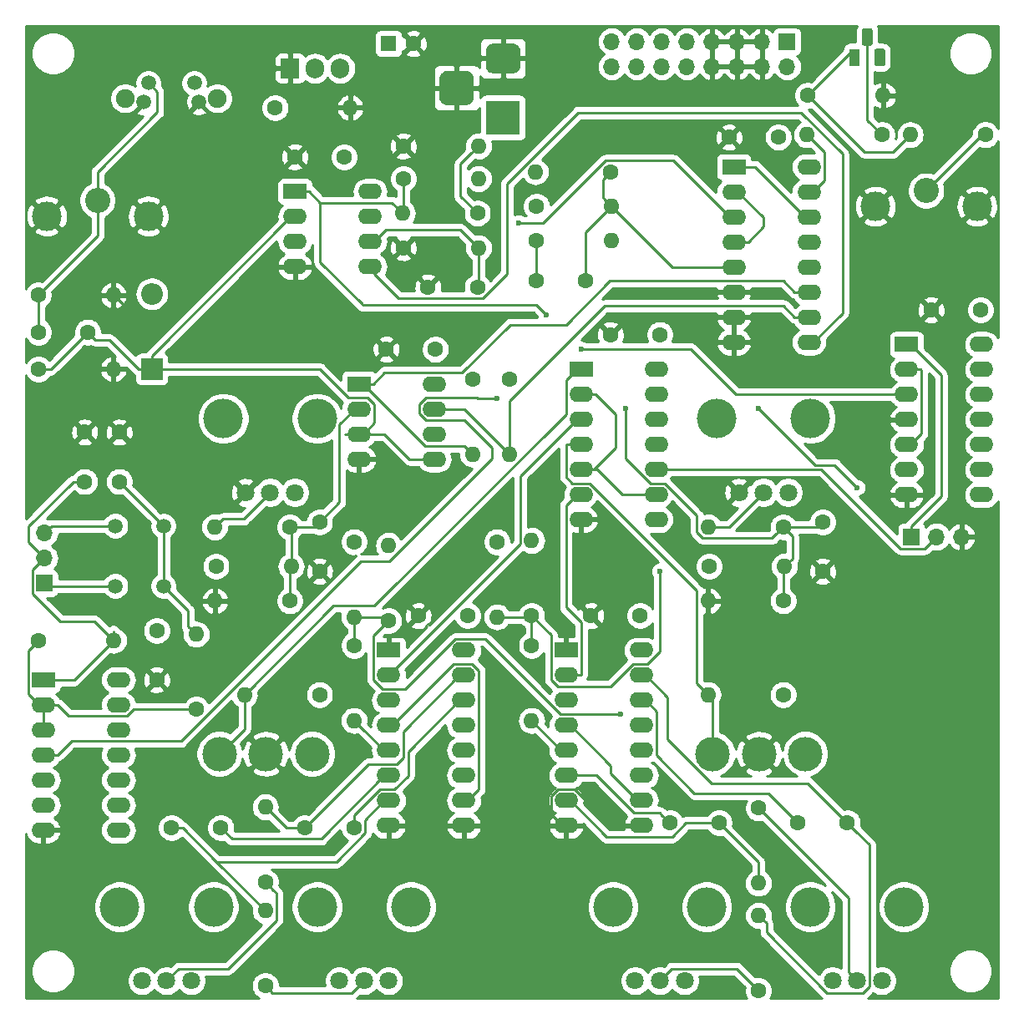
<source format=gbr>
G04 #@! TF.GenerationSoftware,KiCad,Pcbnew,(5.1.4-0-10_14)*
G04 #@! TF.CreationDate,2021-06-29T14:40:44+12:00*
G04 #@! TF.ProjectId,two_point_one_colorizer,74776f5f-706f-4696-9e74-5f6f6e655f63,rev?*
G04 #@! TF.SameCoordinates,Original*
G04 #@! TF.FileFunction,Copper,L1,Top*
G04 #@! TF.FilePolarity,Positive*
%FSLAX46Y46*%
G04 Gerber Fmt 4.6, Leading zero omitted, Abs format (unit mm)*
G04 Created by KiCad (PCBNEW (5.1.4-0-10_14)) date 2021-06-29 14:40:44*
%MOMM*%
%LPD*%
G04 APERTURE LIST*
%ADD10C,1.500000*%
%ADD11C,1.900000*%
%ADD12C,1.600000*%
%ADD13R,1.600000X1.600000*%
%ADD14R,2.200000X2.200000*%
%ADD15O,2.200000X2.200000*%
%ADD16R,3.500000X3.500000*%
%ADD17C,0.100000*%
%ADD18C,3.000000*%
%ADD19C,3.500000*%
%ADD20R,1.700000X1.700000*%
%ADD21O,1.700000X1.700000*%
%ADD22C,1.100000*%
%ADD23R,1.100000X1.800000*%
%ADD24O,1.600000X1.600000*%
%ADD25C,4.000000*%
%ADD26C,1.800000*%
%ADD27R,2.400000X1.600000*%
%ADD28O,2.400000X1.600000*%
%ADD29R,1.905000X2.000000*%
%ADD30O,1.905000X2.000000*%
%ADD31C,2.550000*%
%ADD32C,0.600000*%
%ADD33C,0.250000*%
%ADD34C,0.254000*%
G04 APERTURE END LIST*
D10*
X123300000Y-43450000D03*
X117650000Y-43450000D03*
X122800000Y-41500000D03*
X118150000Y-41500000D03*
D11*
X125150000Y-43050000D03*
X115800000Y-43050000D03*
D12*
X111700000Y-76900000D03*
X111700000Y-81900000D03*
X115200000Y-81900000D03*
X115200000Y-76900000D03*
X112000000Y-66750000D03*
X107000000Y-66750000D03*
D13*
X142500000Y-37500000D03*
D12*
X145000000Y-37500000D03*
X150500000Y-95500000D03*
X145500000Y-95500000D03*
X133000000Y-49000000D03*
X138000000Y-49000000D03*
X163000000Y-95500000D03*
X168000000Y-95500000D03*
X202500000Y-64500000D03*
X197500000Y-64500000D03*
X170000000Y-67000000D03*
X165000000Y-67000000D03*
X182000000Y-47000000D03*
X177000000Y-47000000D03*
X119000000Y-102000000D03*
X119000000Y-97000000D03*
X151500000Y-62200000D03*
X146500000Y-62200000D03*
X157500000Y-61500000D03*
X162500000Y-61500000D03*
X135500000Y-86000000D03*
X135500000Y-91000000D03*
X186500000Y-91000000D03*
X186500000Y-86000000D03*
X139000000Y-117000000D03*
X134000000Y-117000000D03*
X125500000Y-117000000D03*
X120500000Y-117000000D03*
X189000000Y-116500000D03*
X184000000Y-116500000D03*
X176000000Y-116500000D03*
X171000000Y-116500000D03*
D14*
X118500000Y-70500000D03*
D15*
X118500000Y-62880000D03*
D16*
X154100000Y-45000000D03*
D17*
G36*
X155173513Y-37503611D02*
G01*
X155246318Y-37514411D01*
X155317714Y-37532295D01*
X155387013Y-37557090D01*
X155453548Y-37588559D01*
X155516678Y-37626398D01*
X155575795Y-37670242D01*
X155630330Y-37719670D01*
X155679758Y-37774205D01*
X155723602Y-37833322D01*
X155761441Y-37896452D01*
X155792910Y-37962987D01*
X155817705Y-38032286D01*
X155835589Y-38103682D01*
X155846389Y-38176487D01*
X155850000Y-38250000D01*
X155850000Y-39750000D01*
X155846389Y-39823513D01*
X155835589Y-39896318D01*
X155817705Y-39967714D01*
X155792910Y-40037013D01*
X155761441Y-40103548D01*
X155723602Y-40166678D01*
X155679758Y-40225795D01*
X155630330Y-40280330D01*
X155575795Y-40329758D01*
X155516678Y-40373602D01*
X155453548Y-40411441D01*
X155387013Y-40442910D01*
X155317714Y-40467705D01*
X155246318Y-40485589D01*
X155173513Y-40496389D01*
X155100000Y-40500000D01*
X153100000Y-40500000D01*
X153026487Y-40496389D01*
X152953682Y-40485589D01*
X152882286Y-40467705D01*
X152812987Y-40442910D01*
X152746452Y-40411441D01*
X152683322Y-40373602D01*
X152624205Y-40329758D01*
X152569670Y-40280330D01*
X152520242Y-40225795D01*
X152476398Y-40166678D01*
X152438559Y-40103548D01*
X152407090Y-40037013D01*
X152382295Y-39967714D01*
X152364411Y-39896318D01*
X152353611Y-39823513D01*
X152350000Y-39750000D01*
X152350000Y-38250000D01*
X152353611Y-38176487D01*
X152364411Y-38103682D01*
X152382295Y-38032286D01*
X152407090Y-37962987D01*
X152438559Y-37896452D01*
X152476398Y-37833322D01*
X152520242Y-37774205D01*
X152569670Y-37719670D01*
X152624205Y-37670242D01*
X152683322Y-37626398D01*
X152746452Y-37588559D01*
X152812987Y-37557090D01*
X152882286Y-37532295D01*
X152953682Y-37514411D01*
X153026487Y-37503611D01*
X153100000Y-37500000D01*
X155100000Y-37500000D01*
X155173513Y-37503611D01*
X155173513Y-37503611D01*
G37*
D18*
X154100000Y-39000000D03*
D17*
G36*
X150360765Y-40254213D02*
G01*
X150445704Y-40266813D01*
X150528999Y-40287677D01*
X150609848Y-40316605D01*
X150687472Y-40353319D01*
X150761124Y-40397464D01*
X150830094Y-40448616D01*
X150893718Y-40506282D01*
X150951384Y-40569906D01*
X151002536Y-40638876D01*
X151046681Y-40712528D01*
X151083395Y-40790152D01*
X151112323Y-40871001D01*
X151133187Y-40954296D01*
X151145787Y-41039235D01*
X151150000Y-41125000D01*
X151150000Y-42875000D01*
X151145787Y-42960765D01*
X151133187Y-43045704D01*
X151112323Y-43128999D01*
X151083395Y-43209848D01*
X151046681Y-43287472D01*
X151002536Y-43361124D01*
X150951384Y-43430094D01*
X150893718Y-43493718D01*
X150830094Y-43551384D01*
X150761124Y-43602536D01*
X150687472Y-43646681D01*
X150609848Y-43683395D01*
X150528999Y-43712323D01*
X150445704Y-43733187D01*
X150360765Y-43745787D01*
X150275000Y-43750000D01*
X148525000Y-43750000D01*
X148439235Y-43745787D01*
X148354296Y-43733187D01*
X148271001Y-43712323D01*
X148190152Y-43683395D01*
X148112528Y-43646681D01*
X148038876Y-43602536D01*
X147969906Y-43551384D01*
X147906282Y-43493718D01*
X147848616Y-43430094D01*
X147797464Y-43361124D01*
X147753319Y-43287472D01*
X147716605Y-43209848D01*
X147687677Y-43128999D01*
X147666813Y-43045704D01*
X147654213Y-42960765D01*
X147650000Y-42875000D01*
X147650000Y-41125000D01*
X147654213Y-41039235D01*
X147666813Y-40954296D01*
X147687677Y-40871001D01*
X147716605Y-40790152D01*
X147753319Y-40712528D01*
X147797464Y-40638876D01*
X147848616Y-40569906D01*
X147906282Y-40506282D01*
X147969906Y-40448616D01*
X148038876Y-40397464D01*
X148112528Y-40353319D01*
X148190152Y-40316605D01*
X148271001Y-40287677D01*
X148354296Y-40266813D01*
X148439235Y-40254213D01*
X148525000Y-40250000D01*
X150275000Y-40250000D01*
X150360765Y-40254213D01*
X150360765Y-40254213D01*
G37*
D19*
X149400000Y-42000000D03*
D20*
X195500000Y-87500000D03*
D21*
X198040000Y-87500000D03*
X200580000Y-87500000D03*
D17*
G36*
X191321955Y-35931324D02*
G01*
X191348650Y-35935284D01*
X191374828Y-35941841D01*
X191400238Y-35950933D01*
X191424634Y-35962472D01*
X191447782Y-35976346D01*
X191469458Y-35992422D01*
X191489454Y-36010546D01*
X191507578Y-36030542D01*
X191523654Y-36052218D01*
X191537528Y-36075366D01*
X191549067Y-36099762D01*
X191558159Y-36125172D01*
X191564716Y-36151350D01*
X191568676Y-36178045D01*
X191570000Y-36205000D01*
X191570000Y-37455000D01*
X191568676Y-37481955D01*
X191564716Y-37508650D01*
X191558159Y-37534828D01*
X191549067Y-37560238D01*
X191537528Y-37584634D01*
X191523654Y-37607782D01*
X191507578Y-37629458D01*
X191489454Y-37649454D01*
X191469458Y-37667578D01*
X191447782Y-37683654D01*
X191424634Y-37697528D01*
X191400238Y-37709067D01*
X191374828Y-37718159D01*
X191348650Y-37724716D01*
X191321955Y-37728676D01*
X191295000Y-37730000D01*
X190745000Y-37730000D01*
X190718045Y-37728676D01*
X190691350Y-37724716D01*
X190665172Y-37718159D01*
X190639762Y-37709067D01*
X190615366Y-37697528D01*
X190592218Y-37683654D01*
X190570542Y-37667578D01*
X190550546Y-37649454D01*
X190532422Y-37629458D01*
X190516346Y-37607782D01*
X190502472Y-37584634D01*
X190490933Y-37560238D01*
X190481841Y-37534828D01*
X190475284Y-37508650D01*
X190471324Y-37481955D01*
X190470000Y-37455000D01*
X190470000Y-36205000D01*
X190471324Y-36178045D01*
X190475284Y-36151350D01*
X190481841Y-36125172D01*
X190490933Y-36099762D01*
X190502472Y-36075366D01*
X190516346Y-36052218D01*
X190532422Y-36030542D01*
X190550546Y-36010546D01*
X190570542Y-35992422D01*
X190592218Y-35976346D01*
X190615366Y-35962472D01*
X190639762Y-35950933D01*
X190665172Y-35941841D01*
X190691350Y-35935284D01*
X190718045Y-35931324D01*
X190745000Y-35930000D01*
X191295000Y-35930000D01*
X191321955Y-35931324D01*
X191321955Y-35931324D01*
G37*
D22*
X191020000Y-36830000D03*
D17*
G36*
X192591955Y-38001324D02*
G01*
X192618650Y-38005284D01*
X192644828Y-38011841D01*
X192670238Y-38020933D01*
X192694634Y-38032472D01*
X192717782Y-38046346D01*
X192739458Y-38062422D01*
X192759454Y-38080546D01*
X192777578Y-38100542D01*
X192793654Y-38122218D01*
X192807528Y-38145366D01*
X192819067Y-38169762D01*
X192828159Y-38195172D01*
X192834716Y-38221350D01*
X192838676Y-38248045D01*
X192840000Y-38275000D01*
X192840000Y-39525000D01*
X192838676Y-39551955D01*
X192834716Y-39578650D01*
X192828159Y-39604828D01*
X192819067Y-39630238D01*
X192807528Y-39654634D01*
X192793654Y-39677782D01*
X192777578Y-39699458D01*
X192759454Y-39719454D01*
X192739458Y-39737578D01*
X192717782Y-39753654D01*
X192694634Y-39767528D01*
X192670238Y-39779067D01*
X192644828Y-39788159D01*
X192618650Y-39794716D01*
X192591955Y-39798676D01*
X192565000Y-39800000D01*
X192015000Y-39800000D01*
X191988045Y-39798676D01*
X191961350Y-39794716D01*
X191935172Y-39788159D01*
X191909762Y-39779067D01*
X191885366Y-39767528D01*
X191862218Y-39753654D01*
X191840542Y-39737578D01*
X191820546Y-39719454D01*
X191802422Y-39699458D01*
X191786346Y-39677782D01*
X191772472Y-39654634D01*
X191760933Y-39630238D01*
X191751841Y-39604828D01*
X191745284Y-39578650D01*
X191741324Y-39551955D01*
X191740000Y-39525000D01*
X191740000Y-38275000D01*
X191741324Y-38248045D01*
X191745284Y-38221350D01*
X191751841Y-38195172D01*
X191760933Y-38169762D01*
X191772472Y-38145366D01*
X191786346Y-38122218D01*
X191802422Y-38100542D01*
X191820546Y-38080546D01*
X191840542Y-38062422D01*
X191862218Y-38046346D01*
X191885366Y-38032472D01*
X191909762Y-38020933D01*
X191935172Y-38011841D01*
X191961350Y-38005284D01*
X191988045Y-38001324D01*
X192015000Y-38000000D01*
X192565000Y-38000000D01*
X192591955Y-38001324D01*
X192591955Y-38001324D01*
G37*
D22*
X192290000Y-38900000D03*
D23*
X189750000Y-38900000D03*
D12*
X107000000Y-98000000D03*
D24*
X114620000Y-98000000D03*
X123000000Y-97380000D03*
D12*
X123000000Y-105000000D03*
X192500000Y-46750000D03*
D24*
X184880000Y-46750000D03*
X195380000Y-46750000D03*
D12*
X203000000Y-46750000D03*
X185000000Y-42750000D03*
D24*
X192620000Y-42750000D03*
X114620000Y-63000000D03*
D12*
X107000000Y-63000000D03*
D24*
X114620000Y-70500000D03*
D12*
X107000000Y-70500000D03*
D24*
X138620000Y-44000000D03*
D12*
X131000000Y-44000000D03*
X144000000Y-51200000D03*
D24*
X151620000Y-51200000D03*
X143880000Y-54700000D03*
D12*
X151500000Y-54700000D03*
D24*
X151620000Y-58200000D03*
D12*
X144000000Y-58200000D03*
X165000000Y-50500000D03*
D24*
X157380000Y-50500000D03*
D12*
X157500000Y-57500000D03*
D24*
X165120000Y-57500000D03*
D12*
X157500000Y-54000000D03*
D24*
X165120000Y-54000000D03*
D12*
X151000000Y-71500000D03*
D24*
X151000000Y-79120000D03*
D12*
X125000000Y-90500000D03*
D24*
X132620000Y-90500000D03*
X124880000Y-86500000D03*
D12*
X132500000Y-86500000D03*
X132500000Y-94000000D03*
D24*
X124880000Y-94000000D03*
X154750000Y-79120000D03*
D12*
X154750000Y-71500000D03*
D24*
X182620000Y-90500000D03*
D12*
X175000000Y-90500000D03*
X182500000Y-86500000D03*
D24*
X174880000Y-86500000D03*
X174880000Y-94000000D03*
D12*
X182500000Y-94000000D03*
D24*
X127880000Y-103500000D03*
D12*
X135500000Y-103500000D03*
X130000000Y-122500000D03*
D24*
X130000000Y-114880000D03*
X130000000Y-125380000D03*
D12*
X130000000Y-133000000D03*
D24*
X139000000Y-95620000D03*
D12*
X139000000Y-88000000D03*
X139000000Y-98500000D03*
D24*
X139000000Y-106120000D03*
X142500000Y-88380000D03*
D12*
X142500000Y-96000000D03*
X182500000Y-103500000D03*
D24*
X174880000Y-103500000D03*
X180000000Y-125880000D03*
D12*
X180000000Y-133500000D03*
X180000000Y-115000000D03*
D24*
X180000000Y-122620000D03*
D12*
X153500000Y-88000000D03*
D24*
X153500000Y-95620000D03*
D12*
X157000000Y-98500000D03*
D24*
X157000000Y-106120000D03*
X157000000Y-87880000D03*
D12*
X157000000Y-95500000D03*
D25*
X135250000Y-75500000D03*
X125750000Y-75500000D03*
D26*
X133000000Y-83000000D03*
X130500000Y-83000000D03*
X128000000Y-83000000D03*
X178000000Y-83000000D03*
X180500000Y-83000000D03*
X183000000Y-83000000D03*
D25*
X175750000Y-75500000D03*
X185250000Y-75500000D03*
X124750000Y-125000000D03*
X115250000Y-125000000D03*
D26*
X122500000Y-132500000D03*
X120000000Y-132500000D03*
X117500000Y-132500000D03*
X137500000Y-132500000D03*
X140000000Y-132500000D03*
X142500000Y-132500000D03*
D25*
X135250000Y-125000000D03*
X144750000Y-125000000D03*
X174750000Y-125000000D03*
X165250000Y-125000000D03*
D26*
X172500000Y-132500000D03*
X170000000Y-132500000D03*
X167500000Y-132500000D03*
X187500000Y-132500000D03*
X190000000Y-132500000D03*
X192500000Y-132500000D03*
D25*
X185250000Y-125000000D03*
X194750000Y-125000000D03*
D19*
X125350000Y-109500000D03*
X130050000Y-109500000D03*
X134750000Y-109500000D03*
X184750000Y-109500000D03*
X180050000Y-109500000D03*
X175350000Y-109500000D03*
D27*
X107500000Y-102000000D03*
D28*
X115120000Y-117240000D03*
X107500000Y-104540000D03*
X115120000Y-114700000D03*
X107500000Y-107080000D03*
X115120000Y-112160000D03*
X107500000Y-109620000D03*
X115120000Y-109620000D03*
X107500000Y-112160000D03*
X115120000Y-107080000D03*
X107500000Y-114700000D03*
X115120000Y-104540000D03*
X107500000Y-117240000D03*
X115120000Y-102000000D03*
X185120000Y-50000000D03*
X177500000Y-67780000D03*
X185120000Y-52540000D03*
X177500000Y-65240000D03*
X185120000Y-55080000D03*
X177500000Y-62700000D03*
X185120000Y-57620000D03*
X177500000Y-60160000D03*
X185120000Y-60160000D03*
X177500000Y-57620000D03*
X185120000Y-62700000D03*
X177500000Y-55080000D03*
X185120000Y-65240000D03*
X177500000Y-52540000D03*
X185120000Y-67780000D03*
D27*
X177500000Y-50000000D03*
D28*
X202620000Y-68000000D03*
X195000000Y-83240000D03*
X202620000Y-70540000D03*
X195000000Y-80700000D03*
X202620000Y-73080000D03*
X195000000Y-78160000D03*
X202620000Y-75620000D03*
X195000000Y-75620000D03*
X202620000Y-78160000D03*
X195000000Y-73080000D03*
X202620000Y-80700000D03*
X195000000Y-70540000D03*
X202620000Y-83240000D03*
D27*
X195000000Y-68000000D03*
D28*
X150120000Y-99000000D03*
X142500000Y-116780000D03*
X150120000Y-101540000D03*
X142500000Y-114240000D03*
X150120000Y-104080000D03*
X142500000Y-111700000D03*
X150120000Y-106620000D03*
X142500000Y-109160000D03*
X150120000Y-109160000D03*
X142500000Y-106620000D03*
X150120000Y-111700000D03*
X142500000Y-104080000D03*
X150120000Y-114240000D03*
X142500000Y-101540000D03*
X150120000Y-116780000D03*
D27*
X142500000Y-99000000D03*
D28*
X168120000Y-99000000D03*
X160500000Y-116780000D03*
X168120000Y-101540000D03*
X160500000Y-114240000D03*
X168120000Y-104080000D03*
X160500000Y-111700000D03*
X168120000Y-106620000D03*
X160500000Y-109160000D03*
X168120000Y-109160000D03*
X160500000Y-106620000D03*
X168120000Y-111700000D03*
X160500000Y-104080000D03*
X168120000Y-114240000D03*
X160500000Y-101540000D03*
X168120000Y-116780000D03*
D27*
X160500000Y-99000000D03*
D10*
X114800000Y-86400000D03*
X119680000Y-86400000D03*
D29*
X132500000Y-40000000D03*
D30*
X135040000Y-40000000D03*
X137580000Y-40000000D03*
D27*
X162000000Y-70500000D03*
D28*
X169620000Y-85740000D03*
X162000000Y-73040000D03*
X169620000Y-83200000D03*
X162000000Y-75580000D03*
X169620000Y-80660000D03*
X162000000Y-78120000D03*
X169620000Y-78120000D03*
X162000000Y-80660000D03*
X169620000Y-75580000D03*
X162000000Y-83200000D03*
X169620000Y-73040000D03*
X162000000Y-85740000D03*
X169620000Y-70500000D03*
D27*
X133000000Y-52500000D03*
D28*
X140620000Y-60120000D03*
X133000000Y-55040000D03*
X140620000Y-57580000D03*
X133000000Y-57580000D03*
X140620000Y-55040000D03*
X133000000Y-60120000D03*
X140620000Y-52500000D03*
X147120000Y-72000000D03*
X139500000Y-79620000D03*
X147120000Y-74540000D03*
X139500000Y-77080000D03*
X147120000Y-77080000D03*
X139500000Y-74540000D03*
X147120000Y-79620000D03*
D27*
X139500000Y-72000000D03*
D12*
X147250000Y-68500000D03*
X142250000Y-68500000D03*
D31*
X197000000Y-52400000D03*
D18*
X202150000Y-54000000D03*
X191850000Y-54000000D03*
X107850000Y-55000000D03*
X118150000Y-55000000D03*
D31*
X113000000Y-53400000D03*
D20*
X107600000Y-92200000D03*
D21*
X107600000Y-89660000D03*
X107600000Y-87120000D03*
D20*
X182900000Y-37300000D03*
D21*
X182900000Y-39840000D03*
X180360000Y-37300000D03*
X180360000Y-39840000D03*
X177820000Y-37300000D03*
X177820000Y-39840000D03*
X175280000Y-37300000D03*
X175280000Y-39840000D03*
X172740000Y-37300000D03*
X172740000Y-39840000D03*
X170200000Y-37300000D03*
X170200000Y-39840000D03*
X167660000Y-37300000D03*
X167660000Y-39840000D03*
X165120000Y-37300000D03*
X165120000Y-39840000D03*
D12*
X144000000Y-47900000D03*
D24*
X151620000Y-47900000D03*
D10*
X114800000Y-92500000D03*
X119680000Y-92500000D03*
D32*
X118800000Y-66400000D03*
X166500000Y-74500000D03*
X166000000Y-105500000D03*
X190000000Y-82500000D03*
X180000000Y-74500000D03*
X170000000Y-91000000D03*
X170000000Y-91000000D03*
X153500000Y-73500000D03*
X162000000Y-68499999D03*
X162000000Y-68499999D03*
X158500000Y-65000000D03*
X155700000Y-55700000D03*
D33*
X160100000Y-116780000D02*
X160500000Y-116780000D01*
X158974990Y-115654990D02*
X160100000Y-116780000D01*
X159634006Y-113114990D02*
X158974990Y-113774006D01*
X158974990Y-113774006D02*
X158974990Y-115654990D01*
X161365994Y-113114990D02*
X159634006Y-113114990D01*
X165031004Y-116780000D02*
X161365994Y-113114990D01*
X168120000Y-116780000D02*
X165031004Y-116780000D01*
X118020000Y-66400000D02*
X118800000Y-66400000D01*
X114620000Y-63000000D02*
X118020000Y-66400000D01*
X114620000Y-97120000D02*
X114620000Y-98000000D01*
X110620000Y-102000000D02*
X114620000Y-98000000D01*
X107500000Y-102000000D02*
X110620000Y-102000000D01*
X110568630Y-81900000D02*
X111700000Y-81900000D01*
X106000000Y-88060000D02*
X106000000Y-86468630D01*
X106000000Y-86468630D02*
X110568630Y-81900000D01*
X107600000Y-89660000D02*
X106000000Y-88060000D01*
X106750001Y-90509999D02*
X107600000Y-89660000D01*
X106424999Y-90835001D02*
X106750001Y-90509999D01*
X106424999Y-93310001D02*
X106424999Y-90835001D01*
X109215008Y-96100010D02*
X106424999Y-93310001D01*
X112720010Y-96100010D02*
X109215008Y-96100010D01*
X114620000Y-98000000D02*
X112720010Y-96100010D01*
X122200001Y-96580001D02*
X123000000Y-97380000D01*
X122160001Y-96580001D02*
X122200001Y-96580001D01*
X122160001Y-94980001D02*
X119680000Y-92500000D01*
X122160001Y-96580001D02*
X122160001Y-94980001D01*
X119680000Y-92500000D02*
X119680000Y-86400000D01*
X115200000Y-81920000D02*
X115200000Y-81900000D01*
X119680000Y-86400000D02*
X115200000Y-81920000D01*
X108250000Y-70500000D02*
X112000000Y-66750000D01*
X107000000Y-70500000D02*
X108250000Y-70500000D01*
X114199999Y-67549999D02*
X117150000Y-70500000D01*
X112799999Y-67549999D02*
X114199999Y-67549999D01*
X117150000Y-70500000D02*
X118500000Y-70500000D01*
X112000000Y-66750000D02*
X112799999Y-67549999D01*
X132610000Y-55040000D02*
X133000000Y-55040000D01*
X118500000Y-69150000D02*
X132610000Y-55040000D01*
X118500000Y-70500000D02*
X118500000Y-69150000D01*
X138050000Y-77080000D02*
X139500000Y-77080000D01*
X139500000Y-77080000D02*
X142080000Y-77080000D01*
X144620000Y-79620000D02*
X147120000Y-79620000D01*
X142080000Y-77080000D02*
X144620000Y-79620000D01*
X141025010Y-74074006D02*
X141025010Y-75954990D01*
X140365994Y-73414990D02*
X141025010Y-74074006D01*
X139900000Y-77080000D02*
X139500000Y-77080000D01*
X138414990Y-73414990D02*
X140365994Y-73414990D01*
X135500000Y-70500000D02*
X138414990Y-73414990D01*
X141025010Y-75954990D02*
X139900000Y-77080000D01*
X118500000Y-70500000D02*
X135500000Y-70500000D01*
X113000000Y-57000000D02*
X107000000Y-63000000D01*
X113000000Y-53400000D02*
X113000000Y-57000000D01*
X107000000Y-63000000D02*
X107000000Y-66750000D01*
X119049999Y-42399999D02*
X118150000Y-41500000D01*
X119049999Y-44450001D02*
X119049999Y-42399999D01*
X113000000Y-50500000D02*
X119049999Y-44450001D01*
X113000000Y-53400000D02*
X113000000Y-50500000D01*
X157500000Y-61500000D02*
X157500000Y-57500000D01*
X132500000Y-90620000D02*
X132620000Y-90500000D01*
X132500000Y-94000000D02*
X132500000Y-90620000D01*
X132620000Y-86620000D02*
X132500000Y-86500000D01*
X132620000Y-90500000D02*
X132620000Y-86620000D01*
X135000000Y-86500000D02*
X135500000Y-86000000D01*
X132500000Y-86500000D02*
X135000000Y-86500000D01*
X139100000Y-74540000D02*
X137500000Y-76140000D01*
X139500000Y-74540000D02*
X139100000Y-74540000D01*
X137500000Y-84000000D02*
X135500000Y-86000000D01*
X137500000Y-76140000D02*
X137500000Y-84000000D01*
X183419999Y-87419999D02*
X183299999Y-87299999D01*
X183299999Y-87299999D02*
X182500000Y-86500000D01*
X183419999Y-89700001D02*
X183419999Y-87419999D01*
X182620000Y-90500000D02*
X183419999Y-89700001D01*
X182500000Y-90620000D02*
X182620000Y-90500000D01*
X182500000Y-94000000D02*
X182500000Y-90620000D01*
X186000000Y-86500000D02*
X186500000Y-86000000D01*
X182500000Y-86500000D02*
X186000000Y-86500000D01*
X174339999Y-87625001D02*
X181374999Y-87625001D01*
X173754999Y-85343995D02*
X173754999Y-87040001D01*
X170485994Y-82074990D02*
X173754999Y-85343995D01*
X181700001Y-87299999D02*
X182500000Y-86500000D01*
X169043986Y-82074990D02*
X170485994Y-82074990D01*
X181374999Y-87625001D02*
X181700001Y-87299999D01*
X166500000Y-79531004D02*
X169043986Y-82074990D01*
X173754999Y-87040001D02*
X174339999Y-87625001D01*
X166500000Y-74500000D02*
X166500000Y-79531004D01*
X139000000Y-115748996D02*
X139000000Y-115868630D01*
X139000000Y-115868630D02*
X139000000Y-117000000D01*
X141634006Y-113114990D02*
X139000000Y-115748996D01*
X144475020Y-111715984D02*
X143076014Y-113114990D01*
X144475020Y-109324980D02*
X144475020Y-111715984D01*
X149720000Y-104080000D02*
X144475020Y-109324980D01*
X143076014Y-113114990D02*
X141634006Y-113114990D01*
X150120000Y-104080000D02*
X149720000Y-104080000D01*
X164320001Y-53200001D02*
X165120000Y-54000000D01*
X164200001Y-53080001D02*
X164320001Y-53200001D01*
X164200001Y-51299999D02*
X164200001Y-53080001D01*
X165000000Y-50500000D02*
X164200001Y-51299999D01*
X171280000Y-60160000D02*
X165120000Y-54000000D01*
X177500000Y-60160000D02*
X171280000Y-60160000D01*
X162500000Y-56620000D02*
X165120000Y-54000000D01*
X162500000Y-61500000D02*
X162500000Y-56620000D01*
X142100000Y-111700000D02*
X142500000Y-111700000D01*
X135674999Y-118125001D02*
X142100000Y-111700000D01*
X126625001Y-118125001D02*
X135674999Y-118125001D01*
X125500000Y-117000000D02*
X126625001Y-118125001D01*
X191225001Y-118725001D02*
X189799999Y-117299999D01*
X186911999Y-133725001D02*
X190588001Y-133725001D01*
X190588001Y-133725001D02*
X191225001Y-133088001D01*
X180799999Y-127613001D02*
X186911999Y-133725001D01*
X191225001Y-133088001D02*
X191225001Y-118725001D01*
X180799999Y-126679999D02*
X180799999Y-127613001D01*
X189799999Y-117299999D02*
X189000000Y-116500000D01*
X180000000Y-125880000D02*
X180799999Y-126679999D01*
X188200001Y-115700001D02*
X189000000Y-116500000D01*
X189000000Y-116500000D02*
X185000000Y-112500000D01*
X175278998Y-112500000D02*
X170778998Y-108000000D01*
X185000000Y-112500000D02*
X175278998Y-112500000D01*
X168520000Y-101540000D02*
X168120000Y-101540000D01*
X170778998Y-103798998D02*
X168520000Y-101540000D01*
X170778998Y-108000000D02*
X170778998Y-103798998D01*
X180000000Y-120500000D02*
X176000000Y-116500000D01*
X180000000Y-122620000D02*
X180000000Y-120500000D01*
X160900000Y-114240000D02*
X160500000Y-114240000D01*
X164565010Y-117905010D02*
X160900000Y-114240000D01*
X172665002Y-116500000D02*
X171259992Y-117905010D01*
X171259992Y-117905010D02*
X164565010Y-117905010D01*
X176000000Y-116500000D02*
X172665002Y-116500000D01*
X202650000Y-46750000D02*
X203000000Y-46750000D01*
X197000000Y-52400000D02*
X202650000Y-46750000D01*
X195400000Y-68000000D02*
X198500000Y-71100000D01*
X195000000Y-68000000D02*
X195400000Y-68000000D01*
X198500000Y-83400000D02*
X195500000Y-86400000D01*
X195500000Y-86400000D02*
X195500000Y-87500000D01*
X198500000Y-71100000D02*
X198500000Y-83400000D01*
X197190001Y-88349999D02*
X198040000Y-87500000D01*
X196864999Y-88675001D02*
X197190001Y-88349999D01*
X194389999Y-88675001D02*
X196864999Y-88675001D01*
X186374998Y-80660000D02*
X194389999Y-88675001D01*
X169620000Y-80660000D02*
X186374998Y-80660000D01*
X191020000Y-45270000D02*
X192500000Y-46750000D01*
X191020000Y-37230000D02*
X191020000Y-45270000D01*
X189250000Y-38500000D02*
X189750000Y-38500000D01*
X185000000Y-42750000D02*
X189250000Y-38500000D01*
X185799999Y-43549999D02*
X185000000Y-42750000D01*
X190750000Y-48500000D02*
X185799999Y-43549999D01*
X193630000Y-48500000D02*
X190750000Y-48500000D01*
X195380000Y-46750000D02*
X193630000Y-48500000D01*
X107100000Y-104540000D02*
X107500000Y-104540000D01*
X105974999Y-103414999D02*
X107100000Y-104540000D01*
X105974999Y-99025001D02*
X105974999Y-103414999D01*
X107000000Y-98000000D02*
X105974999Y-99025001D01*
X107500000Y-104540000D02*
X107500000Y-107080000D01*
X110075010Y-105665010D02*
X108950000Y-104540000D01*
X115985994Y-105665010D02*
X110075010Y-105665010D01*
X116651004Y-105000000D02*
X115985994Y-105665010D01*
X108950000Y-104540000D02*
X107500000Y-104540000D01*
X123000000Y-105000000D02*
X116651004Y-105000000D01*
X185520000Y-52540000D02*
X185120000Y-52540000D01*
X186645010Y-51414990D02*
X185520000Y-52540000D01*
X186645010Y-48515010D02*
X186645010Y-51414990D01*
X184880000Y-46750000D02*
X186645010Y-48515010D01*
X146220001Y-78320001D02*
X139900000Y-72000000D01*
X139900000Y-72000000D02*
X139500000Y-72000000D01*
X150200001Y-78320001D02*
X146220001Y-78320001D01*
X151000000Y-79120000D02*
X150200001Y-78320001D01*
X182544990Y-61574990D02*
X164925010Y-61574990D01*
X183670000Y-62700000D02*
X182544990Y-61574990D01*
X185120000Y-62700000D02*
X183670000Y-62700000D01*
X164925010Y-61574990D02*
X160500000Y-66000000D01*
X140950000Y-72000000D02*
X139500000Y-72000000D01*
X142075010Y-70874990D02*
X140950000Y-72000000D01*
X149960008Y-70874990D02*
X142075010Y-70874990D01*
X154834998Y-66000000D02*
X149960008Y-70874990D01*
X160500000Y-66000000D02*
X154834998Y-66000000D01*
X177000000Y-86500000D02*
X180500000Y-83000000D01*
X174880000Y-86500000D02*
X177000000Y-86500000D01*
X150170000Y-74540000D02*
X154750000Y-79120000D01*
X147120000Y-74540000D02*
X150170000Y-74540000D01*
X182544990Y-64114990D02*
X164385010Y-64114990D01*
X183670000Y-65240000D02*
X182544990Y-64114990D01*
X185120000Y-65240000D02*
X183670000Y-65240000D01*
X154750000Y-73750000D02*
X154750000Y-79120000D01*
X164385010Y-64114990D02*
X154750000Y-73750000D01*
X139799999Y-106919999D02*
X139000000Y-106120000D01*
X142040000Y-109160000D02*
X139799999Y-106919999D01*
X142500000Y-109160000D02*
X142040000Y-109160000D01*
X139000000Y-98500000D02*
X139000000Y-95620000D01*
X142120000Y-95620000D02*
X142500000Y-96000000D01*
X139000000Y-95620000D02*
X142120000Y-95620000D01*
X159923986Y-105494990D02*
X162463986Y-105494990D01*
X149254006Y-97874990D02*
X152303986Y-97874990D01*
X144174006Y-102954990D02*
X149254006Y-97874990D01*
X140974999Y-102006003D02*
X141923986Y-102954990D01*
X152303986Y-97874990D02*
X159923986Y-105494990D01*
X140974999Y-97525001D02*
X140974999Y-102006003D01*
X141923986Y-102954990D02*
X144174006Y-102954990D01*
X142500000Y-96000000D02*
X140974999Y-97525001D01*
X165994990Y-105494990D02*
X166000000Y-105500000D01*
X162463986Y-105494990D02*
X165994990Y-105494990D01*
X187709990Y-80209990D02*
X185709990Y-80209990D01*
X185709990Y-80209990D02*
X180000000Y-74500000D01*
X190000000Y-82500000D02*
X187709990Y-80209990D01*
X160040000Y-109160000D02*
X160500000Y-109160000D01*
X157000000Y-106120000D02*
X160040000Y-109160000D01*
X157000000Y-98500000D02*
X157000000Y-95500000D01*
X156880000Y-95620000D02*
X157000000Y-95500000D01*
X153500000Y-95620000D02*
X156880000Y-95620000D01*
X168696014Y-100414990D02*
X170000000Y-99111004D01*
X167254006Y-100414990D02*
X168696014Y-100414990D01*
X159634006Y-102665010D02*
X165003986Y-102665010D01*
X158974990Y-102005994D02*
X159634006Y-102665010D01*
X165003986Y-102665010D02*
X167254006Y-100414990D01*
X158974990Y-97474990D02*
X158974990Y-102005994D01*
X157000000Y-95500000D02*
X158974990Y-97474990D01*
X170000000Y-99111004D02*
X170000000Y-91000000D01*
X169620000Y-83200000D02*
X166200000Y-83200000D01*
X166200000Y-83200000D02*
X163660000Y-80660000D01*
X163450000Y-73040000D02*
X165500000Y-75090000D01*
X162000000Y-73040000D02*
X163450000Y-73040000D01*
X165500000Y-78500000D02*
X163340000Y-80660000D01*
X165500000Y-75090000D02*
X165500000Y-78500000D01*
X163340000Y-80660000D02*
X162000000Y-80660000D01*
X163660000Y-80660000D02*
X163340000Y-80660000D01*
X146254006Y-73414990D02*
X151414990Y-73414990D01*
X145594990Y-74074006D02*
X146254006Y-73414990D01*
X153000000Y-78500000D02*
X150165010Y-75665010D01*
X107500000Y-109620000D02*
X108950000Y-109620000D01*
X142545002Y-90000000D02*
X153000000Y-79545002D01*
X145594990Y-75005994D02*
X145594990Y-74074006D01*
X150165010Y-75665010D02*
X146254006Y-75665010D01*
X153000000Y-79545002D02*
X153000000Y-78500000D01*
X146254006Y-75665010D02*
X145594990Y-75005994D01*
X139665002Y-90000000D02*
X142545002Y-90000000D01*
X110364990Y-108205010D02*
X121459992Y-108205010D01*
X121459992Y-108205010D02*
X139665002Y-90000000D01*
X108950000Y-109620000D02*
X110364990Y-108205010D01*
X151500000Y-73500000D02*
X153500000Y-73500000D01*
X151414990Y-73414990D02*
X151500000Y-73500000D01*
X179640000Y-50000000D02*
X177500000Y-50000000D01*
X184720000Y-55080000D02*
X179640000Y-50000000D01*
X185120000Y-55080000D02*
X184720000Y-55080000D01*
X140620000Y-60120000D02*
X141020000Y-60120000D01*
X185520000Y-67780000D02*
X185120000Y-67780000D01*
X188500000Y-64800000D02*
X185520000Y-67780000D01*
X188500000Y-48704998D02*
X188500000Y-64800000D01*
X184295002Y-44500000D02*
X188500000Y-48704998D01*
X154500000Y-60865002D02*
X154500000Y-51714998D01*
X152040001Y-63325001D02*
X154500000Y-60865002D01*
X161714998Y-44500000D02*
X184295002Y-44500000D01*
X143525001Y-63325001D02*
X152040001Y-63325001D01*
X154500000Y-51714998D02*
X161714998Y-44500000D01*
X141020000Y-60820000D02*
X143525001Y-63325001D01*
X178950000Y-57620000D02*
X180500000Y-56070000D01*
X177500000Y-57620000D02*
X178950000Y-57620000D01*
X180500000Y-55140000D02*
X177900000Y-52540000D01*
X177900000Y-52540000D02*
X177500000Y-52540000D01*
X180500000Y-56070000D02*
X180500000Y-55140000D01*
X160474990Y-94639992D02*
X160474990Y-84325010D01*
X161600000Y-83200000D02*
X162000000Y-83200000D01*
X160474990Y-84325010D02*
X161600000Y-83200000D01*
X162025001Y-101464999D02*
X162025001Y-96190003D01*
X162025001Y-96190003D02*
X160474990Y-94639992D01*
X161950000Y-101540000D02*
X162025001Y-101464999D01*
X160500000Y-101540000D02*
X161950000Y-101540000D01*
X160900000Y-106620000D02*
X165000000Y-110720000D01*
X160500000Y-106620000D02*
X160900000Y-106620000D01*
X167720000Y-114240000D02*
X168120000Y-114240000D01*
X165000000Y-111520000D02*
X167720000Y-114240000D01*
X165000000Y-110720000D02*
X165000000Y-111520000D01*
X151645010Y-113114990D02*
X150520000Y-114240000D01*
X151645010Y-101074006D02*
X151645010Y-113114990D01*
X150985994Y-100414990D02*
X151645010Y-101074006D01*
X150520000Y-114240000D02*
X150120000Y-114240000D01*
X149105010Y-100414990D02*
X150985994Y-100414990D01*
X142900000Y-106620000D02*
X149105010Y-100414990D01*
X142500000Y-106620000D02*
X142900000Y-106620000D01*
X151620000Y-62080000D02*
X151500000Y-62200000D01*
X151620000Y-58200000D02*
X151620000Y-62080000D01*
X150820001Y-57400001D02*
X151620000Y-58200000D01*
X149794999Y-56374999D02*
X150820001Y-57400001D01*
X142225001Y-56374999D02*
X149794999Y-56374999D01*
X141020000Y-57580000D02*
X142225001Y-56374999D01*
X140620000Y-57580000D02*
X141020000Y-57580000D01*
X132120000Y-117000000D02*
X134000000Y-117000000D01*
X130000000Y-114880000D02*
X132120000Y-117000000D01*
X143365994Y-110574990D02*
X140425010Y-110574990D01*
X144025010Y-107234990D02*
X144025010Y-109915974D01*
X149720000Y-101540000D02*
X144025010Y-107234990D01*
X134799999Y-116200001D02*
X134000000Y-117000000D01*
X140425010Y-110574990D02*
X134799999Y-116200001D01*
X144025010Y-109915974D02*
X143365994Y-110574990D01*
X150120000Y-101540000D02*
X149720000Y-101540000D01*
X121620000Y-117000000D02*
X120500000Y-117000000D01*
X137225002Y-120440000D02*
X125060000Y-120440000D01*
X140125001Y-116214999D02*
X140125001Y-117540001D01*
X142100000Y-114240000D02*
X140125001Y-116214999D01*
X125060000Y-120440000D02*
X121620000Y-117000000D01*
X140125001Y-117540001D02*
X137225002Y-120440000D01*
X142500000Y-114240000D02*
X142100000Y-114240000D01*
X130000000Y-125380000D02*
X125060000Y-120440000D01*
X184000000Y-116500000D02*
X181000000Y-113500000D01*
X181000000Y-113500000D02*
X173500000Y-113500000D01*
X169645010Y-105205010D02*
X168520000Y-104080000D01*
X169645010Y-109645010D02*
X169645010Y-105205010D01*
X168520000Y-104080000D02*
X168120000Y-104080000D01*
X173500000Y-113500000D02*
X169645010Y-109645010D01*
X167388996Y-115500000D02*
X170000000Y-115500000D01*
X170000000Y-115500000D02*
X170200001Y-115700001D01*
X163588996Y-111700000D02*
X167388996Y-115500000D01*
X170200001Y-115700001D02*
X171000000Y-116500000D01*
X160500000Y-111700000D02*
X163588996Y-111700000D01*
X144000000Y-54580000D02*
X143880000Y-54700000D01*
X144000000Y-51200000D02*
X144000000Y-54580000D01*
X142805010Y-53625010D02*
X143880000Y-54700000D01*
X135575010Y-53625010D02*
X142805010Y-53625010D01*
X134450000Y-52500000D02*
X135575010Y-53625010D01*
X133000000Y-52500000D02*
X134450000Y-52500000D01*
X177745002Y-73080000D02*
X173165002Y-68500000D01*
X195000000Y-73080000D02*
X177745002Y-73080000D01*
X173165002Y-68500000D02*
X162000000Y-68500000D01*
X162000000Y-68500000D02*
X162000000Y-68499999D01*
X158500000Y-65000000D02*
X157500000Y-64000000D01*
X157500000Y-64000000D02*
X139820000Y-64000000D01*
X139820000Y-64000000D02*
X139820000Y-63920000D01*
X135575010Y-59675010D02*
X135575010Y-53625010D01*
X139820000Y-63920000D02*
X135575010Y-59675010D01*
X129600001Y-83899999D02*
X130500000Y-83000000D01*
X125679999Y-85700001D02*
X127799999Y-85700001D01*
X127799999Y-85700001D02*
X129600001Y-83899999D01*
X124880000Y-86500000D02*
X125679999Y-85700001D01*
X127880000Y-106970000D02*
X127880000Y-103500000D01*
X125350000Y-109500000D02*
X127880000Y-106970000D01*
X161600000Y-70500000D02*
X162000000Y-70500000D01*
X141040003Y-94494999D02*
X160474990Y-75060012D01*
X160474990Y-71625010D02*
X161600000Y-70500000D01*
X136885001Y-94494999D02*
X141040003Y-94494999D01*
X160474990Y-75060012D02*
X160474990Y-71625010D01*
X127880000Y-103500000D02*
X136885001Y-94494999D01*
X121225001Y-131274999D02*
X126225001Y-131274999D01*
X120000000Y-132500000D02*
X121225001Y-131274999D01*
X130799999Y-123299999D02*
X130000000Y-122500000D01*
X131125001Y-126374999D02*
X131125001Y-123625001D01*
X131125001Y-123625001D02*
X130799999Y-123299999D01*
X126225001Y-131274999D02*
X131125001Y-126374999D01*
X130725001Y-133725001D02*
X138774999Y-133725001D01*
X138774999Y-133725001D02*
X140000000Y-132500000D01*
X130000000Y-133000000D02*
X130725001Y-133725001D01*
X175350000Y-103970000D02*
X174880000Y-103500000D01*
X175350000Y-109500000D02*
X175350000Y-103970000D01*
X174080001Y-102700001D02*
X174880000Y-103500000D01*
X173754999Y-102374999D02*
X174080001Y-102700001D01*
X173754999Y-92963995D02*
X173754999Y-102374999D01*
X161134006Y-82074990D02*
X162865994Y-82074990D01*
X160474990Y-81415974D02*
X161134006Y-82074990D01*
X162865994Y-82074990D02*
X173754999Y-92963995D01*
X160474990Y-78195010D02*
X160474990Y-81415974D01*
X160550000Y-78120000D02*
X160474990Y-78195010D01*
X162000000Y-78120000D02*
X160550000Y-78120000D01*
X179200001Y-132700001D02*
X180000000Y-133500000D01*
X177774999Y-131274999D02*
X179200001Y-132700001D01*
X171225001Y-131274999D02*
X177774999Y-131274999D01*
X170000000Y-132500000D02*
X171225001Y-131274999D01*
X180799999Y-115799999D02*
X180000000Y-115000000D01*
X189100001Y-131600001D02*
X189100001Y-124100001D01*
X189100001Y-124100001D02*
X180799999Y-115799999D01*
X190000000Y-132500000D02*
X189100001Y-131600001D01*
X133400000Y-57580000D02*
X133000000Y-57580000D01*
X161600000Y-75580000D02*
X162000000Y-75580000D01*
X155874999Y-81305001D02*
X161600000Y-75580000D01*
X142545002Y-101540000D02*
X155874999Y-88210003D01*
X155874999Y-88210003D02*
X155874999Y-81305001D01*
X142500000Y-101540000D02*
X142545002Y-101540000D01*
X196525010Y-77034990D02*
X195400000Y-78160000D01*
X196525010Y-70615010D02*
X196525010Y-77034990D01*
X196450000Y-70540000D02*
X196525010Y-70615010D01*
X195400000Y-78160000D02*
X195000000Y-78160000D01*
X195000000Y-70540000D02*
X196450000Y-70540000D01*
X107900000Y-92500000D02*
X107600000Y-92200000D01*
X114800000Y-92500000D02*
X107900000Y-92500000D01*
X108320000Y-86400000D02*
X107600000Y-87120000D01*
X114800000Y-86400000D02*
X108320000Y-86400000D01*
X150820001Y-48699999D02*
X151620000Y-47900000D01*
X149800000Y-49720000D02*
X150820001Y-48699999D01*
X149800000Y-53000000D02*
X149800000Y-49720000D01*
X151500000Y-54700000D02*
X149800000Y-53000000D01*
X158134998Y-55700000D02*
X155700000Y-55700000D01*
X164459999Y-49374999D02*
X158134998Y-55700000D01*
X171394999Y-49374999D02*
X164459999Y-49374999D01*
X177100000Y-55080000D02*
X171394999Y-49374999D01*
X177500000Y-55080000D02*
X177100000Y-55080000D01*
D34*
G36*
X137585764Y-95338691D02*
G01*
X137558057Y-95620000D01*
X137585764Y-95901309D01*
X137667818Y-96171808D01*
X137801068Y-96421101D01*
X137980392Y-96639608D01*
X138198899Y-96818932D01*
X138240001Y-96840901D01*
X138240000Y-97281956D01*
X138085241Y-97385363D01*
X137885363Y-97585241D01*
X137728320Y-97820273D01*
X137620147Y-98081426D01*
X137565000Y-98358665D01*
X137565000Y-98641335D01*
X137620147Y-98918574D01*
X137728320Y-99179727D01*
X137885363Y-99414759D01*
X138085241Y-99614637D01*
X138320273Y-99771680D01*
X138581426Y-99879853D01*
X138858665Y-99935000D01*
X139141335Y-99935000D01*
X139418574Y-99879853D01*
X139679727Y-99771680D01*
X139914759Y-99614637D01*
X140114637Y-99414759D01*
X140214999Y-99264556D01*
X140215000Y-101968671D01*
X140211323Y-102006003D01*
X140225997Y-102154988D01*
X140269453Y-102298249D01*
X140340025Y-102430279D01*
X140385758Y-102486004D01*
X140434999Y-102546004D01*
X140463997Y-102569802D01*
X141023685Y-103129490D01*
X140901068Y-103278899D01*
X140767818Y-103528192D01*
X140685764Y-103798691D01*
X140658057Y-104080000D01*
X140685764Y-104361309D01*
X140767818Y-104631808D01*
X140901068Y-104881101D01*
X141080392Y-105099608D01*
X141298899Y-105278932D01*
X141431858Y-105350000D01*
X141298899Y-105421068D01*
X141080392Y-105600392D01*
X140901068Y-105818899D01*
X140767818Y-106068192D01*
X140685764Y-106338691D01*
X140658057Y-106620000D01*
X140667153Y-106712352D01*
X140400708Y-106445907D01*
X140414236Y-106401309D01*
X140441943Y-106120000D01*
X140414236Y-105838691D01*
X140332182Y-105568192D01*
X140198932Y-105318899D01*
X140019608Y-105100392D01*
X139801101Y-104921068D01*
X139551808Y-104787818D01*
X139281309Y-104705764D01*
X139070492Y-104685000D01*
X138929508Y-104685000D01*
X138718691Y-104705764D01*
X138448192Y-104787818D01*
X138198899Y-104921068D01*
X137980392Y-105100392D01*
X137801068Y-105318899D01*
X137667818Y-105568192D01*
X137585764Y-105838691D01*
X137558057Y-106120000D01*
X137585764Y-106401309D01*
X137667818Y-106671808D01*
X137801068Y-106921101D01*
X137980392Y-107139608D01*
X138198899Y-107318932D01*
X138448192Y-107452182D01*
X138718691Y-107534236D01*
X138929508Y-107555000D01*
X139070492Y-107555000D01*
X139281309Y-107534236D01*
X139325907Y-107520708D01*
X140685596Y-108880398D01*
X140658057Y-109160000D01*
X140685764Y-109441309D01*
X140767818Y-109711808D01*
X140822970Y-109814990D01*
X140462333Y-109814990D01*
X140425010Y-109811314D01*
X140387687Y-109814990D01*
X140387677Y-109814990D01*
X140276024Y-109825987D01*
X140132763Y-109869444D01*
X140000734Y-109940016D01*
X139885009Y-110034989D01*
X139861211Y-110063987D01*
X134323887Y-115601312D01*
X134141335Y-115565000D01*
X133858665Y-115565000D01*
X133581426Y-115620147D01*
X133320273Y-115728320D01*
X133085241Y-115885363D01*
X132885363Y-116085241D01*
X132781957Y-116240000D01*
X132434802Y-116240000D01*
X131400708Y-115205906D01*
X131414236Y-115161309D01*
X131441943Y-114880000D01*
X131414236Y-114598691D01*
X131332182Y-114328192D01*
X131198932Y-114078899D01*
X131019608Y-113860392D01*
X130801101Y-113681068D01*
X130551808Y-113547818D01*
X130281309Y-113465764D01*
X130070492Y-113445000D01*
X129929508Y-113445000D01*
X129718691Y-113465764D01*
X129448192Y-113547818D01*
X129198899Y-113681068D01*
X128980392Y-113860392D01*
X128801068Y-114078899D01*
X128667818Y-114328192D01*
X128585764Y-114598691D01*
X128558057Y-114880000D01*
X128585764Y-115161309D01*
X128667818Y-115431808D01*
X128801068Y-115681101D01*
X128980392Y-115899608D01*
X129198899Y-116078932D01*
X129448192Y-116212182D01*
X129718691Y-116294236D01*
X129929508Y-116315000D01*
X130070492Y-116315000D01*
X130281309Y-116294236D01*
X130325906Y-116280708D01*
X131410199Y-117365001D01*
X126939803Y-117365001D01*
X126898688Y-117323886D01*
X126935000Y-117141335D01*
X126935000Y-116858665D01*
X126879853Y-116581426D01*
X126771680Y-116320273D01*
X126614637Y-116085241D01*
X126414759Y-115885363D01*
X126179727Y-115728320D01*
X125918574Y-115620147D01*
X125641335Y-115565000D01*
X125358665Y-115565000D01*
X125081426Y-115620147D01*
X124820273Y-115728320D01*
X124585241Y-115885363D01*
X124385363Y-116085241D01*
X124228320Y-116320273D01*
X124120147Y-116581426D01*
X124065000Y-116858665D01*
X124065000Y-117141335D01*
X124120147Y-117418574D01*
X124228320Y-117679727D01*
X124385363Y-117914759D01*
X124585241Y-118114637D01*
X124820273Y-118271680D01*
X125081426Y-118379853D01*
X125358665Y-118435000D01*
X125641335Y-118435000D01*
X125823886Y-118398688D01*
X126061202Y-118636004D01*
X126085000Y-118665002D01*
X126200725Y-118759975D01*
X126332754Y-118830547D01*
X126476015Y-118874004D01*
X126587668Y-118885001D01*
X126587676Y-118885001D01*
X126625001Y-118888677D01*
X126662326Y-118885001D01*
X135637677Y-118885001D01*
X135674999Y-118888677D01*
X135712321Y-118885001D01*
X135712332Y-118885001D01*
X135823985Y-118874004D01*
X135967246Y-118830547D01*
X136099275Y-118759975D01*
X136215000Y-118665002D01*
X136238803Y-118635998D01*
X137592951Y-117281851D01*
X137620147Y-117418574D01*
X137728320Y-117679727D01*
X137885363Y-117914759D01*
X138085241Y-118114637D01*
X138319222Y-118270978D01*
X136910201Y-119680000D01*
X125374802Y-119680000D01*
X122183804Y-116489003D01*
X122160001Y-116459999D01*
X122044276Y-116365026D01*
X121912247Y-116294454D01*
X121768986Y-116250997D01*
X121722320Y-116246401D01*
X121614637Y-116085241D01*
X121414759Y-115885363D01*
X121179727Y-115728320D01*
X120918574Y-115620147D01*
X120641335Y-115565000D01*
X120358665Y-115565000D01*
X120081426Y-115620147D01*
X119820273Y-115728320D01*
X119585241Y-115885363D01*
X119385363Y-116085241D01*
X119228320Y-116320273D01*
X119120147Y-116581426D01*
X119065000Y-116858665D01*
X119065000Y-117141335D01*
X119120147Y-117418574D01*
X119228320Y-117679727D01*
X119385363Y-117914759D01*
X119585241Y-118114637D01*
X119820273Y-118271680D01*
X120081426Y-118379853D01*
X120358665Y-118435000D01*
X120641335Y-118435000D01*
X120918574Y-118379853D01*
X121179727Y-118271680D01*
X121414759Y-118114637D01*
X121537297Y-117992099D01*
X124496200Y-120951002D01*
X124519999Y-120980001D01*
X124549003Y-121003804D01*
X128599292Y-125054094D01*
X128585764Y-125098691D01*
X128558057Y-125380000D01*
X128585764Y-125661309D01*
X128667818Y-125931808D01*
X128801068Y-126181101D01*
X128980392Y-126399608D01*
X129198899Y-126578932D01*
X129448192Y-126712182D01*
X129651380Y-126773818D01*
X125910200Y-130514999D01*
X121262323Y-130514999D01*
X121225000Y-130511323D01*
X121187677Y-130514999D01*
X121187668Y-130514999D01*
X121076015Y-130525996D01*
X120932754Y-130569453D01*
X120800724Y-130640025D01*
X120717084Y-130708667D01*
X120685000Y-130734998D01*
X120661202Y-130763996D01*
X120408930Y-131016269D01*
X120151184Y-130965000D01*
X119848816Y-130965000D01*
X119552257Y-131023989D01*
X119272905Y-131139701D01*
X119021495Y-131307688D01*
X118807688Y-131521495D01*
X118750000Y-131607831D01*
X118692312Y-131521495D01*
X118478505Y-131307688D01*
X118227095Y-131139701D01*
X117947743Y-131023989D01*
X117651184Y-130965000D01*
X117348816Y-130965000D01*
X117052257Y-131023989D01*
X116772905Y-131139701D01*
X116521495Y-131307688D01*
X116307688Y-131521495D01*
X116139701Y-131772905D01*
X116023989Y-132052257D01*
X115965000Y-132348816D01*
X115965000Y-132651184D01*
X116023989Y-132947743D01*
X116139701Y-133227095D01*
X116307688Y-133478505D01*
X116521495Y-133692312D01*
X116772905Y-133860299D01*
X117052257Y-133976011D01*
X117348816Y-134035000D01*
X117651184Y-134035000D01*
X117947743Y-133976011D01*
X118227095Y-133860299D01*
X118478505Y-133692312D01*
X118692312Y-133478505D01*
X118750000Y-133392169D01*
X118807688Y-133478505D01*
X119021495Y-133692312D01*
X119272905Y-133860299D01*
X119552257Y-133976011D01*
X119848816Y-134035000D01*
X120151184Y-134035000D01*
X120447743Y-133976011D01*
X120727095Y-133860299D01*
X120978505Y-133692312D01*
X121192312Y-133478505D01*
X121250000Y-133392169D01*
X121307688Y-133478505D01*
X121521495Y-133692312D01*
X121772905Y-133860299D01*
X122052257Y-133976011D01*
X122348816Y-134035000D01*
X122651184Y-134035000D01*
X122947743Y-133976011D01*
X123227095Y-133860299D01*
X123478505Y-133692312D01*
X123692312Y-133478505D01*
X123860299Y-133227095D01*
X123976011Y-132947743D01*
X124035000Y-132651184D01*
X124035000Y-132348816D01*
X123976011Y-132052257D01*
X123968862Y-132034999D01*
X126187679Y-132034999D01*
X126225001Y-132038675D01*
X126262323Y-132034999D01*
X126262334Y-132034999D01*
X126373987Y-132024002D01*
X126517248Y-131980545D01*
X126649277Y-131909973D01*
X126765002Y-131815000D01*
X126788805Y-131785996D01*
X131636010Y-126938793D01*
X131665002Y-126915000D01*
X131688796Y-126886007D01*
X131688800Y-126886003D01*
X131759974Y-126799276D01*
X131759975Y-126799275D01*
X131830547Y-126667246D01*
X131874004Y-126523985D01*
X131885001Y-126412332D01*
X131885001Y-126412323D01*
X131888677Y-126375000D01*
X131885001Y-126337677D01*
X131885001Y-124740475D01*
X132615000Y-124740475D01*
X132615000Y-125259525D01*
X132716261Y-125768601D01*
X132914893Y-126248141D01*
X133203262Y-126679715D01*
X133570285Y-127046738D01*
X134001859Y-127335107D01*
X134481399Y-127533739D01*
X134990475Y-127635000D01*
X135509525Y-127635000D01*
X136018601Y-127533739D01*
X136498141Y-127335107D01*
X136929715Y-127046738D01*
X137296738Y-126679715D01*
X137585107Y-126248141D01*
X137783739Y-125768601D01*
X137885000Y-125259525D01*
X137885000Y-124740475D01*
X142115000Y-124740475D01*
X142115000Y-125259525D01*
X142216261Y-125768601D01*
X142414893Y-126248141D01*
X142703262Y-126679715D01*
X143070285Y-127046738D01*
X143501859Y-127335107D01*
X143981399Y-127533739D01*
X144490475Y-127635000D01*
X145009525Y-127635000D01*
X145518601Y-127533739D01*
X145998141Y-127335107D01*
X146429715Y-127046738D01*
X146796738Y-126679715D01*
X147085107Y-126248141D01*
X147283739Y-125768601D01*
X147385000Y-125259525D01*
X147385000Y-124740475D01*
X162615000Y-124740475D01*
X162615000Y-125259525D01*
X162716261Y-125768601D01*
X162914893Y-126248141D01*
X163203262Y-126679715D01*
X163570285Y-127046738D01*
X164001859Y-127335107D01*
X164481399Y-127533739D01*
X164990475Y-127635000D01*
X165509525Y-127635000D01*
X166018601Y-127533739D01*
X166498141Y-127335107D01*
X166929715Y-127046738D01*
X167296738Y-126679715D01*
X167585107Y-126248141D01*
X167783739Y-125768601D01*
X167885000Y-125259525D01*
X167885000Y-124740475D01*
X172115000Y-124740475D01*
X172115000Y-125259525D01*
X172216261Y-125768601D01*
X172414893Y-126248141D01*
X172703262Y-126679715D01*
X173070285Y-127046738D01*
X173501859Y-127335107D01*
X173981399Y-127533739D01*
X174490475Y-127635000D01*
X175009525Y-127635000D01*
X175518601Y-127533739D01*
X175998141Y-127335107D01*
X176429715Y-127046738D01*
X176796738Y-126679715D01*
X177085107Y-126248141D01*
X177283739Y-125768601D01*
X177385000Y-125259525D01*
X177385000Y-124740475D01*
X177283739Y-124231399D01*
X177085107Y-123751859D01*
X176796738Y-123320285D01*
X176429715Y-122953262D01*
X175998141Y-122664893D01*
X175518601Y-122466261D01*
X175009525Y-122365000D01*
X174490475Y-122365000D01*
X173981399Y-122466261D01*
X173501859Y-122664893D01*
X173070285Y-122953262D01*
X172703262Y-123320285D01*
X172414893Y-123751859D01*
X172216261Y-124231399D01*
X172115000Y-124740475D01*
X167885000Y-124740475D01*
X167783739Y-124231399D01*
X167585107Y-123751859D01*
X167296738Y-123320285D01*
X166929715Y-122953262D01*
X166498141Y-122664893D01*
X166018601Y-122466261D01*
X165509525Y-122365000D01*
X164990475Y-122365000D01*
X164481399Y-122466261D01*
X164001859Y-122664893D01*
X163570285Y-122953262D01*
X163203262Y-123320285D01*
X162914893Y-123751859D01*
X162716261Y-124231399D01*
X162615000Y-124740475D01*
X147385000Y-124740475D01*
X147283739Y-124231399D01*
X147085107Y-123751859D01*
X146796738Y-123320285D01*
X146429715Y-122953262D01*
X145998141Y-122664893D01*
X145518601Y-122466261D01*
X145009525Y-122365000D01*
X144490475Y-122365000D01*
X143981399Y-122466261D01*
X143501859Y-122664893D01*
X143070285Y-122953262D01*
X142703262Y-123320285D01*
X142414893Y-123751859D01*
X142216261Y-124231399D01*
X142115000Y-124740475D01*
X137885000Y-124740475D01*
X137783739Y-124231399D01*
X137585107Y-123751859D01*
X137296738Y-123320285D01*
X136929715Y-122953262D01*
X136498141Y-122664893D01*
X136018601Y-122466261D01*
X135509525Y-122365000D01*
X134990475Y-122365000D01*
X134481399Y-122466261D01*
X134001859Y-122664893D01*
X133570285Y-122953262D01*
X133203262Y-123320285D01*
X132914893Y-123751859D01*
X132716261Y-124231399D01*
X132615000Y-124740475D01*
X131885001Y-124740475D01*
X131885001Y-123662323D01*
X131888677Y-123625000D01*
X131885001Y-123587677D01*
X131885001Y-123587668D01*
X131874004Y-123476015D01*
X131830547Y-123332754D01*
X131759975Y-123200725D01*
X131665002Y-123085000D01*
X131635998Y-123061197D01*
X131398688Y-122823887D01*
X131435000Y-122641335D01*
X131435000Y-122358665D01*
X131379853Y-122081426D01*
X131271680Y-121820273D01*
X131114637Y-121585241D01*
X130914759Y-121385363D01*
X130679727Y-121228320D01*
X130611356Y-121200000D01*
X137187680Y-121200000D01*
X137225002Y-121203676D01*
X137262324Y-121200000D01*
X137262335Y-121200000D01*
X137373988Y-121189003D01*
X137517249Y-121145546D01*
X137649278Y-121074974D01*
X137765003Y-120980001D01*
X137788806Y-120950997D01*
X140636004Y-118103800D01*
X140665002Y-118080002D01*
X140726108Y-118005544D01*
X140759975Y-117964278D01*
X140830547Y-117832248D01*
X140842814Y-117791808D01*
X140874004Y-117688987D01*
X140885001Y-117577334D01*
X140885001Y-117577324D01*
X140887954Y-117547341D01*
X140995500Y-117704895D01*
X141197161Y-117902601D01*
X141433517Y-118057166D01*
X141695486Y-118162650D01*
X141973000Y-118215000D01*
X142373000Y-118215000D01*
X142373000Y-116907000D01*
X142627000Y-116907000D01*
X142627000Y-118215000D01*
X143027000Y-118215000D01*
X143304514Y-118162650D01*
X143566483Y-118057166D01*
X143802839Y-117902601D01*
X144004500Y-117704895D01*
X144163715Y-117471646D01*
X144274367Y-117211818D01*
X144291904Y-117129039D01*
X148328096Y-117129039D01*
X148345633Y-117211818D01*
X148456285Y-117471646D01*
X148615500Y-117704895D01*
X148817161Y-117902601D01*
X149053517Y-118057166D01*
X149315486Y-118162650D01*
X149593000Y-118215000D01*
X149993000Y-118215000D01*
X149993000Y-116907000D01*
X150247000Y-116907000D01*
X150247000Y-118215000D01*
X150647000Y-118215000D01*
X150924514Y-118162650D01*
X151186483Y-118057166D01*
X151422839Y-117902601D01*
X151624500Y-117704895D01*
X151783715Y-117471646D01*
X151894367Y-117211818D01*
X151911904Y-117129039D01*
X158708096Y-117129039D01*
X158725633Y-117211818D01*
X158836285Y-117471646D01*
X158995500Y-117704895D01*
X159197161Y-117902601D01*
X159433517Y-118057166D01*
X159695486Y-118162650D01*
X159973000Y-118215000D01*
X160373000Y-118215000D01*
X160373000Y-116907000D01*
X160627000Y-116907000D01*
X160627000Y-118215000D01*
X161027000Y-118215000D01*
X161304514Y-118162650D01*
X161566483Y-118057166D01*
X161802839Y-117902601D01*
X162004500Y-117704895D01*
X162163715Y-117471646D01*
X162274367Y-117211818D01*
X162291904Y-117129039D01*
X162169915Y-116907000D01*
X160627000Y-116907000D01*
X160373000Y-116907000D01*
X158830085Y-116907000D01*
X158708096Y-117129039D01*
X151911904Y-117129039D01*
X151789915Y-116907000D01*
X150247000Y-116907000D01*
X149993000Y-116907000D01*
X148450085Y-116907000D01*
X148328096Y-117129039D01*
X144291904Y-117129039D01*
X144169915Y-116907000D01*
X142627000Y-116907000D01*
X142373000Y-116907000D01*
X142353000Y-116907000D01*
X142353000Y-116653000D01*
X142373000Y-116653000D01*
X142373000Y-116633000D01*
X142627000Y-116633000D01*
X142627000Y-116653000D01*
X144169915Y-116653000D01*
X144291904Y-116430961D01*
X144274367Y-116348182D01*
X144163715Y-116088354D01*
X144004500Y-115855105D01*
X143802839Y-115657399D01*
X143573259Y-115507265D01*
X143701101Y-115438932D01*
X143919608Y-115259608D01*
X144098932Y-115041101D01*
X144232182Y-114791808D01*
X144314236Y-114521309D01*
X144341943Y-114240000D01*
X144314236Y-113958691D01*
X144232182Y-113688192D01*
X144098932Y-113438899D01*
X143976315Y-113289490D01*
X144986023Y-112279783D01*
X145015021Y-112255985D01*
X145109994Y-112140260D01*
X145180566Y-112008231D01*
X145224023Y-111864970D01*
X145235020Y-111753317D01*
X145235020Y-111753308D01*
X145238696Y-111715985D01*
X145235020Y-111678662D01*
X145235020Y-109639781D01*
X148280598Y-106594204D01*
X148278057Y-106620000D01*
X148305764Y-106901309D01*
X148387818Y-107171808D01*
X148521068Y-107421101D01*
X148700392Y-107639608D01*
X148918899Y-107818932D01*
X149051858Y-107890000D01*
X148918899Y-107961068D01*
X148700392Y-108140392D01*
X148521068Y-108358899D01*
X148387818Y-108608192D01*
X148305764Y-108878691D01*
X148278057Y-109160000D01*
X148305764Y-109441309D01*
X148387818Y-109711808D01*
X148521068Y-109961101D01*
X148700392Y-110179608D01*
X148918899Y-110358932D01*
X149051858Y-110430000D01*
X148918899Y-110501068D01*
X148700392Y-110680392D01*
X148521068Y-110898899D01*
X148387818Y-111148192D01*
X148305764Y-111418691D01*
X148278057Y-111700000D01*
X148305764Y-111981309D01*
X148387818Y-112251808D01*
X148521068Y-112501101D01*
X148700392Y-112719608D01*
X148918899Y-112898932D01*
X149051858Y-112970000D01*
X148918899Y-113041068D01*
X148700392Y-113220392D01*
X148521068Y-113438899D01*
X148387818Y-113688192D01*
X148305764Y-113958691D01*
X148278057Y-114240000D01*
X148305764Y-114521309D01*
X148387818Y-114791808D01*
X148521068Y-115041101D01*
X148700392Y-115259608D01*
X148918899Y-115438932D01*
X149046741Y-115507265D01*
X148817161Y-115657399D01*
X148615500Y-115855105D01*
X148456285Y-116088354D01*
X148345633Y-116348182D01*
X148328096Y-116430961D01*
X148450085Y-116653000D01*
X149993000Y-116653000D01*
X149993000Y-116633000D01*
X150247000Y-116633000D01*
X150247000Y-116653000D01*
X151789915Y-116653000D01*
X151911904Y-116430961D01*
X151894367Y-116348182D01*
X151783715Y-116088354D01*
X151624500Y-115855105D01*
X151422839Y-115657399D01*
X151193259Y-115507265D01*
X151321101Y-115438932D01*
X151539608Y-115259608D01*
X151718932Y-115041101D01*
X151852182Y-114791808D01*
X151934236Y-114521309D01*
X151961943Y-114240000D01*
X151934236Y-113958691D01*
X151920708Y-113914095D01*
X152156018Y-113678785D01*
X152185011Y-113654991D01*
X152208805Y-113625998D01*
X152208809Y-113625994D01*
X152266821Y-113555305D01*
X152279984Y-113539266D01*
X152350556Y-113407237D01*
X152394013Y-113263976D01*
X152405010Y-113152323D01*
X152405010Y-113152314D01*
X152408686Y-113114991D01*
X152405010Y-113077668D01*
X152405010Y-101111328D01*
X152408686Y-101074005D01*
X152405010Y-101036682D01*
X152405010Y-101036673D01*
X152394013Y-100925020D01*
X152350556Y-100781759D01*
X152279984Y-100649730D01*
X152185011Y-100534005D01*
X152156014Y-100510208D01*
X151596315Y-99950510D01*
X151718932Y-99801101D01*
X151852182Y-99551808D01*
X151934236Y-99281309D01*
X151961943Y-99000000D01*
X151934236Y-98718691D01*
X151908846Y-98634990D01*
X151989185Y-98634990D01*
X159023684Y-105669490D01*
X158901068Y-105818899D01*
X158767818Y-106068192D01*
X158685764Y-106338691D01*
X158658057Y-106620000D01*
X158667153Y-106712352D01*
X158400708Y-106445906D01*
X158414236Y-106401309D01*
X158441943Y-106120000D01*
X158414236Y-105838691D01*
X158332182Y-105568192D01*
X158198932Y-105318899D01*
X158019608Y-105100392D01*
X157801101Y-104921068D01*
X157551808Y-104787818D01*
X157281309Y-104705764D01*
X157070492Y-104685000D01*
X156929508Y-104685000D01*
X156718691Y-104705764D01*
X156448192Y-104787818D01*
X156198899Y-104921068D01*
X155980392Y-105100392D01*
X155801068Y-105318899D01*
X155667818Y-105568192D01*
X155585764Y-105838691D01*
X155558057Y-106120000D01*
X155585764Y-106401309D01*
X155667818Y-106671808D01*
X155801068Y-106921101D01*
X155980392Y-107139608D01*
X156198899Y-107318932D01*
X156448192Y-107452182D01*
X156718691Y-107534236D01*
X156929508Y-107555000D01*
X157070492Y-107555000D01*
X157281309Y-107534236D01*
X157325906Y-107520708D01*
X158685596Y-108880398D01*
X158658057Y-109160000D01*
X158685764Y-109441309D01*
X158767818Y-109711808D01*
X158901068Y-109961101D01*
X159080392Y-110179608D01*
X159298899Y-110358932D01*
X159431858Y-110430000D01*
X159298899Y-110501068D01*
X159080392Y-110680392D01*
X158901068Y-110898899D01*
X158767818Y-111148192D01*
X158685764Y-111418691D01*
X158658057Y-111700000D01*
X158685764Y-111981309D01*
X158767818Y-112251808D01*
X158901068Y-112501101D01*
X159080392Y-112719608D01*
X159298899Y-112898932D01*
X159431858Y-112970000D01*
X159298899Y-113041068D01*
X159080392Y-113220392D01*
X158901068Y-113438899D01*
X158767818Y-113688192D01*
X158685764Y-113958691D01*
X158658057Y-114240000D01*
X158685764Y-114521309D01*
X158767818Y-114791808D01*
X158901068Y-115041101D01*
X159080392Y-115259608D01*
X159298899Y-115438932D01*
X159426741Y-115507265D01*
X159197161Y-115657399D01*
X158995500Y-115855105D01*
X158836285Y-116088354D01*
X158725633Y-116348182D01*
X158708096Y-116430961D01*
X158830085Y-116653000D01*
X160373000Y-116653000D01*
X160373000Y-116633000D01*
X160627000Y-116633000D01*
X160627000Y-116653000D01*
X162169915Y-116653000D01*
X162194128Y-116608929D01*
X164001211Y-118416013D01*
X164025009Y-118445011D01*
X164140734Y-118539984D01*
X164272763Y-118610556D01*
X164416024Y-118654013D01*
X164527677Y-118665010D01*
X164527687Y-118665010D01*
X164565010Y-118668686D01*
X164602333Y-118665010D01*
X171222670Y-118665010D01*
X171259992Y-118668686D01*
X171297314Y-118665010D01*
X171297325Y-118665010D01*
X171408978Y-118654013D01*
X171552239Y-118610556D01*
X171684268Y-118539984D01*
X171799993Y-118445011D01*
X171823796Y-118416007D01*
X172979804Y-117260000D01*
X174781957Y-117260000D01*
X174885363Y-117414759D01*
X175085241Y-117614637D01*
X175320273Y-117771680D01*
X175581426Y-117879853D01*
X175858665Y-117935000D01*
X176141335Y-117935000D01*
X176323887Y-117898688D01*
X179240001Y-120814803D01*
X179240001Y-121399099D01*
X179198899Y-121421068D01*
X178980392Y-121600392D01*
X178801068Y-121818899D01*
X178667818Y-122068192D01*
X178585764Y-122338691D01*
X178558057Y-122620000D01*
X178585764Y-122901309D01*
X178667818Y-123171808D01*
X178801068Y-123421101D01*
X178980392Y-123639608D01*
X179198899Y-123818932D01*
X179448192Y-123952182D01*
X179718691Y-124034236D01*
X179929508Y-124055000D01*
X180070492Y-124055000D01*
X180281309Y-124034236D01*
X180551808Y-123952182D01*
X180801101Y-123818932D01*
X181019608Y-123639608D01*
X181198932Y-123421101D01*
X181332182Y-123171808D01*
X181414236Y-122901309D01*
X181441943Y-122620000D01*
X181414236Y-122338691D01*
X181332182Y-122068192D01*
X181198932Y-121818899D01*
X181019608Y-121600392D01*
X180801101Y-121421068D01*
X180760000Y-121399099D01*
X180760000Y-120537322D01*
X180763676Y-120499999D01*
X180760000Y-120462676D01*
X180760000Y-120462667D01*
X180749003Y-120351014D01*
X180705546Y-120207753D01*
X180634974Y-120075724D01*
X180540001Y-119959999D01*
X180511003Y-119936201D01*
X177398688Y-116823887D01*
X177435000Y-116641335D01*
X177435000Y-116358665D01*
X177379853Y-116081426D01*
X177271680Y-115820273D01*
X177114637Y-115585241D01*
X176914759Y-115385363D01*
X176679727Y-115228320D01*
X176418574Y-115120147D01*
X176141335Y-115065000D01*
X175858665Y-115065000D01*
X175581426Y-115120147D01*
X175320273Y-115228320D01*
X175085241Y-115385363D01*
X174885363Y-115585241D01*
X174781957Y-115740000D01*
X172702324Y-115740000D01*
X172665001Y-115736324D01*
X172627678Y-115740000D01*
X172627669Y-115740000D01*
X172516016Y-115750997D01*
X172372755Y-115794454D01*
X172281246Y-115843367D01*
X172271680Y-115820273D01*
X172114637Y-115585241D01*
X171914759Y-115385363D01*
X171679727Y-115228320D01*
X171418574Y-115120147D01*
X171141335Y-115065000D01*
X170858665Y-115065000D01*
X170676113Y-115101312D01*
X170563803Y-114989002D01*
X170540001Y-114959999D01*
X170424276Y-114865026D01*
X170292247Y-114794454D01*
X170148986Y-114750997D01*
X170037333Y-114740000D01*
X170037322Y-114740000D01*
X170000000Y-114736324D01*
X169962678Y-114740000D01*
X169867898Y-114740000D01*
X169934236Y-114521309D01*
X169961943Y-114240000D01*
X169934236Y-113958691D01*
X169852182Y-113688192D01*
X169718932Y-113438899D01*
X169539608Y-113220392D01*
X169321101Y-113041068D01*
X169188142Y-112970000D01*
X169321101Y-112898932D01*
X169539608Y-112719608D01*
X169718932Y-112501101D01*
X169852182Y-112251808D01*
X169934236Y-111981309D01*
X169961943Y-111700000D01*
X169934236Y-111418691D01*
X169852182Y-111148192D01*
X169718932Y-110898899D01*
X169539608Y-110680392D01*
X169321101Y-110501068D01*
X169188142Y-110430000D01*
X169297009Y-110371810D01*
X172936200Y-114011002D01*
X172959999Y-114040001D01*
X172988997Y-114063799D01*
X173075723Y-114134974D01*
X173207753Y-114205546D01*
X173351014Y-114249003D01*
X173462667Y-114260000D01*
X173462676Y-114260000D01*
X173499999Y-114263676D01*
X173537322Y-114260000D01*
X178768593Y-114260000D01*
X178728320Y-114320273D01*
X178620147Y-114581426D01*
X178565000Y-114858665D01*
X178565000Y-115141335D01*
X178620147Y-115418574D01*
X178728320Y-115679727D01*
X178885363Y-115914759D01*
X179085241Y-116114637D01*
X179320273Y-116271680D01*
X179581426Y-116379853D01*
X179858665Y-116435000D01*
X180141335Y-116435000D01*
X180323887Y-116398688D01*
X186775247Y-122850050D01*
X186498141Y-122664893D01*
X186018601Y-122466261D01*
X185509525Y-122365000D01*
X184990475Y-122365000D01*
X184481399Y-122466261D01*
X184001859Y-122664893D01*
X183570285Y-122953262D01*
X183203262Y-123320285D01*
X182914893Y-123751859D01*
X182716261Y-124231399D01*
X182615000Y-124740475D01*
X182615000Y-125259525D01*
X182716261Y-125768601D01*
X182914893Y-126248141D01*
X183203262Y-126679715D01*
X183570285Y-127046738D01*
X184001859Y-127335107D01*
X184481399Y-127533739D01*
X184990475Y-127635000D01*
X185509525Y-127635000D01*
X186018601Y-127533739D01*
X186498141Y-127335107D01*
X186929715Y-127046738D01*
X187296738Y-126679715D01*
X187585107Y-126248141D01*
X187783739Y-125768601D01*
X187885000Y-125259525D01*
X187885000Y-124740475D01*
X187783739Y-124231399D01*
X187585107Y-123751859D01*
X187399951Y-123474753D01*
X188340002Y-124414805D01*
X188340001Y-131215143D01*
X188227095Y-131139701D01*
X187947743Y-131023989D01*
X187651184Y-130965000D01*
X187348816Y-130965000D01*
X187052257Y-131023989D01*
X186772905Y-131139701D01*
X186521495Y-131307688D01*
X186307688Y-131521495D01*
X186139701Y-131772905D01*
X186108948Y-131847148D01*
X181559999Y-127298200D01*
X181559999Y-126717321D01*
X181563675Y-126679998D01*
X181559999Y-126642675D01*
X181559999Y-126642666D01*
X181549002Y-126531013D01*
X181505545Y-126387752D01*
X181434973Y-126255723D01*
X181421810Y-126239684D01*
X181398922Y-126211794D01*
X181414236Y-126161309D01*
X181441943Y-125880000D01*
X181414236Y-125598691D01*
X181332182Y-125328192D01*
X181198932Y-125078899D01*
X181019608Y-124860392D01*
X180801101Y-124681068D01*
X180551808Y-124547818D01*
X180281309Y-124465764D01*
X180070492Y-124445000D01*
X179929508Y-124445000D01*
X179718691Y-124465764D01*
X179448192Y-124547818D01*
X179198899Y-124681068D01*
X178980392Y-124860392D01*
X178801068Y-125078899D01*
X178667818Y-125328192D01*
X178585764Y-125598691D01*
X178558057Y-125880000D01*
X178585764Y-126161309D01*
X178667818Y-126431808D01*
X178801068Y-126681101D01*
X178980392Y-126899608D01*
X179198899Y-127078932D01*
X179448192Y-127212182D01*
X179718691Y-127294236D01*
X179929508Y-127315000D01*
X180040000Y-127315000D01*
X180040000Y-127575669D01*
X180036323Y-127613001D01*
X180050997Y-127761986D01*
X180094453Y-127905247D01*
X180165025Y-128037277D01*
X180236200Y-128124003D01*
X180259999Y-128153002D01*
X180288997Y-128176800D01*
X186348200Y-134236004D01*
X186371998Y-134265002D01*
X186402458Y-134290000D01*
X181197998Y-134290000D01*
X181271680Y-134179727D01*
X181379853Y-133918574D01*
X181435000Y-133641335D01*
X181435000Y-133358665D01*
X181379853Y-133081426D01*
X181271680Y-132820273D01*
X181114637Y-132585241D01*
X180914759Y-132385363D01*
X180679727Y-132228320D01*
X180418574Y-132120147D01*
X180141335Y-132065000D01*
X179858665Y-132065000D01*
X179676114Y-132101312D01*
X178338803Y-130764002D01*
X178315000Y-130734998D01*
X178199275Y-130640025D01*
X178067246Y-130569453D01*
X177923985Y-130525996D01*
X177812332Y-130514999D01*
X177812321Y-130514999D01*
X177774999Y-130511323D01*
X177737677Y-130514999D01*
X171262323Y-130514999D01*
X171225000Y-130511323D01*
X171187677Y-130514999D01*
X171187668Y-130514999D01*
X171076015Y-130525996D01*
X170932754Y-130569453D01*
X170800724Y-130640025D01*
X170717084Y-130708667D01*
X170685000Y-130734998D01*
X170661202Y-130763996D01*
X170408930Y-131016269D01*
X170151184Y-130965000D01*
X169848816Y-130965000D01*
X169552257Y-131023989D01*
X169272905Y-131139701D01*
X169021495Y-131307688D01*
X168807688Y-131521495D01*
X168750000Y-131607831D01*
X168692312Y-131521495D01*
X168478505Y-131307688D01*
X168227095Y-131139701D01*
X167947743Y-131023989D01*
X167651184Y-130965000D01*
X167348816Y-130965000D01*
X167052257Y-131023989D01*
X166772905Y-131139701D01*
X166521495Y-131307688D01*
X166307688Y-131521495D01*
X166139701Y-131772905D01*
X166023989Y-132052257D01*
X165965000Y-132348816D01*
X165965000Y-132651184D01*
X166023989Y-132947743D01*
X166139701Y-133227095D01*
X166307688Y-133478505D01*
X166521495Y-133692312D01*
X166772905Y-133860299D01*
X167052257Y-133976011D01*
X167348816Y-134035000D01*
X167651184Y-134035000D01*
X167947743Y-133976011D01*
X168227095Y-133860299D01*
X168478505Y-133692312D01*
X168692312Y-133478505D01*
X168750000Y-133392169D01*
X168807688Y-133478505D01*
X169021495Y-133692312D01*
X169272905Y-133860299D01*
X169552257Y-133976011D01*
X169848816Y-134035000D01*
X170151184Y-134035000D01*
X170447743Y-133976011D01*
X170727095Y-133860299D01*
X170978505Y-133692312D01*
X171192312Y-133478505D01*
X171250000Y-133392169D01*
X171307688Y-133478505D01*
X171521495Y-133692312D01*
X171772905Y-133860299D01*
X172052257Y-133976011D01*
X172348816Y-134035000D01*
X172651184Y-134035000D01*
X172947743Y-133976011D01*
X173227095Y-133860299D01*
X173478505Y-133692312D01*
X173692312Y-133478505D01*
X173860299Y-133227095D01*
X173976011Y-132947743D01*
X174035000Y-132651184D01*
X174035000Y-132348816D01*
X173976011Y-132052257D01*
X173968862Y-132034999D01*
X177460198Y-132034999D01*
X178601312Y-133176114D01*
X178565000Y-133358665D01*
X178565000Y-133641335D01*
X178620147Y-133918574D01*
X178728320Y-134179727D01*
X178802002Y-134290000D01*
X139284540Y-134290000D01*
X139315000Y-134265002D01*
X139338803Y-134235998D01*
X139591070Y-133983731D01*
X139848816Y-134035000D01*
X140151184Y-134035000D01*
X140447743Y-133976011D01*
X140727095Y-133860299D01*
X140978505Y-133692312D01*
X141192312Y-133478505D01*
X141250000Y-133392169D01*
X141307688Y-133478505D01*
X141521495Y-133692312D01*
X141772905Y-133860299D01*
X142052257Y-133976011D01*
X142348816Y-134035000D01*
X142651184Y-134035000D01*
X142947743Y-133976011D01*
X143227095Y-133860299D01*
X143478505Y-133692312D01*
X143692312Y-133478505D01*
X143860299Y-133227095D01*
X143976011Y-132947743D01*
X144035000Y-132651184D01*
X144035000Y-132348816D01*
X143976011Y-132052257D01*
X143860299Y-131772905D01*
X143692312Y-131521495D01*
X143478505Y-131307688D01*
X143227095Y-131139701D01*
X142947743Y-131023989D01*
X142651184Y-130965000D01*
X142348816Y-130965000D01*
X142052257Y-131023989D01*
X141772905Y-131139701D01*
X141521495Y-131307688D01*
X141307688Y-131521495D01*
X141250000Y-131607831D01*
X141192312Y-131521495D01*
X140978505Y-131307688D01*
X140727095Y-131139701D01*
X140447743Y-131023989D01*
X140151184Y-130965000D01*
X139848816Y-130965000D01*
X139552257Y-131023989D01*
X139272905Y-131139701D01*
X139021495Y-131307688D01*
X138807688Y-131521495D01*
X138750000Y-131607831D01*
X138692312Y-131521495D01*
X138478505Y-131307688D01*
X138227095Y-131139701D01*
X137947743Y-131023989D01*
X137651184Y-130965000D01*
X137348816Y-130965000D01*
X137052257Y-131023989D01*
X136772905Y-131139701D01*
X136521495Y-131307688D01*
X136307688Y-131521495D01*
X136139701Y-131772905D01*
X136023989Y-132052257D01*
X135965000Y-132348816D01*
X135965000Y-132651184D01*
X136023989Y-132947743D01*
X136031138Y-132965001D01*
X131435000Y-132965001D01*
X131435000Y-132858665D01*
X131379853Y-132581426D01*
X131271680Y-132320273D01*
X131114637Y-132085241D01*
X130914759Y-131885363D01*
X130679727Y-131728320D01*
X130418574Y-131620147D01*
X130141335Y-131565000D01*
X129858665Y-131565000D01*
X129581426Y-131620147D01*
X129320273Y-131728320D01*
X129085241Y-131885363D01*
X128885363Y-132085241D01*
X128728320Y-132320273D01*
X128620147Y-132581426D01*
X128565000Y-132858665D01*
X128565000Y-133141335D01*
X128620147Y-133418574D01*
X128728320Y-133679727D01*
X128885363Y-133914759D01*
X129085241Y-134114637D01*
X129320273Y-134271680D01*
X129364501Y-134290000D01*
X105710000Y-134290000D01*
X105710000Y-131279872D01*
X106265000Y-131279872D01*
X106265000Y-131720128D01*
X106350890Y-132151925D01*
X106519369Y-132558669D01*
X106763962Y-132924729D01*
X107075271Y-133236038D01*
X107441331Y-133480631D01*
X107848075Y-133649110D01*
X108279872Y-133735000D01*
X108720128Y-133735000D01*
X109151925Y-133649110D01*
X109558669Y-133480631D01*
X109924729Y-133236038D01*
X110236038Y-132924729D01*
X110480631Y-132558669D01*
X110649110Y-132151925D01*
X110735000Y-131720128D01*
X110735000Y-131279872D01*
X110649110Y-130848075D01*
X110480631Y-130441331D01*
X110236038Y-130075271D01*
X109924729Y-129763962D01*
X109558669Y-129519369D01*
X109151925Y-129350890D01*
X108720128Y-129265000D01*
X108279872Y-129265000D01*
X107848075Y-129350890D01*
X107441331Y-129519369D01*
X107075271Y-129763962D01*
X106763962Y-130075271D01*
X106519369Y-130441331D01*
X106350890Y-130848075D01*
X106265000Y-131279872D01*
X105710000Y-131279872D01*
X105710000Y-124740475D01*
X112615000Y-124740475D01*
X112615000Y-125259525D01*
X112716261Y-125768601D01*
X112914893Y-126248141D01*
X113203262Y-126679715D01*
X113570285Y-127046738D01*
X114001859Y-127335107D01*
X114481399Y-127533739D01*
X114990475Y-127635000D01*
X115509525Y-127635000D01*
X116018601Y-127533739D01*
X116498141Y-127335107D01*
X116929715Y-127046738D01*
X117296738Y-126679715D01*
X117585107Y-126248141D01*
X117783739Y-125768601D01*
X117885000Y-125259525D01*
X117885000Y-124740475D01*
X122115000Y-124740475D01*
X122115000Y-125259525D01*
X122216261Y-125768601D01*
X122414893Y-126248141D01*
X122703262Y-126679715D01*
X123070285Y-127046738D01*
X123501859Y-127335107D01*
X123981399Y-127533739D01*
X124490475Y-127635000D01*
X125009525Y-127635000D01*
X125518601Y-127533739D01*
X125998141Y-127335107D01*
X126429715Y-127046738D01*
X126796738Y-126679715D01*
X127085107Y-126248141D01*
X127283739Y-125768601D01*
X127385000Y-125259525D01*
X127385000Y-124740475D01*
X127283739Y-124231399D01*
X127085107Y-123751859D01*
X126796738Y-123320285D01*
X126429715Y-122953262D01*
X125998141Y-122664893D01*
X125518601Y-122466261D01*
X125009525Y-122365000D01*
X124490475Y-122365000D01*
X123981399Y-122466261D01*
X123501859Y-122664893D01*
X123070285Y-122953262D01*
X122703262Y-123320285D01*
X122414893Y-123751859D01*
X122216261Y-124231399D01*
X122115000Y-124740475D01*
X117885000Y-124740475D01*
X117783739Y-124231399D01*
X117585107Y-123751859D01*
X117296738Y-123320285D01*
X116929715Y-122953262D01*
X116498141Y-122664893D01*
X116018601Y-122466261D01*
X115509525Y-122365000D01*
X114990475Y-122365000D01*
X114481399Y-122466261D01*
X114001859Y-122664893D01*
X113570285Y-122953262D01*
X113203262Y-123320285D01*
X112914893Y-123751859D01*
X112716261Y-124231399D01*
X112615000Y-124740475D01*
X105710000Y-124740475D01*
X105710000Y-117598026D01*
X105725633Y-117671818D01*
X105836285Y-117931646D01*
X105995500Y-118164895D01*
X106197161Y-118362601D01*
X106433517Y-118517166D01*
X106695486Y-118622650D01*
X106973000Y-118675000D01*
X107373000Y-118675000D01*
X107373000Y-117367000D01*
X107627000Y-117367000D01*
X107627000Y-118675000D01*
X108027000Y-118675000D01*
X108304514Y-118622650D01*
X108566483Y-118517166D01*
X108802839Y-118362601D01*
X109004500Y-118164895D01*
X109163715Y-117931646D01*
X109274367Y-117671818D01*
X109291904Y-117589039D01*
X109169915Y-117367000D01*
X107627000Y-117367000D01*
X107373000Y-117367000D01*
X107353000Y-117367000D01*
X107353000Y-117113000D01*
X107373000Y-117113000D01*
X107373000Y-117093000D01*
X107627000Y-117093000D01*
X107627000Y-117113000D01*
X109169915Y-117113000D01*
X109291904Y-116890961D01*
X109274367Y-116808182D01*
X109163715Y-116548354D01*
X109004500Y-116315105D01*
X108802839Y-116117399D01*
X108573259Y-115967265D01*
X108701101Y-115898932D01*
X108919608Y-115719608D01*
X109098932Y-115501101D01*
X109232182Y-115251808D01*
X109314236Y-114981309D01*
X109341943Y-114700000D01*
X109314236Y-114418691D01*
X109232182Y-114148192D01*
X109098932Y-113898899D01*
X108919608Y-113680392D01*
X108701101Y-113501068D01*
X108568142Y-113430000D01*
X108701101Y-113358932D01*
X108919608Y-113179608D01*
X109098932Y-112961101D01*
X109232182Y-112711808D01*
X109314236Y-112441309D01*
X109341943Y-112160000D01*
X109314236Y-111878691D01*
X109232182Y-111608192D01*
X109098932Y-111358899D01*
X108919608Y-111140392D01*
X108701101Y-110961068D01*
X108568142Y-110890000D01*
X108701101Y-110818932D01*
X108919608Y-110639608D01*
X109098932Y-110421101D01*
X109132157Y-110358941D01*
X109242247Y-110325546D01*
X109374276Y-110254974D01*
X109490001Y-110160001D01*
X109513804Y-110130997D01*
X110679792Y-108965010D01*
X113442970Y-108965010D01*
X113387818Y-109068192D01*
X113305764Y-109338691D01*
X113278057Y-109620000D01*
X113305764Y-109901309D01*
X113387818Y-110171808D01*
X113521068Y-110421101D01*
X113700392Y-110639608D01*
X113918899Y-110818932D01*
X114051858Y-110890000D01*
X113918899Y-110961068D01*
X113700392Y-111140392D01*
X113521068Y-111358899D01*
X113387818Y-111608192D01*
X113305764Y-111878691D01*
X113278057Y-112160000D01*
X113305764Y-112441309D01*
X113387818Y-112711808D01*
X113521068Y-112961101D01*
X113700392Y-113179608D01*
X113918899Y-113358932D01*
X114051858Y-113430000D01*
X113918899Y-113501068D01*
X113700392Y-113680392D01*
X113521068Y-113898899D01*
X113387818Y-114148192D01*
X113305764Y-114418691D01*
X113278057Y-114700000D01*
X113305764Y-114981309D01*
X113387818Y-115251808D01*
X113521068Y-115501101D01*
X113700392Y-115719608D01*
X113918899Y-115898932D01*
X114051858Y-115970000D01*
X113918899Y-116041068D01*
X113700392Y-116220392D01*
X113521068Y-116438899D01*
X113387818Y-116688192D01*
X113305764Y-116958691D01*
X113278057Y-117240000D01*
X113305764Y-117521309D01*
X113387818Y-117791808D01*
X113521068Y-118041101D01*
X113700392Y-118259608D01*
X113918899Y-118438932D01*
X114168192Y-118572182D01*
X114438691Y-118654236D01*
X114649508Y-118675000D01*
X115590492Y-118675000D01*
X115801309Y-118654236D01*
X116071808Y-118572182D01*
X116321101Y-118438932D01*
X116539608Y-118259608D01*
X116718932Y-118041101D01*
X116852182Y-117791808D01*
X116934236Y-117521309D01*
X116961943Y-117240000D01*
X116934236Y-116958691D01*
X116852182Y-116688192D01*
X116718932Y-116438899D01*
X116539608Y-116220392D01*
X116321101Y-116041068D01*
X116188142Y-115970000D01*
X116321101Y-115898932D01*
X116539608Y-115719608D01*
X116718932Y-115501101D01*
X116852182Y-115251808D01*
X116934236Y-114981309D01*
X116961943Y-114700000D01*
X116934236Y-114418691D01*
X116852182Y-114148192D01*
X116718932Y-113898899D01*
X116539608Y-113680392D01*
X116321101Y-113501068D01*
X116188142Y-113430000D01*
X116321101Y-113358932D01*
X116539608Y-113179608D01*
X116718932Y-112961101D01*
X116852182Y-112711808D01*
X116934236Y-112441309D01*
X116961943Y-112160000D01*
X116934236Y-111878691D01*
X116852182Y-111608192D01*
X116718932Y-111358899D01*
X116539608Y-111140392D01*
X116321101Y-110961068D01*
X116188142Y-110890000D01*
X116321101Y-110818932D01*
X116539608Y-110639608D01*
X116718932Y-110421101D01*
X116852182Y-110171808D01*
X116934236Y-109901309D01*
X116961943Y-109620000D01*
X116934236Y-109338691D01*
X116852182Y-109068192D01*
X116797030Y-108965010D01*
X121422670Y-108965010D01*
X121459992Y-108968686D01*
X121497314Y-108965010D01*
X121497325Y-108965010D01*
X121608978Y-108954013D01*
X121752239Y-108910556D01*
X121884268Y-108839984D01*
X121999993Y-108745011D01*
X122023796Y-108716007D01*
X126596646Y-104143158D01*
X126681068Y-104301101D01*
X126860392Y-104519608D01*
X127078899Y-104698932D01*
X127120001Y-104720901D01*
X127120000Y-106655198D01*
X126415401Y-107359798D01*
X126045679Y-107206654D01*
X125584902Y-107115000D01*
X125115098Y-107115000D01*
X124654321Y-107206654D01*
X124220279Y-107386440D01*
X123829651Y-107647450D01*
X123497450Y-107979651D01*
X123236440Y-108370279D01*
X123056654Y-108804321D01*
X122965000Y-109265098D01*
X122965000Y-109734902D01*
X123056654Y-110195679D01*
X123236440Y-110629721D01*
X123497450Y-111020349D01*
X123829651Y-111352550D01*
X124220279Y-111613560D01*
X124654321Y-111793346D01*
X125115098Y-111885000D01*
X125584902Y-111885000D01*
X126045679Y-111793346D01*
X126479721Y-111613560D01*
X126870349Y-111352550D01*
X127053290Y-111169609D01*
X128559997Y-111169609D01*
X128746073Y-111510766D01*
X129163409Y-111726513D01*
X129614815Y-111856696D01*
X130082946Y-111896313D01*
X130549811Y-111843842D01*
X130997468Y-111701297D01*
X131353927Y-111510766D01*
X131540003Y-111169609D01*
X130050000Y-109679605D01*
X128559997Y-111169609D01*
X127053290Y-111169609D01*
X127202550Y-111020349D01*
X127463560Y-110629721D01*
X127643346Y-110195679D01*
X127697547Y-109923192D01*
X127706158Y-109999811D01*
X127848703Y-110447468D01*
X128039234Y-110803927D01*
X128380391Y-110990003D01*
X129870395Y-109500000D01*
X130229605Y-109500000D01*
X131719609Y-110990003D01*
X132060766Y-110803927D01*
X132276513Y-110386591D01*
X132405597Y-109938996D01*
X132456654Y-110195679D01*
X132636440Y-110629721D01*
X132897450Y-111020349D01*
X133229651Y-111352550D01*
X133620279Y-111613560D01*
X134054321Y-111793346D01*
X134515098Y-111885000D01*
X134984902Y-111885000D01*
X135445679Y-111793346D01*
X135879721Y-111613560D01*
X136270349Y-111352550D01*
X136602550Y-111020349D01*
X136863560Y-110629721D01*
X137043346Y-110195679D01*
X137135000Y-109734902D01*
X137135000Y-109265098D01*
X137043346Y-108804321D01*
X136863560Y-108370279D01*
X136602550Y-107979651D01*
X136270349Y-107647450D01*
X135879721Y-107386440D01*
X135445679Y-107206654D01*
X134984902Y-107115000D01*
X134515098Y-107115000D01*
X134054321Y-107206654D01*
X133620279Y-107386440D01*
X133229651Y-107647450D01*
X132897450Y-107979651D01*
X132636440Y-108370279D01*
X132456654Y-108804321D01*
X132402453Y-109076808D01*
X132393842Y-109000189D01*
X132251297Y-108552532D01*
X132060766Y-108196073D01*
X131719609Y-108009997D01*
X130229605Y-109500000D01*
X129870395Y-109500000D01*
X128380391Y-108009997D01*
X128039234Y-108196073D01*
X127823487Y-108613409D01*
X127694403Y-109061004D01*
X127643346Y-108804321D01*
X127490202Y-108434599D01*
X128094410Y-107830391D01*
X128559997Y-107830391D01*
X130050000Y-109320395D01*
X131540003Y-107830391D01*
X131353927Y-107489234D01*
X130936591Y-107273487D01*
X130485185Y-107143304D01*
X130017054Y-107103687D01*
X129550189Y-107156158D01*
X129102532Y-107298703D01*
X128746073Y-107489234D01*
X128559997Y-107830391D01*
X128094410Y-107830391D01*
X128391004Y-107533798D01*
X128420001Y-107510001D01*
X128514974Y-107394276D01*
X128585546Y-107262247D01*
X128629003Y-107118986D01*
X128640000Y-107007333D01*
X128640000Y-107007324D01*
X128643676Y-106970001D01*
X128640000Y-106932678D01*
X128640000Y-104720901D01*
X128681101Y-104698932D01*
X128899608Y-104519608D01*
X129078932Y-104301101D01*
X129212182Y-104051808D01*
X129294236Y-103781309D01*
X129321943Y-103500000D01*
X129308023Y-103358665D01*
X134065000Y-103358665D01*
X134065000Y-103641335D01*
X134120147Y-103918574D01*
X134228320Y-104179727D01*
X134385363Y-104414759D01*
X134585241Y-104614637D01*
X134820273Y-104771680D01*
X135081426Y-104879853D01*
X135358665Y-104935000D01*
X135641335Y-104935000D01*
X135918574Y-104879853D01*
X136179727Y-104771680D01*
X136414759Y-104614637D01*
X136614637Y-104414759D01*
X136771680Y-104179727D01*
X136879853Y-103918574D01*
X136935000Y-103641335D01*
X136935000Y-103358665D01*
X136879853Y-103081426D01*
X136771680Y-102820273D01*
X136614637Y-102585241D01*
X136414759Y-102385363D01*
X136179727Y-102228320D01*
X135918574Y-102120147D01*
X135641335Y-102065000D01*
X135358665Y-102065000D01*
X135081426Y-102120147D01*
X134820273Y-102228320D01*
X134585241Y-102385363D01*
X134385363Y-102585241D01*
X134228320Y-102820273D01*
X134120147Y-103081426D01*
X134065000Y-103358665D01*
X129308023Y-103358665D01*
X129294236Y-103218691D01*
X129280708Y-103174093D01*
X137199803Y-95254999D01*
X137611151Y-95254999D01*
X137585764Y-95338691D01*
X137585764Y-95338691D01*
G37*
X137585764Y-95338691D02*
X137558057Y-95620000D01*
X137585764Y-95901309D01*
X137667818Y-96171808D01*
X137801068Y-96421101D01*
X137980392Y-96639608D01*
X138198899Y-96818932D01*
X138240001Y-96840901D01*
X138240000Y-97281956D01*
X138085241Y-97385363D01*
X137885363Y-97585241D01*
X137728320Y-97820273D01*
X137620147Y-98081426D01*
X137565000Y-98358665D01*
X137565000Y-98641335D01*
X137620147Y-98918574D01*
X137728320Y-99179727D01*
X137885363Y-99414759D01*
X138085241Y-99614637D01*
X138320273Y-99771680D01*
X138581426Y-99879853D01*
X138858665Y-99935000D01*
X139141335Y-99935000D01*
X139418574Y-99879853D01*
X139679727Y-99771680D01*
X139914759Y-99614637D01*
X140114637Y-99414759D01*
X140214999Y-99264556D01*
X140215000Y-101968671D01*
X140211323Y-102006003D01*
X140225997Y-102154988D01*
X140269453Y-102298249D01*
X140340025Y-102430279D01*
X140385758Y-102486004D01*
X140434999Y-102546004D01*
X140463997Y-102569802D01*
X141023685Y-103129490D01*
X140901068Y-103278899D01*
X140767818Y-103528192D01*
X140685764Y-103798691D01*
X140658057Y-104080000D01*
X140685764Y-104361309D01*
X140767818Y-104631808D01*
X140901068Y-104881101D01*
X141080392Y-105099608D01*
X141298899Y-105278932D01*
X141431858Y-105350000D01*
X141298899Y-105421068D01*
X141080392Y-105600392D01*
X140901068Y-105818899D01*
X140767818Y-106068192D01*
X140685764Y-106338691D01*
X140658057Y-106620000D01*
X140667153Y-106712352D01*
X140400708Y-106445907D01*
X140414236Y-106401309D01*
X140441943Y-106120000D01*
X140414236Y-105838691D01*
X140332182Y-105568192D01*
X140198932Y-105318899D01*
X140019608Y-105100392D01*
X139801101Y-104921068D01*
X139551808Y-104787818D01*
X139281309Y-104705764D01*
X139070492Y-104685000D01*
X138929508Y-104685000D01*
X138718691Y-104705764D01*
X138448192Y-104787818D01*
X138198899Y-104921068D01*
X137980392Y-105100392D01*
X137801068Y-105318899D01*
X137667818Y-105568192D01*
X137585764Y-105838691D01*
X137558057Y-106120000D01*
X137585764Y-106401309D01*
X137667818Y-106671808D01*
X137801068Y-106921101D01*
X137980392Y-107139608D01*
X138198899Y-107318932D01*
X138448192Y-107452182D01*
X138718691Y-107534236D01*
X138929508Y-107555000D01*
X139070492Y-107555000D01*
X139281309Y-107534236D01*
X139325907Y-107520708D01*
X140685596Y-108880398D01*
X140658057Y-109160000D01*
X140685764Y-109441309D01*
X140767818Y-109711808D01*
X140822970Y-109814990D01*
X140462333Y-109814990D01*
X140425010Y-109811314D01*
X140387687Y-109814990D01*
X140387677Y-109814990D01*
X140276024Y-109825987D01*
X140132763Y-109869444D01*
X140000734Y-109940016D01*
X139885009Y-110034989D01*
X139861211Y-110063987D01*
X134323887Y-115601312D01*
X134141335Y-115565000D01*
X133858665Y-115565000D01*
X133581426Y-115620147D01*
X133320273Y-115728320D01*
X133085241Y-115885363D01*
X132885363Y-116085241D01*
X132781957Y-116240000D01*
X132434802Y-116240000D01*
X131400708Y-115205906D01*
X131414236Y-115161309D01*
X131441943Y-114880000D01*
X131414236Y-114598691D01*
X131332182Y-114328192D01*
X131198932Y-114078899D01*
X131019608Y-113860392D01*
X130801101Y-113681068D01*
X130551808Y-113547818D01*
X130281309Y-113465764D01*
X130070492Y-113445000D01*
X129929508Y-113445000D01*
X129718691Y-113465764D01*
X129448192Y-113547818D01*
X129198899Y-113681068D01*
X128980392Y-113860392D01*
X128801068Y-114078899D01*
X128667818Y-114328192D01*
X128585764Y-114598691D01*
X128558057Y-114880000D01*
X128585764Y-115161309D01*
X128667818Y-115431808D01*
X128801068Y-115681101D01*
X128980392Y-115899608D01*
X129198899Y-116078932D01*
X129448192Y-116212182D01*
X129718691Y-116294236D01*
X129929508Y-116315000D01*
X130070492Y-116315000D01*
X130281309Y-116294236D01*
X130325906Y-116280708D01*
X131410199Y-117365001D01*
X126939803Y-117365001D01*
X126898688Y-117323886D01*
X126935000Y-117141335D01*
X126935000Y-116858665D01*
X126879853Y-116581426D01*
X126771680Y-116320273D01*
X126614637Y-116085241D01*
X126414759Y-115885363D01*
X126179727Y-115728320D01*
X125918574Y-115620147D01*
X125641335Y-115565000D01*
X125358665Y-115565000D01*
X125081426Y-115620147D01*
X124820273Y-115728320D01*
X124585241Y-115885363D01*
X124385363Y-116085241D01*
X124228320Y-116320273D01*
X124120147Y-116581426D01*
X124065000Y-116858665D01*
X124065000Y-117141335D01*
X124120147Y-117418574D01*
X124228320Y-117679727D01*
X124385363Y-117914759D01*
X124585241Y-118114637D01*
X124820273Y-118271680D01*
X125081426Y-118379853D01*
X125358665Y-118435000D01*
X125641335Y-118435000D01*
X125823886Y-118398688D01*
X126061202Y-118636004D01*
X126085000Y-118665002D01*
X126200725Y-118759975D01*
X126332754Y-118830547D01*
X126476015Y-118874004D01*
X126587668Y-118885001D01*
X126587676Y-118885001D01*
X126625001Y-118888677D01*
X126662326Y-118885001D01*
X135637677Y-118885001D01*
X135674999Y-118888677D01*
X135712321Y-118885001D01*
X135712332Y-118885001D01*
X135823985Y-118874004D01*
X135967246Y-118830547D01*
X136099275Y-118759975D01*
X136215000Y-118665002D01*
X136238803Y-118635998D01*
X137592951Y-117281851D01*
X137620147Y-117418574D01*
X137728320Y-117679727D01*
X137885363Y-117914759D01*
X138085241Y-118114637D01*
X138319222Y-118270978D01*
X136910201Y-119680000D01*
X125374802Y-119680000D01*
X122183804Y-116489003D01*
X122160001Y-116459999D01*
X122044276Y-116365026D01*
X121912247Y-116294454D01*
X121768986Y-116250997D01*
X121722320Y-116246401D01*
X121614637Y-116085241D01*
X121414759Y-115885363D01*
X121179727Y-115728320D01*
X120918574Y-115620147D01*
X120641335Y-115565000D01*
X120358665Y-115565000D01*
X120081426Y-115620147D01*
X119820273Y-115728320D01*
X119585241Y-115885363D01*
X119385363Y-116085241D01*
X119228320Y-116320273D01*
X119120147Y-116581426D01*
X119065000Y-116858665D01*
X119065000Y-117141335D01*
X119120147Y-117418574D01*
X119228320Y-117679727D01*
X119385363Y-117914759D01*
X119585241Y-118114637D01*
X119820273Y-118271680D01*
X120081426Y-118379853D01*
X120358665Y-118435000D01*
X120641335Y-118435000D01*
X120918574Y-118379853D01*
X121179727Y-118271680D01*
X121414759Y-118114637D01*
X121537297Y-117992099D01*
X124496200Y-120951002D01*
X124519999Y-120980001D01*
X124549003Y-121003804D01*
X128599292Y-125054094D01*
X128585764Y-125098691D01*
X128558057Y-125380000D01*
X128585764Y-125661309D01*
X128667818Y-125931808D01*
X128801068Y-126181101D01*
X128980392Y-126399608D01*
X129198899Y-126578932D01*
X129448192Y-126712182D01*
X129651380Y-126773818D01*
X125910200Y-130514999D01*
X121262323Y-130514999D01*
X121225000Y-130511323D01*
X121187677Y-130514999D01*
X121187668Y-130514999D01*
X121076015Y-130525996D01*
X120932754Y-130569453D01*
X120800724Y-130640025D01*
X120717084Y-130708667D01*
X120685000Y-130734998D01*
X120661202Y-130763996D01*
X120408930Y-131016269D01*
X120151184Y-130965000D01*
X119848816Y-130965000D01*
X119552257Y-131023989D01*
X119272905Y-131139701D01*
X119021495Y-131307688D01*
X118807688Y-131521495D01*
X118750000Y-131607831D01*
X118692312Y-131521495D01*
X118478505Y-131307688D01*
X118227095Y-131139701D01*
X117947743Y-131023989D01*
X117651184Y-130965000D01*
X117348816Y-130965000D01*
X117052257Y-131023989D01*
X116772905Y-131139701D01*
X116521495Y-131307688D01*
X116307688Y-131521495D01*
X116139701Y-131772905D01*
X116023989Y-132052257D01*
X115965000Y-132348816D01*
X115965000Y-132651184D01*
X116023989Y-132947743D01*
X116139701Y-133227095D01*
X116307688Y-133478505D01*
X116521495Y-133692312D01*
X116772905Y-133860299D01*
X117052257Y-133976011D01*
X117348816Y-134035000D01*
X117651184Y-134035000D01*
X117947743Y-133976011D01*
X118227095Y-133860299D01*
X118478505Y-133692312D01*
X118692312Y-133478505D01*
X118750000Y-133392169D01*
X118807688Y-133478505D01*
X119021495Y-133692312D01*
X119272905Y-133860299D01*
X119552257Y-133976011D01*
X119848816Y-134035000D01*
X120151184Y-134035000D01*
X120447743Y-133976011D01*
X120727095Y-133860299D01*
X120978505Y-133692312D01*
X121192312Y-133478505D01*
X121250000Y-133392169D01*
X121307688Y-133478505D01*
X121521495Y-133692312D01*
X121772905Y-133860299D01*
X122052257Y-133976011D01*
X122348816Y-134035000D01*
X122651184Y-134035000D01*
X122947743Y-133976011D01*
X123227095Y-133860299D01*
X123478505Y-133692312D01*
X123692312Y-133478505D01*
X123860299Y-133227095D01*
X123976011Y-132947743D01*
X124035000Y-132651184D01*
X124035000Y-132348816D01*
X123976011Y-132052257D01*
X123968862Y-132034999D01*
X126187679Y-132034999D01*
X126225001Y-132038675D01*
X126262323Y-132034999D01*
X126262334Y-132034999D01*
X126373987Y-132024002D01*
X126517248Y-131980545D01*
X126649277Y-131909973D01*
X126765002Y-131815000D01*
X126788805Y-131785996D01*
X131636010Y-126938793D01*
X131665002Y-126915000D01*
X131688796Y-126886007D01*
X131688800Y-126886003D01*
X131759974Y-126799276D01*
X131759975Y-126799275D01*
X131830547Y-126667246D01*
X131874004Y-126523985D01*
X131885001Y-126412332D01*
X131885001Y-126412323D01*
X131888677Y-126375000D01*
X131885001Y-126337677D01*
X131885001Y-124740475D01*
X132615000Y-124740475D01*
X132615000Y-125259525D01*
X132716261Y-125768601D01*
X132914893Y-126248141D01*
X133203262Y-126679715D01*
X133570285Y-127046738D01*
X134001859Y-127335107D01*
X134481399Y-127533739D01*
X134990475Y-127635000D01*
X135509525Y-127635000D01*
X136018601Y-127533739D01*
X136498141Y-127335107D01*
X136929715Y-127046738D01*
X137296738Y-126679715D01*
X137585107Y-126248141D01*
X137783739Y-125768601D01*
X137885000Y-125259525D01*
X137885000Y-124740475D01*
X142115000Y-124740475D01*
X142115000Y-125259525D01*
X142216261Y-125768601D01*
X142414893Y-126248141D01*
X142703262Y-126679715D01*
X143070285Y-127046738D01*
X143501859Y-127335107D01*
X143981399Y-127533739D01*
X144490475Y-127635000D01*
X145009525Y-127635000D01*
X145518601Y-127533739D01*
X145998141Y-127335107D01*
X146429715Y-127046738D01*
X146796738Y-126679715D01*
X147085107Y-126248141D01*
X147283739Y-125768601D01*
X147385000Y-125259525D01*
X147385000Y-124740475D01*
X162615000Y-124740475D01*
X162615000Y-125259525D01*
X162716261Y-125768601D01*
X162914893Y-126248141D01*
X163203262Y-126679715D01*
X163570285Y-127046738D01*
X164001859Y-127335107D01*
X164481399Y-127533739D01*
X164990475Y-127635000D01*
X165509525Y-127635000D01*
X166018601Y-127533739D01*
X166498141Y-127335107D01*
X166929715Y-127046738D01*
X167296738Y-126679715D01*
X167585107Y-126248141D01*
X167783739Y-125768601D01*
X167885000Y-125259525D01*
X167885000Y-124740475D01*
X172115000Y-124740475D01*
X172115000Y-125259525D01*
X172216261Y-125768601D01*
X172414893Y-126248141D01*
X172703262Y-126679715D01*
X173070285Y-127046738D01*
X173501859Y-127335107D01*
X173981399Y-127533739D01*
X174490475Y-127635000D01*
X175009525Y-127635000D01*
X175518601Y-127533739D01*
X175998141Y-127335107D01*
X176429715Y-127046738D01*
X176796738Y-126679715D01*
X177085107Y-126248141D01*
X177283739Y-125768601D01*
X177385000Y-125259525D01*
X177385000Y-124740475D01*
X177283739Y-124231399D01*
X177085107Y-123751859D01*
X176796738Y-123320285D01*
X176429715Y-122953262D01*
X175998141Y-122664893D01*
X175518601Y-122466261D01*
X175009525Y-122365000D01*
X174490475Y-122365000D01*
X173981399Y-122466261D01*
X173501859Y-122664893D01*
X173070285Y-122953262D01*
X172703262Y-123320285D01*
X172414893Y-123751859D01*
X172216261Y-124231399D01*
X172115000Y-124740475D01*
X167885000Y-124740475D01*
X167783739Y-124231399D01*
X167585107Y-123751859D01*
X167296738Y-123320285D01*
X166929715Y-122953262D01*
X166498141Y-122664893D01*
X166018601Y-122466261D01*
X165509525Y-122365000D01*
X164990475Y-122365000D01*
X164481399Y-122466261D01*
X164001859Y-122664893D01*
X163570285Y-122953262D01*
X163203262Y-123320285D01*
X162914893Y-123751859D01*
X162716261Y-124231399D01*
X162615000Y-124740475D01*
X147385000Y-124740475D01*
X147283739Y-124231399D01*
X147085107Y-123751859D01*
X146796738Y-123320285D01*
X146429715Y-122953262D01*
X145998141Y-122664893D01*
X145518601Y-122466261D01*
X145009525Y-122365000D01*
X144490475Y-122365000D01*
X143981399Y-122466261D01*
X143501859Y-122664893D01*
X143070285Y-122953262D01*
X142703262Y-123320285D01*
X142414893Y-123751859D01*
X142216261Y-124231399D01*
X142115000Y-124740475D01*
X137885000Y-124740475D01*
X137783739Y-124231399D01*
X137585107Y-123751859D01*
X137296738Y-123320285D01*
X136929715Y-122953262D01*
X136498141Y-122664893D01*
X136018601Y-122466261D01*
X135509525Y-122365000D01*
X134990475Y-122365000D01*
X134481399Y-122466261D01*
X134001859Y-122664893D01*
X133570285Y-122953262D01*
X133203262Y-123320285D01*
X132914893Y-123751859D01*
X132716261Y-124231399D01*
X132615000Y-124740475D01*
X131885001Y-124740475D01*
X131885001Y-123662323D01*
X131888677Y-123625000D01*
X131885001Y-123587677D01*
X131885001Y-123587668D01*
X131874004Y-123476015D01*
X131830547Y-123332754D01*
X131759975Y-123200725D01*
X131665002Y-123085000D01*
X131635998Y-123061197D01*
X131398688Y-122823887D01*
X131435000Y-122641335D01*
X131435000Y-122358665D01*
X131379853Y-122081426D01*
X131271680Y-121820273D01*
X131114637Y-121585241D01*
X130914759Y-121385363D01*
X130679727Y-121228320D01*
X130611356Y-121200000D01*
X137187680Y-121200000D01*
X137225002Y-121203676D01*
X137262324Y-121200000D01*
X137262335Y-121200000D01*
X137373988Y-121189003D01*
X137517249Y-121145546D01*
X137649278Y-121074974D01*
X137765003Y-120980001D01*
X137788806Y-120950997D01*
X140636004Y-118103800D01*
X140665002Y-118080002D01*
X140726108Y-118005544D01*
X140759975Y-117964278D01*
X140830547Y-117832248D01*
X140842814Y-117791808D01*
X140874004Y-117688987D01*
X140885001Y-117577334D01*
X140885001Y-117577324D01*
X140887954Y-117547341D01*
X140995500Y-117704895D01*
X141197161Y-117902601D01*
X141433517Y-118057166D01*
X141695486Y-118162650D01*
X141973000Y-118215000D01*
X142373000Y-118215000D01*
X142373000Y-116907000D01*
X142627000Y-116907000D01*
X142627000Y-118215000D01*
X143027000Y-118215000D01*
X143304514Y-118162650D01*
X143566483Y-118057166D01*
X143802839Y-117902601D01*
X144004500Y-117704895D01*
X144163715Y-117471646D01*
X144274367Y-117211818D01*
X144291904Y-117129039D01*
X148328096Y-117129039D01*
X148345633Y-117211818D01*
X148456285Y-117471646D01*
X148615500Y-117704895D01*
X148817161Y-117902601D01*
X149053517Y-118057166D01*
X149315486Y-118162650D01*
X149593000Y-118215000D01*
X149993000Y-118215000D01*
X149993000Y-116907000D01*
X150247000Y-116907000D01*
X150247000Y-118215000D01*
X150647000Y-118215000D01*
X150924514Y-118162650D01*
X151186483Y-118057166D01*
X151422839Y-117902601D01*
X151624500Y-117704895D01*
X151783715Y-117471646D01*
X151894367Y-117211818D01*
X151911904Y-117129039D01*
X158708096Y-117129039D01*
X158725633Y-117211818D01*
X158836285Y-117471646D01*
X158995500Y-117704895D01*
X159197161Y-117902601D01*
X159433517Y-118057166D01*
X159695486Y-118162650D01*
X159973000Y-118215000D01*
X160373000Y-118215000D01*
X160373000Y-116907000D01*
X160627000Y-116907000D01*
X160627000Y-118215000D01*
X161027000Y-118215000D01*
X161304514Y-118162650D01*
X161566483Y-118057166D01*
X161802839Y-117902601D01*
X162004500Y-117704895D01*
X162163715Y-117471646D01*
X162274367Y-117211818D01*
X162291904Y-117129039D01*
X162169915Y-116907000D01*
X160627000Y-116907000D01*
X160373000Y-116907000D01*
X158830085Y-116907000D01*
X158708096Y-117129039D01*
X151911904Y-117129039D01*
X151789915Y-116907000D01*
X150247000Y-116907000D01*
X149993000Y-116907000D01*
X148450085Y-116907000D01*
X148328096Y-117129039D01*
X144291904Y-117129039D01*
X144169915Y-116907000D01*
X142627000Y-116907000D01*
X142373000Y-116907000D01*
X142353000Y-116907000D01*
X142353000Y-116653000D01*
X142373000Y-116653000D01*
X142373000Y-116633000D01*
X142627000Y-116633000D01*
X142627000Y-116653000D01*
X144169915Y-116653000D01*
X144291904Y-116430961D01*
X144274367Y-116348182D01*
X144163715Y-116088354D01*
X144004500Y-115855105D01*
X143802839Y-115657399D01*
X143573259Y-115507265D01*
X143701101Y-115438932D01*
X143919608Y-115259608D01*
X144098932Y-115041101D01*
X144232182Y-114791808D01*
X144314236Y-114521309D01*
X144341943Y-114240000D01*
X144314236Y-113958691D01*
X144232182Y-113688192D01*
X144098932Y-113438899D01*
X143976315Y-113289490D01*
X144986023Y-112279783D01*
X145015021Y-112255985D01*
X145109994Y-112140260D01*
X145180566Y-112008231D01*
X145224023Y-111864970D01*
X145235020Y-111753317D01*
X145235020Y-111753308D01*
X145238696Y-111715985D01*
X145235020Y-111678662D01*
X145235020Y-109639781D01*
X148280598Y-106594204D01*
X148278057Y-106620000D01*
X148305764Y-106901309D01*
X148387818Y-107171808D01*
X148521068Y-107421101D01*
X148700392Y-107639608D01*
X148918899Y-107818932D01*
X149051858Y-107890000D01*
X148918899Y-107961068D01*
X148700392Y-108140392D01*
X148521068Y-108358899D01*
X148387818Y-108608192D01*
X148305764Y-108878691D01*
X148278057Y-109160000D01*
X148305764Y-109441309D01*
X148387818Y-109711808D01*
X148521068Y-109961101D01*
X148700392Y-110179608D01*
X148918899Y-110358932D01*
X149051858Y-110430000D01*
X148918899Y-110501068D01*
X148700392Y-110680392D01*
X148521068Y-110898899D01*
X148387818Y-111148192D01*
X148305764Y-111418691D01*
X148278057Y-111700000D01*
X148305764Y-111981309D01*
X148387818Y-112251808D01*
X148521068Y-112501101D01*
X148700392Y-112719608D01*
X148918899Y-112898932D01*
X149051858Y-112970000D01*
X148918899Y-113041068D01*
X148700392Y-113220392D01*
X148521068Y-113438899D01*
X148387818Y-113688192D01*
X148305764Y-113958691D01*
X148278057Y-114240000D01*
X148305764Y-114521309D01*
X148387818Y-114791808D01*
X148521068Y-115041101D01*
X148700392Y-115259608D01*
X148918899Y-115438932D01*
X149046741Y-115507265D01*
X148817161Y-115657399D01*
X148615500Y-115855105D01*
X148456285Y-116088354D01*
X148345633Y-116348182D01*
X148328096Y-116430961D01*
X148450085Y-116653000D01*
X149993000Y-116653000D01*
X149993000Y-116633000D01*
X150247000Y-116633000D01*
X150247000Y-116653000D01*
X151789915Y-116653000D01*
X151911904Y-116430961D01*
X151894367Y-116348182D01*
X151783715Y-116088354D01*
X151624500Y-115855105D01*
X151422839Y-115657399D01*
X151193259Y-115507265D01*
X151321101Y-115438932D01*
X151539608Y-115259608D01*
X151718932Y-115041101D01*
X151852182Y-114791808D01*
X151934236Y-114521309D01*
X151961943Y-114240000D01*
X151934236Y-113958691D01*
X151920708Y-113914095D01*
X152156018Y-113678785D01*
X152185011Y-113654991D01*
X152208805Y-113625998D01*
X152208809Y-113625994D01*
X152266821Y-113555305D01*
X152279984Y-113539266D01*
X152350556Y-113407237D01*
X152394013Y-113263976D01*
X152405010Y-113152323D01*
X152405010Y-113152314D01*
X152408686Y-113114991D01*
X152405010Y-113077668D01*
X152405010Y-101111328D01*
X152408686Y-101074005D01*
X152405010Y-101036682D01*
X152405010Y-101036673D01*
X152394013Y-100925020D01*
X152350556Y-100781759D01*
X152279984Y-100649730D01*
X152185011Y-100534005D01*
X152156014Y-100510208D01*
X151596315Y-99950510D01*
X151718932Y-99801101D01*
X151852182Y-99551808D01*
X151934236Y-99281309D01*
X151961943Y-99000000D01*
X151934236Y-98718691D01*
X151908846Y-98634990D01*
X151989185Y-98634990D01*
X159023684Y-105669490D01*
X158901068Y-105818899D01*
X158767818Y-106068192D01*
X158685764Y-106338691D01*
X158658057Y-106620000D01*
X158667153Y-106712352D01*
X158400708Y-106445906D01*
X158414236Y-106401309D01*
X158441943Y-106120000D01*
X158414236Y-105838691D01*
X158332182Y-105568192D01*
X158198932Y-105318899D01*
X158019608Y-105100392D01*
X157801101Y-104921068D01*
X157551808Y-104787818D01*
X157281309Y-104705764D01*
X157070492Y-104685000D01*
X156929508Y-104685000D01*
X156718691Y-104705764D01*
X156448192Y-104787818D01*
X156198899Y-104921068D01*
X155980392Y-105100392D01*
X155801068Y-105318899D01*
X155667818Y-105568192D01*
X155585764Y-105838691D01*
X155558057Y-106120000D01*
X155585764Y-106401309D01*
X155667818Y-106671808D01*
X155801068Y-106921101D01*
X155980392Y-107139608D01*
X156198899Y-107318932D01*
X156448192Y-107452182D01*
X156718691Y-107534236D01*
X156929508Y-107555000D01*
X157070492Y-107555000D01*
X157281309Y-107534236D01*
X157325906Y-107520708D01*
X158685596Y-108880398D01*
X158658057Y-109160000D01*
X158685764Y-109441309D01*
X158767818Y-109711808D01*
X158901068Y-109961101D01*
X159080392Y-110179608D01*
X159298899Y-110358932D01*
X159431858Y-110430000D01*
X159298899Y-110501068D01*
X159080392Y-110680392D01*
X158901068Y-110898899D01*
X158767818Y-111148192D01*
X158685764Y-111418691D01*
X158658057Y-111700000D01*
X158685764Y-111981309D01*
X158767818Y-112251808D01*
X158901068Y-112501101D01*
X159080392Y-112719608D01*
X159298899Y-112898932D01*
X159431858Y-112970000D01*
X159298899Y-113041068D01*
X159080392Y-113220392D01*
X158901068Y-113438899D01*
X158767818Y-113688192D01*
X158685764Y-113958691D01*
X158658057Y-114240000D01*
X158685764Y-114521309D01*
X158767818Y-114791808D01*
X158901068Y-115041101D01*
X159080392Y-115259608D01*
X159298899Y-115438932D01*
X159426741Y-115507265D01*
X159197161Y-115657399D01*
X158995500Y-115855105D01*
X158836285Y-116088354D01*
X158725633Y-116348182D01*
X158708096Y-116430961D01*
X158830085Y-116653000D01*
X160373000Y-116653000D01*
X160373000Y-116633000D01*
X160627000Y-116633000D01*
X160627000Y-116653000D01*
X162169915Y-116653000D01*
X162194128Y-116608929D01*
X164001211Y-118416013D01*
X164025009Y-118445011D01*
X164140734Y-118539984D01*
X164272763Y-118610556D01*
X164416024Y-118654013D01*
X164527677Y-118665010D01*
X164527687Y-118665010D01*
X164565010Y-118668686D01*
X164602333Y-118665010D01*
X171222670Y-118665010D01*
X171259992Y-118668686D01*
X171297314Y-118665010D01*
X171297325Y-118665010D01*
X171408978Y-118654013D01*
X171552239Y-118610556D01*
X171684268Y-118539984D01*
X171799993Y-118445011D01*
X171823796Y-118416007D01*
X172979804Y-117260000D01*
X174781957Y-117260000D01*
X174885363Y-117414759D01*
X175085241Y-117614637D01*
X175320273Y-117771680D01*
X175581426Y-117879853D01*
X175858665Y-117935000D01*
X176141335Y-117935000D01*
X176323887Y-117898688D01*
X179240001Y-120814803D01*
X179240001Y-121399099D01*
X179198899Y-121421068D01*
X178980392Y-121600392D01*
X178801068Y-121818899D01*
X178667818Y-122068192D01*
X178585764Y-122338691D01*
X178558057Y-122620000D01*
X178585764Y-122901309D01*
X178667818Y-123171808D01*
X178801068Y-123421101D01*
X178980392Y-123639608D01*
X179198899Y-123818932D01*
X179448192Y-123952182D01*
X179718691Y-124034236D01*
X179929508Y-124055000D01*
X180070492Y-124055000D01*
X180281309Y-124034236D01*
X180551808Y-123952182D01*
X180801101Y-123818932D01*
X181019608Y-123639608D01*
X181198932Y-123421101D01*
X181332182Y-123171808D01*
X181414236Y-122901309D01*
X181441943Y-122620000D01*
X181414236Y-122338691D01*
X181332182Y-122068192D01*
X181198932Y-121818899D01*
X181019608Y-121600392D01*
X180801101Y-121421068D01*
X180760000Y-121399099D01*
X180760000Y-120537322D01*
X180763676Y-120499999D01*
X180760000Y-120462676D01*
X180760000Y-120462667D01*
X180749003Y-120351014D01*
X180705546Y-120207753D01*
X180634974Y-120075724D01*
X180540001Y-119959999D01*
X180511003Y-119936201D01*
X177398688Y-116823887D01*
X177435000Y-116641335D01*
X177435000Y-116358665D01*
X177379853Y-116081426D01*
X177271680Y-115820273D01*
X177114637Y-115585241D01*
X176914759Y-115385363D01*
X176679727Y-115228320D01*
X176418574Y-115120147D01*
X176141335Y-115065000D01*
X175858665Y-115065000D01*
X175581426Y-115120147D01*
X175320273Y-115228320D01*
X175085241Y-115385363D01*
X174885363Y-115585241D01*
X174781957Y-115740000D01*
X172702324Y-115740000D01*
X172665001Y-115736324D01*
X172627678Y-115740000D01*
X172627669Y-115740000D01*
X172516016Y-115750997D01*
X172372755Y-115794454D01*
X172281246Y-115843367D01*
X172271680Y-115820273D01*
X172114637Y-115585241D01*
X171914759Y-115385363D01*
X171679727Y-115228320D01*
X171418574Y-115120147D01*
X171141335Y-115065000D01*
X170858665Y-115065000D01*
X170676113Y-115101312D01*
X170563803Y-114989002D01*
X170540001Y-114959999D01*
X170424276Y-114865026D01*
X170292247Y-114794454D01*
X170148986Y-114750997D01*
X170037333Y-114740000D01*
X170037322Y-114740000D01*
X170000000Y-114736324D01*
X169962678Y-114740000D01*
X169867898Y-114740000D01*
X169934236Y-114521309D01*
X169961943Y-114240000D01*
X169934236Y-113958691D01*
X169852182Y-113688192D01*
X169718932Y-113438899D01*
X169539608Y-113220392D01*
X169321101Y-113041068D01*
X169188142Y-112970000D01*
X169321101Y-112898932D01*
X169539608Y-112719608D01*
X169718932Y-112501101D01*
X169852182Y-112251808D01*
X169934236Y-111981309D01*
X169961943Y-111700000D01*
X169934236Y-111418691D01*
X169852182Y-111148192D01*
X169718932Y-110898899D01*
X169539608Y-110680392D01*
X169321101Y-110501068D01*
X169188142Y-110430000D01*
X169297009Y-110371810D01*
X172936200Y-114011002D01*
X172959999Y-114040001D01*
X172988997Y-114063799D01*
X173075723Y-114134974D01*
X173207753Y-114205546D01*
X173351014Y-114249003D01*
X173462667Y-114260000D01*
X173462676Y-114260000D01*
X173499999Y-114263676D01*
X173537322Y-114260000D01*
X178768593Y-114260000D01*
X178728320Y-114320273D01*
X178620147Y-114581426D01*
X178565000Y-114858665D01*
X178565000Y-115141335D01*
X178620147Y-115418574D01*
X178728320Y-115679727D01*
X178885363Y-115914759D01*
X179085241Y-116114637D01*
X179320273Y-116271680D01*
X179581426Y-116379853D01*
X179858665Y-116435000D01*
X180141335Y-116435000D01*
X180323887Y-116398688D01*
X186775247Y-122850050D01*
X186498141Y-122664893D01*
X186018601Y-122466261D01*
X185509525Y-122365000D01*
X184990475Y-122365000D01*
X184481399Y-122466261D01*
X184001859Y-122664893D01*
X183570285Y-122953262D01*
X183203262Y-123320285D01*
X182914893Y-123751859D01*
X182716261Y-124231399D01*
X182615000Y-124740475D01*
X182615000Y-125259525D01*
X182716261Y-125768601D01*
X182914893Y-126248141D01*
X183203262Y-126679715D01*
X183570285Y-127046738D01*
X184001859Y-127335107D01*
X184481399Y-127533739D01*
X184990475Y-127635000D01*
X185509525Y-127635000D01*
X186018601Y-127533739D01*
X186498141Y-127335107D01*
X186929715Y-127046738D01*
X187296738Y-126679715D01*
X187585107Y-126248141D01*
X187783739Y-125768601D01*
X187885000Y-125259525D01*
X187885000Y-124740475D01*
X187783739Y-124231399D01*
X187585107Y-123751859D01*
X187399951Y-123474753D01*
X188340002Y-124414805D01*
X188340001Y-131215143D01*
X188227095Y-131139701D01*
X187947743Y-131023989D01*
X187651184Y-130965000D01*
X187348816Y-130965000D01*
X187052257Y-131023989D01*
X186772905Y-131139701D01*
X186521495Y-131307688D01*
X186307688Y-131521495D01*
X186139701Y-131772905D01*
X186108948Y-131847148D01*
X181559999Y-127298200D01*
X181559999Y-126717321D01*
X181563675Y-126679998D01*
X181559999Y-126642675D01*
X181559999Y-126642666D01*
X181549002Y-126531013D01*
X181505545Y-126387752D01*
X181434973Y-126255723D01*
X181421810Y-126239684D01*
X181398922Y-126211794D01*
X181414236Y-126161309D01*
X181441943Y-125880000D01*
X181414236Y-125598691D01*
X181332182Y-125328192D01*
X181198932Y-125078899D01*
X181019608Y-124860392D01*
X180801101Y-124681068D01*
X180551808Y-124547818D01*
X180281309Y-124465764D01*
X180070492Y-124445000D01*
X179929508Y-124445000D01*
X179718691Y-124465764D01*
X179448192Y-124547818D01*
X179198899Y-124681068D01*
X178980392Y-124860392D01*
X178801068Y-125078899D01*
X178667818Y-125328192D01*
X178585764Y-125598691D01*
X178558057Y-125880000D01*
X178585764Y-126161309D01*
X178667818Y-126431808D01*
X178801068Y-126681101D01*
X178980392Y-126899608D01*
X179198899Y-127078932D01*
X179448192Y-127212182D01*
X179718691Y-127294236D01*
X179929508Y-127315000D01*
X180040000Y-127315000D01*
X180040000Y-127575669D01*
X180036323Y-127613001D01*
X180050997Y-127761986D01*
X180094453Y-127905247D01*
X180165025Y-128037277D01*
X180236200Y-128124003D01*
X180259999Y-128153002D01*
X180288997Y-128176800D01*
X186348200Y-134236004D01*
X186371998Y-134265002D01*
X186402458Y-134290000D01*
X181197998Y-134290000D01*
X181271680Y-134179727D01*
X181379853Y-133918574D01*
X181435000Y-133641335D01*
X181435000Y-133358665D01*
X181379853Y-133081426D01*
X181271680Y-132820273D01*
X181114637Y-132585241D01*
X180914759Y-132385363D01*
X180679727Y-132228320D01*
X180418574Y-132120147D01*
X180141335Y-132065000D01*
X179858665Y-132065000D01*
X179676114Y-132101312D01*
X178338803Y-130764002D01*
X178315000Y-130734998D01*
X178199275Y-130640025D01*
X178067246Y-130569453D01*
X177923985Y-130525996D01*
X177812332Y-130514999D01*
X177812321Y-130514999D01*
X177774999Y-130511323D01*
X177737677Y-130514999D01*
X171262323Y-130514999D01*
X171225000Y-130511323D01*
X171187677Y-130514999D01*
X171187668Y-130514999D01*
X171076015Y-130525996D01*
X170932754Y-130569453D01*
X170800724Y-130640025D01*
X170717084Y-130708667D01*
X170685000Y-130734998D01*
X170661202Y-130763996D01*
X170408930Y-131016269D01*
X170151184Y-130965000D01*
X169848816Y-130965000D01*
X169552257Y-131023989D01*
X169272905Y-131139701D01*
X169021495Y-131307688D01*
X168807688Y-131521495D01*
X168750000Y-131607831D01*
X168692312Y-131521495D01*
X168478505Y-131307688D01*
X168227095Y-131139701D01*
X167947743Y-131023989D01*
X167651184Y-130965000D01*
X167348816Y-130965000D01*
X167052257Y-131023989D01*
X166772905Y-131139701D01*
X166521495Y-131307688D01*
X166307688Y-131521495D01*
X166139701Y-131772905D01*
X166023989Y-132052257D01*
X165965000Y-132348816D01*
X165965000Y-132651184D01*
X166023989Y-132947743D01*
X166139701Y-133227095D01*
X166307688Y-133478505D01*
X166521495Y-133692312D01*
X166772905Y-133860299D01*
X167052257Y-133976011D01*
X167348816Y-134035000D01*
X167651184Y-134035000D01*
X167947743Y-133976011D01*
X168227095Y-133860299D01*
X168478505Y-133692312D01*
X168692312Y-133478505D01*
X168750000Y-133392169D01*
X168807688Y-133478505D01*
X169021495Y-133692312D01*
X169272905Y-133860299D01*
X169552257Y-133976011D01*
X169848816Y-134035000D01*
X170151184Y-134035000D01*
X170447743Y-133976011D01*
X170727095Y-133860299D01*
X170978505Y-133692312D01*
X171192312Y-133478505D01*
X171250000Y-133392169D01*
X171307688Y-133478505D01*
X171521495Y-133692312D01*
X171772905Y-133860299D01*
X172052257Y-133976011D01*
X172348816Y-134035000D01*
X172651184Y-134035000D01*
X172947743Y-133976011D01*
X173227095Y-133860299D01*
X173478505Y-133692312D01*
X173692312Y-133478505D01*
X173860299Y-133227095D01*
X173976011Y-132947743D01*
X174035000Y-132651184D01*
X174035000Y-132348816D01*
X173976011Y-132052257D01*
X173968862Y-132034999D01*
X177460198Y-132034999D01*
X178601312Y-133176114D01*
X178565000Y-133358665D01*
X178565000Y-133641335D01*
X178620147Y-133918574D01*
X178728320Y-134179727D01*
X178802002Y-134290000D01*
X139284540Y-134290000D01*
X139315000Y-134265002D01*
X139338803Y-134235998D01*
X139591070Y-133983731D01*
X139848816Y-134035000D01*
X140151184Y-134035000D01*
X140447743Y-133976011D01*
X140727095Y-133860299D01*
X140978505Y-133692312D01*
X141192312Y-133478505D01*
X141250000Y-133392169D01*
X141307688Y-133478505D01*
X141521495Y-133692312D01*
X141772905Y-133860299D01*
X142052257Y-133976011D01*
X142348816Y-134035000D01*
X142651184Y-134035000D01*
X142947743Y-133976011D01*
X143227095Y-133860299D01*
X143478505Y-133692312D01*
X143692312Y-133478505D01*
X143860299Y-133227095D01*
X143976011Y-132947743D01*
X144035000Y-132651184D01*
X144035000Y-132348816D01*
X143976011Y-132052257D01*
X143860299Y-131772905D01*
X143692312Y-131521495D01*
X143478505Y-131307688D01*
X143227095Y-131139701D01*
X142947743Y-131023989D01*
X142651184Y-130965000D01*
X142348816Y-130965000D01*
X142052257Y-131023989D01*
X141772905Y-131139701D01*
X141521495Y-131307688D01*
X141307688Y-131521495D01*
X141250000Y-131607831D01*
X141192312Y-131521495D01*
X140978505Y-131307688D01*
X140727095Y-131139701D01*
X140447743Y-131023989D01*
X140151184Y-130965000D01*
X139848816Y-130965000D01*
X139552257Y-131023989D01*
X139272905Y-131139701D01*
X139021495Y-131307688D01*
X138807688Y-131521495D01*
X138750000Y-131607831D01*
X138692312Y-131521495D01*
X138478505Y-131307688D01*
X138227095Y-131139701D01*
X137947743Y-131023989D01*
X137651184Y-130965000D01*
X137348816Y-130965000D01*
X137052257Y-131023989D01*
X136772905Y-131139701D01*
X136521495Y-131307688D01*
X136307688Y-131521495D01*
X136139701Y-131772905D01*
X136023989Y-132052257D01*
X135965000Y-132348816D01*
X135965000Y-132651184D01*
X136023989Y-132947743D01*
X136031138Y-132965001D01*
X131435000Y-132965001D01*
X131435000Y-132858665D01*
X131379853Y-132581426D01*
X131271680Y-132320273D01*
X131114637Y-132085241D01*
X130914759Y-131885363D01*
X130679727Y-131728320D01*
X130418574Y-131620147D01*
X130141335Y-131565000D01*
X129858665Y-131565000D01*
X129581426Y-131620147D01*
X129320273Y-131728320D01*
X129085241Y-131885363D01*
X128885363Y-132085241D01*
X128728320Y-132320273D01*
X128620147Y-132581426D01*
X128565000Y-132858665D01*
X128565000Y-133141335D01*
X128620147Y-133418574D01*
X128728320Y-133679727D01*
X128885363Y-133914759D01*
X129085241Y-134114637D01*
X129320273Y-134271680D01*
X129364501Y-134290000D01*
X105710000Y-134290000D01*
X105710000Y-131279872D01*
X106265000Y-131279872D01*
X106265000Y-131720128D01*
X106350890Y-132151925D01*
X106519369Y-132558669D01*
X106763962Y-132924729D01*
X107075271Y-133236038D01*
X107441331Y-133480631D01*
X107848075Y-133649110D01*
X108279872Y-133735000D01*
X108720128Y-133735000D01*
X109151925Y-133649110D01*
X109558669Y-133480631D01*
X109924729Y-133236038D01*
X110236038Y-132924729D01*
X110480631Y-132558669D01*
X110649110Y-132151925D01*
X110735000Y-131720128D01*
X110735000Y-131279872D01*
X110649110Y-130848075D01*
X110480631Y-130441331D01*
X110236038Y-130075271D01*
X109924729Y-129763962D01*
X109558669Y-129519369D01*
X109151925Y-129350890D01*
X108720128Y-129265000D01*
X108279872Y-129265000D01*
X107848075Y-129350890D01*
X107441331Y-129519369D01*
X107075271Y-129763962D01*
X106763962Y-130075271D01*
X106519369Y-130441331D01*
X106350890Y-130848075D01*
X106265000Y-131279872D01*
X105710000Y-131279872D01*
X105710000Y-124740475D01*
X112615000Y-124740475D01*
X112615000Y-125259525D01*
X112716261Y-125768601D01*
X112914893Y-126248141D01*
X113203262Y-126679715D01*
X113570285Y-127046738D01*
X114001859Y-127335107D01*
X114481399Y-127533739D01*
X114990475Y-127635000D01*
X115509525Y-127635000D01*
X116018601Y-127533739D01*
X116498141Y-127335107D01*
X116929715Y-127046738D01*
X117296738Y-126679715D01*
X117585107Y-126248141D01*
X117783739Y-125768601D01*
X117885000Y-125259525D01*
X117885000Y-124740475D01*
X122115000Y-124740475D01*
X122115000Y-125259525D01*
X122216261Y-125768601D01*
X122414893Y-126248141D01*
X122703262Y-126679715D01*
X123070285Y-127046738D01*
X123501859Y-127335107D01*
X123981399Y-127533739D01*
X124490475Y-127635000D01*
X125009525Y-127635000D01*
X125518601Y-127533739D01*
X125998141Y-127335107D01*
X126429715Y-127046738D01*
X126796738Y-126679715D01*
X127085107Y-126248141D01*
X127283739Y-125768601D01*
X127385000Y-125259525D01*
X127385000Y-124740475D01*
X127283739Y-124231399D01*
X127085107Y-123751859D01*
X126796738Y-123320285D01*
X126429715Y-122953262D01*
X125998141Y-122664893D01*
X125518601Y-122466261D01*
X125009525Y-122365000D01*
X124490475Y-122365000D01*
X123981399Y-122466261D01*
X123501859Y-122664893D01*
X123070285Y-122953262D01*
X122703262Y-123320285D01*
X122414893Y-123751859D01*
X122216261Y-124231399D01*
X122115000Y-124740475D01*
X117885000Y-124740475D01*
X117783739Y-124231399D01*
X117585107Y-123751859D01*
X117296738Y-123320285D01*
X116929715Y-122953262D01*
X116498141Y-122664893D01*
X116018601Y-122466261D01*
X115509525Y-122365000D01*
X114990475Y-122365000D01*
X114481399Y-122466261D01*
X114001859Y-122664893D01*
X113570285Y-122953262D01*
X113203262Y-123320285D01*
X112914893Y-123751859D01*
X112716261Y-124231399D01*
X112615000Y-124740475D01*
X105710000Y-124740475D01*
X105710000Y-117598026D01*
X105725633Y-117671818D01*
X105836285Y-117931646D01*
X105995500Y-118164895D01*
X106197161Y-118362601D01*
X106433517Y-118517166D01*
X106695486Y-118622650D01*
X106973000Y-118675000D01*
X107373000Y-118675000D01*
X107373000Y-117367000D01*
X107627000Y-117367000D01*
X107627000Y-118675000D01*
X108027000Y-118675000D01*
X108304514Y-118622650D01*
X108566483Y-118517166D01*
X108802839Y-118362601D01*
X109004500Y-118164895D01*
X109163715Y-117931646D01*
X109274367Y-117671818D01*
X109291904Y-117589039D01*
X109169915Y-117367000D01*
X107627000Y-117367000D01*
X107373000Y-117367000D01*
X107353000Y-117367000D01*
X107353000Y-117113000D01*
X107373000Y-117113000D01*
X107373000Y-117093000D01*
X107627000Y-117093000D01*
X107627000Y-117113000D01*
X109169915Y-117113000D01*
X109291904Y-116890961D01*
X109274367Y-116808182D01*
X109163715Y-116548354D01*
X109004500Y-116315105D01*
X108802839Y-116117399D01*
X108573259Y-115967265D01*
X108701101Y-115898932D01*
X108919608Y-115719608D01*
X109098932Y-115501101D01*
X109232182Y-115251808D01*
X109314236Y-114981309D01*
X109341943Y-114700000D01*
X109314236Y-114418691D01*
X109232182Y-114148192D01*
X109098932Y-113898899D01*
X108919608Y-113680392D01*
X108701101Y-113501068D01*
X108568142Y-113430000D01*
X108701101Y-113358932D01*
X108919608Y-113179608D01*
X109098932Y-112961101D01*
X109232182Y-112711808D01*
X109314236Y-112441309D01*
X109341943Y-112160000D01*
X109314236Y-111878691D01*
X109232182Y-111608192D01*
X109098932Y-111358899D01*
X108919608Y-111140392D01*
X108701101Y-110961068D01*
X108568142Y-110890000D01*
X108701101Y-110818932D01*
X108919608Y-110639608D01*
X109098932Y-110421101D01*
X109132157Y-110358941D01*
X109242247Y-110325546D01*
X109374276Y-110254974D01*
X109490001Y-110160001D01*
X109513804Y-110130997D01*
X110679792Y-108965010D01*
X113442970Y-108965010D01*
X113387818Y-109068192D01*
X113305764Y-109338691D01*
X113278057Y-109620000D01*
X113305764Y-109901309D01*
X113387818Y-110171808D01*
X113521068Y-110421101D01*
X113700392Y-110639608D01*
X113918899Y-110818932D01*
X114051858Y-110890000D01*
X113918899Y-110961068D01*
X113700392Y-111140392D01*
X113521068Y-111358899D01*
X113387818Y-111608192D01*
X113305764Y-111878691D01*
X113278057Y-112160000D01*
X113305764Y-112441309D01*
X113387818Y-112711808D01*
X113521068Y-112961101D01*
X113700392Y-113179608D01*
X113918899Y-113358932D01*
X114051858Y-113430000D01*
X113918899Y-113501068D01*
X113700392Y-113680392D01*
X113521068Y-113898899D01*
X113387818Y-114148192D01*
X113305764Y-114418691D01*
X113278057Y-114700000D01*
X113305764Y-114981309D01*
X113387818Y-115251808D01*
X113521068Y-115501101D01*
X113700392Y-115719608D01*
X113918899Y-115898932D01*
X114051858Y-115970000D01*
X113918899Y-116041068D01*
X113700392Y-116220392D01*
X113521068Y-116438899D01*
X113387818Y-116688192D01*
X113305764Y-116958691D01*
X113278057Y-117240000D01*
X113305764Y-117521309D01*
X113387818Y-117791808D01*
X113521068Y-118041101D01*
X113700392Y-118259608D01*
X113918899Y-118438932D01*
X114168192Y-118572182D01*
X114438691Y-118654236D01*
X114649508Y-118675000D01*
X115590492Y-118675000D01*
X115801309Y-118654236D01*
X116071808Y-118572182D01*
X116321101Y-118438932D01*
X116539608Y-118259608D01*
X116718932Y-118041101D01*
X116852182Y-117791808D01*
X116934236Y-117521309D01*
X116961943Y-117240000D01*
X116934236Y-116958691D01*
X116852182Y-116688192D01*
X116718932Y-116438899D01*
X116539608Y-116220392D01*
X116321101Y-116041068D01*
X116188142Y-115970000D01*
X116321101Y-115898932D01*
X116539608Y-115719608D01*
X116718932Y-115501101D01*
X116852182Y-115251808D01*
X116934236Y-114981309D01*
X116961943Y-114700000D01*
X116934236Y-114418691D01*
X116852182Y-114148192D01*
X116718932Y-113898899D01*
X116539608Y-113680392D01*
X116321101Y-113501068D01*
X116188142Y-113430000D01*
X116321101Y-113358932D01*
X116539608Y-113179608D01*
X116718932Y-112961101D01*
X116852182Y-112711808D01*
X116934236Y-112441309D01*
X116961943Y-112160000D01*
X116934236Y-111878691D01*
X116852182Y-111608192D01*
X116718932Y-111358899D01*
X116539608Y-111140392D01*
X116321101Y-110961068D01*
X116188142Y-110890000D01*
X116321101Y-110818932D01*
X116539608Y-110639608D01*
X116718932Y-110421101D01*
X116852182Y-110171808D01*
X116934236Y-109901309D01*
X116961943Y-109620000D01*
X116934236Y-109338691D01*
X116852182Y-109068192D01*
X116797030Y-108965010D01*
X121422670Y-108965010D01*
X121459992Y-108968686D01*
X121497314Y-108965010D01*
X121497325Y-108965010D01*
X121608978Y-108954013D01*
X121752239Y-108910556D01*
X121884268Y-108839984D01*
X121999993Y-108745011D01*
X122023796Y-108716007D01*
X126596646Y-104143158D01*
X126681068Y-104301101D01*
X126860392Y-104519608D01*
X127078899Y-104698932D01*
X127120001Y-104720901D01*
X127120000Y-106655198D01*
X126415401Y-107359798D01*
X126045679Y-107206654D01*
X125584902Y-107115000D01*
X125115098Y-107115000D01*
X124654321Y-107206654D01*
X124220279Y-107386440D01*
X123829651Y-107647450D01*
X123497450Y-107979651D01*
X123236440Y-108370279D01*
X123056654Y-108804321D01*
X122965000Y-109265098D01*
X122965000Y-109734902D01*
X123056654Y-110195679D01*
X123236440Y-110629721D01*
X123497450Y-111020349D01*
X123829651Y-111352550D01*
X124220279Y-111613560D01*
X124654321Y-111793346D01*
X125115098Y-111885000D01*
X125584902Y-111885000D01*
X126045679Y-111793346D01*
X126479721Y-111613560D01*
X126870349Y-111352550D01*
X127053290Y-111169609D01*
X128559997Y-111169609D01*
X128746073Y-111510766D01*
X129163409Y-111726513D01*
X129614815Y-111856696D01*
X130082946Y-111896313D01*
X130549811Y-111843842D01*
X130997468Y-111701297D01*
X131353927Y-111510766D01*
X131540003Y-111169609D01*
X130050000Y-109679605D01*
X128559997Y-111169609D01*
X127053290Y-111169609D01*
X127202550Y-111020349D01*
X127463560Y-110629721D01*
X127643346Y-110195679D01*
X127697547Y-109923192D01*
X127706158Y-109999811D01*
X127848703Y-110447468D01*
X128039234Y-110803927D01*
X128380391Y-110990003D01*
X129870395Y-109500000D01*
X130229605Y-109500000D01*
X131719609Y-110990003D01*
X132060766Y-110803927D01*
X132276513Y-110386591D01*
X132405597Y-109938996D01*
X132456654Y-110195679D01*
X132636440Y-110629721D01*
X132897450Y-111020349D01*
X133229651Y-111352550D01*
X133620279Y-111613560D01*
X134054321Y-111793346D01*
X134515098Y-111885000D01*
X134984902Y-111885000D01*
X135445679Y-111793346D01*
X135879721Y-111613560D01*
X136270349Y-111352550D01*
X136602550Y-111020349D01*
X136863560Y-110629721D01*
X137043346Y-110195679D01*
X137135000Y-109734902D01*
X137135000Y-109265098D01*
X137043346Y-108804321D01*
X136863560Y-108370279D01*
X136602550Y-107979651D01*
X136270349Y-107647450D01*
X135879721Y-107386440D01*
X135445679Y-107206654D01*
X134984902Y-107115000D01*
X134515098Y-107115000D01*
X134054321Y-107206654D01*
X133620279Y-107386440D01*
X133229651Y-107647450D01*
X132897450Y-107979651D01*
X132636440Y-108370279D01*
X132456654Y-108804321D01*
X132402453Y-109076808D01*
X132393842Y-109000189D01*
X132251297Y-108552532D01*
X132060766Y-108196073D01*
X131719609Y-108009997D01*
X130229605Y-109500000D01*
X129870395Y-109500000D01*
X128380391Y-108009997D01*
X128039234Y-108196073D01*
X127823487Y-108613409D01*
X127694403Y-109061004D01*
X127643346Y-108804321D01*
X127490202Y-108434599D01*
X128094410Y-107830391D01*
X128559997Y-107830391D01*
X130050000Y-109320395D01*
X131540003Y-107830391D01*
X131353927Y-107489234D01*
X130936591Y-107273487D01*
X130485185Y-107143304D01*
X130017054Y-107103687D01*
X129550189Y-107156158D01*
X129102532Y-107298703D01*
X128746073Y-107489234D01*
X128559997Y-107830391D01*
X128094410Y-107830391D01*
X128391004Y-107533798D01*
X128420001Y-107510001D01*
X128514974Y-107394276D01*
X128585546Y-107262247D01*
X128629003Y-107118986D01*
X128640000Y-107007333D01*
X128640000Y-107007324D01*
X128643676Y-106970001D01*
X128640000Y-106932678D01*
X128640000Y-104720901D01*
X128681101Y-104698932D01*
X128899608Y-104519608D01*
X129078932Y-104301101D01*
X129212182Y-104051808D01*
X129294236Y-103781309D01*
X129321943Y-103500000D01*
X129308023Y-103358665D01*
X134065000Y-103358665D01*
X134065000Y-103641335D01*
X134120147Y-103918574D01*
X134228320Y-104179727D01*
X134385363Y-104414759D01*
X134585241Y-104614637D01*
X134820273Y-104771680D01*
X135081426Y-104879853D01*
X135358665Y-104935000D01*
X135641335Y-104935000D01*
X135918574Y-104879853D01*
X136179727Y-104771680D01*
X136414759Y-104614637D01*
X136614637Y-104414759D01*
X136771680Y-104179727D01*
X136879853Y-103918574D01*
X136935000Y-103641335D01*
X136935000Y-103358665D01*
X136879853Y-103081426D01*
X136771680Y-102820273D01*
X136614637Y-102585241D01*
X136414759Y-102385363D01*
X136179727Y-102228320D01*
X135918574Y-102120147D01*
X135641335Y-102065000D01*
X135358665Y-102065000D01*
X135081426Y-102120147D01*
X134820273Y-102228320D01*
X134585241Y-102385363D01*
X134385363Y-102585241D01*
X134228320Y-102820273D01*
X134120147Y-103081426D01*
X134065000Y-103358665D01*
X129308023Y-103358665D01*
X129294236Y-103218691D01*
X129280708Y-103174093D01*
X137199803Y-95254999D01*
X137611151Y-95254999D01*
X137585764Y-95338691D01*
G36*
X204290000Y-46114502D02*
G01*
X204271680Y-46070273D01*
X204114637Y-45835241D01*
X203914759Y-45635363D01*
X203679727Y-45478320D01*
X203418574Y-45370147D01*
X203141335Y-45315000D01*
X202858665Y-45315000D01*
X202581426Y-45370147D01*
X202320273Y-45478320D01*
X202085241Y-45635363D01*
X201885363Y-45835241D01*
X201728320Y-46070273D01*
X201620147Y-46331426D01*
X201565000Y-46608665D01*
X201565000Y-46760198D01*
X197701852Y-50623347D01*
X197557127Y-50563400D01*
X197188119Y-50490000D01*
X196811881Y-50490000D01*
X196442873Y-50563400D01*
X196095276Y-50707380D01*
X195782446Y-50916406D01*
X195516406Y-51182446D01*
X195307380Y-51495276D01*
X195163400Y-51842873D01*
X195090000Y-52211881D01*
X195090000Y-52588119D01*
X195163400Y-52957127D01*
X195307380Y-53304724D01*
X195516406Y-53617554D01*
X195782446Y-53883594D01*
X196095276Y-54092620D01*
X196442873Y-54236600D01*
X196811881Y-54310000D01*
X197188119Y-54310000D01*
X197557127Y-54236600D01*
X197904724Y-54092620D01*
X197979249Y-54042824D01*
X200005098Y-54042824D01*
X200054666Y-54460451D01*
X200184757Y-54860383D01*
X200342786Y-55156038D01*
X200658347Y-55312048D01*
X201970395Y-54000000D01*
X200658347Y-52687952D01*
X200342786Y-52843962D01*
X200151980Y-53218745D01*
X200037956Y-53623551D01*
X200005098Y-54042824D01*
X197979249Y-54042824D01*
X198217554Y-53883594D01*
X198483594Y-53617554D01*
X198692620Y-53304724D01*
X198836600Y-52957127D01*
X198910000Y-52588119D01*
X198910000Y-52508347D01*
X200837952Y-52508347D01*
X202150000Y-53820395D01*
X203462048Y-52508347D01*
X203306038Y-52192786D01*
X202931255Y-52001980D01*
X202526449Y-51887956D01*
X202107176Y-51855098D01*
X201689549Y-51904666D01*
X201289617Y-52034757D01*
X200993962Y-52192786D01*
X200837952Y-52508347D01*
X198910000Y-52508347D01*
X198910000Y-52211881D01*
X198836600Y-51842873D01*
X198776653Y-51698148D01*
X202414211Y-48060591D01*
X202581426Y-48129853D01*
X202858665Y-48185000D01*
X203141335Y-48185000D01*
X203418574Y-48129853D01*
X203679727Y-48021680D01*
X203914759Y-47864637D01*
X204114637Y-47664759D01*
X204271680Y-47429727D01*
X204290000Y-47385498D01*
X204290000Y-53915877D01*
X204245334Y-53539549D01*
X204115243Y-53139617D01*
X203957214Y-52843962D01*
X203641653Y-52687952D01*
X202329605Y-54000000D01*
X203641653Y-55312048D01*
X203957214Y-55156038D01*
X204148020Y-54781255D01*
X204262044Y-54376449D01*
X204290000Y-54019724D01*
X204290000Y-67331858D01*
X204218932Y-67198899D01*
X204039608Y-66980392D01*
X203821101Y-66801068D01*
X203571808Y-66667818D01*
X203301309Y-66585764D01*
X203090492Y-66565000D01*
X202149508Y-66565000D01*
X201938691Y-66585764D01*
X201668192Y-66667818D01*
X201418899Y-66801068D01*
X201200392Y-66980392D01*
X201021068Y-67198899D01*
X200887818Y-67448192D01*
X200805764Y-67718691D01*
X200778057Y-68000000D01*
X200805764Y-68281309D01*
X200887818Y-68551808D01*
X201021068Y-68801101D01*
X201200392Y-69019608D01*
X201418899Y-69198932D01*
X201551858Y-69270000D01*
X201418899Y-69341068D01*
X201200392Y-69520392D01*
X201021068Y-69738899D01*
X200887818Y-69988192D01*
X200805764Y-70258691D01*
X200778057Y-70540000D01*
X200805764Y-70821309D01*
X200887818Y-71091808D01*
X201021068Y-71341101D01*
X201200392Y-71559608D01*
X201418899Y-71738932D01*
X201551858Y-71810000D01*
X201418899Y-71881068D01*
X201200392Y-72060392D01*
X201021068Y-72278899D01*
X200887818Y-72528192D01*
X200805764Y-72798691D01*
X200778057Y-73080000D01*
X200805764Y-73361309D01*
X200887818Y-73631808D01*
X201021068Y-73881101D01*
X201200392Y-74099608D01*
X201418899Y-74278932D01*
X201551858Y-74350000D01*
X201418899Y-74421068D01*
X201200392Y-74600392D01*
X201021068Y-74818899D01*
X200887818Y-75068192D01*
X200805764Y-75338691D01*
X200778057Y-75620000D01*
X200805764Y-75901309D01*
X200887818Y-76171808D01*
X201021068Y-76421101D01*
X201200392Y-76639608D01*
X201418899Y-76818932D01*
X201551858Y-76890000D01*
X201418899Y-76961068D01*
X201200392Y-77140392D01*
X201021068Y-77358899D01*
X200887818Y-77608192D01*
X200805764Y-77878691D01*
X200778057Y-78160000D01*
X200805764Y-78441309D01*
X200887818Y-78711808D01*
X201021068Y-78961101D01*
X201200392Y-79179608D01*
X201418899Y-79358932D01*
X201551858Y-79430000D01*
X201418899Y-79501068D01*
X201200392Y-79680392D01*
X201021068Y-79898899D01*
X200887818Y-80148192D01*
X200805764Y-80418691D01*
X200778057Y-80700000D01*
X200805764Y-80981309D01*
X200887818Y-81251808D01*
X201021068Y-81501101D01*
X201200392Y-81719608D01*
X201418899Y-81898932D01*
X201551858Y-81970000D01*
X201418899Y-82041068D01*
X201200392Y-82220392D01*
X201021068Y-82438899D01*
X200887818Y-82688192D01*
X200805764Y-82958691D01*
X200778057Y-83240000D01*
X200805764Y-83521309D01*
X200887818Y-83791808D01*
X201021068Y-84041101D01*
X201200392Y-84259608D01*
X201418899Y-84438932D01*
X201668192Y-84572182D01*
X201938691Y-84654236D01*
X202149508Y-84675000D01*
X203090492Y-84675000D01*
X203301309Y-84654236D01*
X203571808Y-84572182D01*
X203821101Y-84438932D01*
X204039608Y-84259608D01*
X204218932Y-84041101D01*
X204290000Y-83908141D01*
X204290001Y-134290000D01*
X191097542Y-134290000D01*
X191128002Y-134265002D01*
X191151804Y-134235999D01*
X191625798Y-133762005D01*
X191772905Y-133860299D01*
X192052257Y-133976011D01*
X192348816Y-134035000D01*
X192651184Y-134035000D01*
X192947743Y-133976011D01*
X193227095Y-133860299D01*
X193478505Y-133692312D01*
X193692312Y-133478505D01*
X193860299Y-133227095D01*
X193976011Y-132947743D01*
X194035000Y-132651184D01*
X194035000Y-132348816D01*
X193976011Y-132052257D01*
X193860299Y-131772905D01*
X193692312Y-131521495D01*
X193478505Y-131307688D01*
X193436876Y-131279872D01*
X199265000Y-131279872D01*
X199265000Y-131720128D01*
X199350890Y-132151925D01*
X199519369Y-132558669D01*
X199763962Y-132924729D01*
X200075271Y-133236038D01*
X200441331Y-133480631D01*
X200848075Y-133649110D01*
X201279872Y-133735000D01*
X201720128Y-133735000D01*
X202151925Y-133649110D01*
X202558669Y-133480631D01*
X202924729Y-133236038D01*
X203236038Y-132924729D01*
X203480631Y-132558669D01*
X203649110Y-132151925D01*
X203735000Y-131720128D01*
X203735000Y-131279872D01*
X203649110Y-130848075D01*
X203480631Y-130441331D01*
X203236038Y-130075271D01*
X202924729Y-129763962D01*
X202558669Y-129519369D01*
X202151925Y-129350890D01*
X201720128Y-129265000D01*
X201279872Y-129265000D01*
X200848075Y-129350890D01*
X200441331Y-129519369D01*
X200075271Y-129763962D01*
X199763962Y-130075271D01*
X199519369Y-130441331D01*
X199350890Y-130848075D01*
X199265000Y-131279872D01*
X193436876Y-131279872D01*
X193227095Y-131139701D01*
X192947743Y-131023989D01*
X192651184Y-130965000D01*
X192348816Y-130965000D01*
X192052257Y-131023989D01*
X191985001Y-131051847D01*
X191985001Y-124740475D01*
X192115000Y-124740475D01*
X192115000Y-125259525D01*
X192216261Y-125768601D01*
X192414893Y-126248141D01*
X192703262Y-126679715D01*
X193070285Y-127046738D01*
X193501859Y-127335107D01*
X193981399Y-127533739D01*
X194490475Y-127635000D01*
X195009525Y-127635000D01*
X195518601Y-127533739D01*
X195998141Y-127335107D01*
X196429715Y-127046738D01*
X196796738Y-126679715D01*
X197085107Y-126248141D01*
X197283739Y-125768601D01*
X197385000Y-125259525D01*
X197385000Y-124740475D01*
X197283739Y-124231399D01*
X197085107Y-123751859D01*
X196796738Y-123320285D01*
X196429715Y-122953262D01*
X195998141Y-122664893D01*
X195518601Y-122466261D01*
X195009525Y-122365000D01*
X194490475Y-122365000D01*
X193981399Y-122466261D01*
X193501859Y-122664893D01*
X193070285Y-122953262D01*
X192703262Y-123320285D01*
X192414893Y-123751859D01*
X192216261Y-124231399D01*
X192115000Y-124740475D01*
X191985001Y-124740475D01*
X191985001Y-118762323D01*
X191988677Y-118725000D01*
X191985001Y-118687677D01*
X191985001Y-118687668D01*
X191974004Y-118576015D01*
X191930547Y-118432754D01*
X191922258Y-118417247D01*
X191859975Y-118300724D01*
X191788800Y-118213998D01*
X191765002Y-118185000D01*
X191736004Y-118161202D01*
X190398688Y-116823887D01*
X190435000Y-116641335D01*
X190435000Y-116358665D01*
X190379853Y-116081426D01*
X190271680Y-115820273D01*
X190114637Y-115585241D01*
X189914759Y-115385363D01*
X189679727Y-115228320D01*
X189418574Y-115120147D01*
X189141335Y-115065000D01*
X188858665Y-115065000D01*
X188676114Y-115101312D01*
X185563804Y-111989003D01*
X185540001Y-111959999D01*
X185424276Y-111865026D01*
X185332348Y-111815889D01*
X185445679Y-111793346D01*
X185879721Y-111613560D01*
X186270349Y-111352550D01*
X186602550Y-111020349D01*
X186863560Y-110629721D01*
X187043346Y-110195679D01*
X187135000Y-109734902D01*
X187135000Y-109265098D01*
X187043346Y-108804321D01*
X186863560Y-108370279D01*
X186602550Y-107979651D01*
X186270349Y-107647450D01*
X185879721Y-107386440D01*
X185445679Y-107206654D01*
X184984902Y-107115000D01*
X184515098Y-107115000D01*
X184054321Y-107206654D01*
X183620279Y-107386440D01*
X183229651Y-107647450D01*
X182897450Y-107979651D01*
X182636440Y-108370279D01*
X182456654Y-108804321D01*
X182402453Y-109076808D01*
X182393842Y-109000189D01*
X182251297Y-108552532D01*
X182060766Y-108196073D01*
X181719609Y-108009997D01*
X180229605Y-109500000D01*
X181719609Y-110990003D01*
X182060766Y-110803927D01*
X182276513Y-110386591D01*
X182405597Y-109938996D01*
X182456654Y-110195679D01*
X182636440Y-110629721D01*
X182897450Y-111020349D01*
X183229651Y-111352550D01*
X183620279Y-111613560D01*
X183925532Y-111740000D01*
X180875923Y-111740000D01*
X180997468Y-111701297D01*
X181353927Y-111510766D01*
X181540003Y-111169609D01*
X180050000Y-109679605D01*
X178559997Y-111169609D01*
X178746073Y-111510766D01*
X179163409Y-111726513D01*
X179210175Y-111740000D01*
X176174468Y-111740000D01*
X176479721Y-111613560D01*
X176870349Y-111352550D01*
X177202550Y-111020349D01*
X177463560Y-110629721D01*
X177643346Y-110195679D01*
X177697547Y-109923192D01*
X177706158Y-109999811D01*
X177848703Y-110447468D01*
X178039234Y-110803927D01*
X178380391Y-110990003D01*
X179870395Y-109500000D01*
X178380391Y-108009997D01*
X178039234Y-108196073D01*
X177823487Y-108613409D01*
X177694403Y-109061004D01*
X177643346Y-108804321D01*
X177463560Y-108370279D01*
X177202550Y-107979651D01*
X177053290Y-107830391D01*
X178559997Y-107830391D01*
X180050000Y-109320395D01*
X181540003Y-107830391D01*
X181353927Y-107489234D01*
X180936591Y-107273487D01*
X180485185Y-107143304D01*
X180017054Y-107103687D01*
X179550189Y-107156158D01*
X179102532Y-107298703D01*
X178746073Y-107489234D01*
X178559997Y-107830391D01*
X177053290Y-107830391D01*
X176870349Y-107647450D01*
X176479721Y-107386440D01*
X176110000Y-107233297D01*
X176110000Y-104242977D01*
X176212182Y-104051808D01*
X176294236Y-103781309D01*
X176321943Y-103500000D01*
X176308023Y-103358665D01*
X181065000Y-103358665D01*
X181065000Y-103641335D01*
X181120147Y-103918574D01*
X181228320Y-104179727D01*
X181385363Y-104414759D01*
X181585241Y-104614637D01*
X181820273Y-104771680D01*
X182081426Y-104879853D01*
X182358665Y-104935000D01*
X182641335Y-104935000D01*
X182918574Y-104879853D01*
X183179727Y-104771680D01*
X183414759Y-104614637D01*
X183614637Y-104414759D01*
X183771680Y-104179727D01*
X183879853Y-103918574D01*
X183935000Y-103641335D01*
X183935000Y-103358665D01*
X183879853Y-103081426D01*
X183771680Y-102820273D01*
X183614637Y-102585241D01*
X183414759Y-102385363D01*
X183179727Y-102228320D01*
X182918574Y-102120147D01*
X182641335Y-102065000D01*
X182358665Y-102065000D01*
X182081426Y-102120147D01*
X181820273Y-102228320D01*
X181585241Y-102385363D01*
X181385363Y-102585241D01*
X181228320Y-102820273D01*
X181120147Y-103081426D01*
X181065000Y-103358665D01*
X176308023Y-103358665D01*
X176294236Y-103218691D01*
X176212182Y-102948192D01*
X176078932Y-102698899D01*
X175899608Y-102480392D01*
X175681101Y-102301068D01*
X175431808Y-102167818D01*
X175161309Y-102085764D01*
X174950492Y-102065000D01*
X174809508Y-102065000D01*
X174598691Y-102085764D01*
X174554093Y-102099292D01*
X174514999Y-102060198D01*
X174514999Y-95386193D01*
X174530960Y-95391909D01*
X174753000Y-95270624D01*
X174753000Y-94127000D01*
X175007000Y-94127000D01*
X175007000Y-95270624D01*
X175229040Y-95391909D01*
X175493881Y-95297070D01*
X175735131Y-95152385D01*
X175943519Y-94963414D01*
X176111037Y-94737420D01*
X176231246Y-94483087D01*
X176271904Y-94349039D01*
X176149915Y-94127000D01*
X175007000Y-94127000D01*
X174753000Y-94127000D01*
X174733000Y-94127000D01*
X174733000Y-93873000D01*
X174753000Y-93873000D01*
X174753000Y-92729376D01*
X175007000Y-92729376D01*
X175007000Y-93873000D01*
X176149915Y-93873000D01*
X176271904Y-93650961D01*
X176231246Y-93516913D01*
X176111037Y-93262580D01*
X175943519Y-93036586D01*
X175735131Y-92847615D01*
X175493881Y-92702930D01*
X175229040Y-92608091D01*
X175007000Y-92729376D01*
X174753000Y-92729376D01*
X174530960Y-92608091D01*
X174443298Y-92639482D01*
X174389973Y-92539719D01*
X174318798Y-92452992D01*
X174295000Y-92423994D01*
X174266003Y-92400197D01*
X172224471Y-90358665D01*
X173565000Y-90358665D01*
X173565000Y-90641335D01*
X173620147Y-90918574D01*
X173728320Y-91179727D01*
X173885363Y-91414759D01*
X174085241Y-91614637D01*
X174320273Y-91771680D01*
X174581426Y-91879853D01*
X174858665Y-91935000D01*
X175141335Y-91935000D01*
X175418574Y-91879853D01*
X175679727Y-91771680D01*
X175914759Y-91614637D01*
X176114637Y-91414759D01*
X176271680Y-91179727D01*
X176379853Y-90918574D01*
X176435000Y-90641335D01*
X176435000Y-90358665D01*
X176379853Y-90081426D01*
X176271680Y-89820273D01*
X176114637Y-89585241D01*
X175914759Y-89385363D01*
X175679727Y-89228320D01*
X175418574Y-89120147D01*
X175141335Y-89065000D01*
X174858665Y-89065000D01*
X174581426Y-89120147D01*
X174320273Y-89228320D01*
X174085241Y-89385363D01*
X173885363Y-89585241D01*
X173728320Y-89820273D01*
X173620147Y-90081426D01*
X173565000Y-90358665D01*
X172224471Y-90358665D01*
X169028929Y-87163124D01*
X169149508Y-87175000D01*
X170090492Y-87175000D01*
X170301309Y-87154236D01*
X170571808Y-87072182D01*
X170821101Y-86938932D01*
X171039608Y-86759608D01*
X171218932Y-86541101D01*
X171352182Y-86291808D01*
X171434236Y-86021309D01*
X171461943Y-85740000D01*
X171434236Y-85458691D01*
X171352182Y-85188192D01*
X171218932Y-84938899D01*
X171039608Y-84720392D01*
X170821101Y-84541068D01*
X170688142Y-84470000D01*
X170821101Y-84398932D01*
X171039608Y-84219608D01*
X171218932Y-84001101D01*
X171260164Y-83923961D01*
X172994999Y-85658797D01*
X172995000Y-87002669D01*
X172991323Y-87040001D01*
X172995000Y-87077334D01*
X173005997Y-87188987D01*
X173009558Y-87200725D01*
X173049453Y-87332247D01*
X173120025Y-87464277D01*
X173179981Y-87537333D01*
X173214999Y-87580002D01*
X173243997Y-87603800D01*
X173776199Y-88136003D01*
X173799998Y-88165002D01*
X173828996Y-88188800D01*
X173915722Y-88259975D01*
X174044884Y-88329014D01*
X174047752Y-88330547D01*
X174191013Y-88374004D01*
X174302666Y-88385001D01*
X174302676Y-88385001D01*
X174339999Y-88388677D01*
X174377322Y-88385001D01*
X181337677Y-88385001D01*
X181374999Y-88388677D01*
X181412321Y-88385001D01*
X181412332Y-88385001D01*
X181523985Y-88374004D01*
X181667246Y-88330547D01*
X181799275Y-88259975D01*
X181915000Y-88165002D01*
X181938803Y-88135998D01*
X182176113Y-87898688D01*
X182358665Y-87935000D01*
X182641335Y-87935000D01*
X182660000Y-87931287D01*
X182659999Y-89065000D01*
X182549508Y-89065000D01*
X182338691Y-89085764D01*
X182068192Y-89167818D01*
X181818899Y-89301068D01*
X181600392Y-89480392D01*
X181421068Y-89698899D01*
X181287818Y-89948192D01*
X181205764Y-90218691D01*
X181178057Y-90500000D01*
X181205764Y-90781309D01*
X181287818Y-91051808D01*
X181421068Y-91301101D01*
X181600392Y-91519608D01*
X181740001Y-91634182D01*
X181740000Y-92781956D01*
X181585241Y-92885363D01*
X181385363Y-93085241D01*
X181228320Y-93320273D01*
X181120147Y-93581426D01*
X181065000Y-93858665D01*
X181065000Y-94141335D01*
X181120147Y-94418574D01*
X181228320Y-94679727D01*
X181385363Y-94914759D01*
X181585241Y-95114637D01*
X181820273Y-95271680D01*
X182081426Y-95379853D01*
X182358665Y-95435000D01*
X182641335Y-95435000D01*
X182918574Y-95379853D01*
X183179727Y-95271680D01*
X183414759Y-95114637D01*
X183614637Y-94914759D01*
X183771680Y-94679727D01*
X183879853Y-94418574D01*
X183935000Y-94141335D01*
X183935000Y-93858665D01*
X183879853Y-93581426D01*
X183771680Y-93320273D01*
X183614637Y-93085241D01*
X183414759Y-92885363D01*
X183260000Y-92781957D01*
X183260000Y-91992702D01*
X185686903Y-91992702D01*
X185758486Y-92236671D01*
X186013996Y-92357571D01*
X186288184Y-92426300D01*
X186570512Y-92440217D01*
X186850130Y-92398787D01*
X187116292Y-92303603D01*
X187241514Y-92236671D01*
X187313097Y-91992702D01*
X186500000Y-91179605D01*
X185686903Y-91992702D01*
X183260000Y-91992702D01*
X183260000Y-91785042D01*
X183421101Y-91698932D01*
X183639608Y-91519608D01*
X183818932Y-91301101D01*
X183942184Y-91070512D01*
X185059783Y-91070512D01*
X185101213Y-91350130D01*
X185196397Y-91616292D01*
X185263329Y-91741514D01*
X185507298Y-91813097D01*
X186320395Y-91000000D01*
X186679605Y-91000000D01*
X187492702Y-91813097D01*
X187736671Y-91741514D01*
X187857571Y-91486004D01*
X187926300Y-91211816D01*
X187940217Y-90929488D01*
X187898787Y-90649870D01*
X187803603Y-90383708D01*
X187736671Y-90258486D01*
X187492702Y-90186903D01*
X186679605Y-91000000D01*
X186320395Y-91000000D01*
X185507298Y-90186903D01*
X185263329Y-90258486D01*
X185142429Y-90513996D01*
X185073700Y-90788184D01*
X185059783Y-91070512D01*
X183942184Y-91070512D01*
X183952182Y-91051808D01*
X184034236Y-90781309D01*
X184061943Y-90500000D01*
X184034236Y-90218691D01*
X184018922Y-90168206D01*
X184041810Y-90140316D01*
X184054973Y-90124277D01*
X184117500Y-90007298D01*
X185686903Y-90007298D01*
X186500000Y-90820395D01*
X187313097Y-90007298D01*
X187241514Y-89763329D01*
X186986004Y-89642429D01*
X186711816Y-89573700D01*
X186429488Y-89559783D01*
X186149870Y-89601213D01*
X185883708Y-89696397D01*
X185758486Y-89763329D01*
X185686903Y-90007298D01*
X184117500Y-90007298D01*
X184125545Y-89992248D01*
X184169002Y-89848987D01*
X184179999Y-89737334D01*
X184179999Y-89737325D01*
X184183675Y-89700002D01*
X184179999Y-89662679D01*
X184179999Y-87457332D01*
X184183676Y-87419999D01*
X184169002Y-87271014D01*
X184165661Y-87260000D01*
X185802793Y-87260000D01*
X185820273Y-87271680D01*
X186081426Y-87379853D01*
X186358665Y-87435000D01*
X186641335Y-87435000D01*
X186918574Y-87379853D01*
X187179727Y-87271680D01*
X187414759Y-87114637D01*
X187614637Y-86914759D01*
X187771680Y-86679727D01*
X187879853Y-86418574D01*
X187935000Y-86141335D01*
X187935000Y-85858665D01*
X187879853Y-85581426D01*
X187771680Y-85320273D01*
X187614637Y-85085241D01*
X187414759Y-84885363D01*
X187179727Y-84728320D01*
X186918574Y-84620147D01*
X186641335Y-84565000D01*
X186358665Y-84565000D01*
X186081426Y-84620147D01*
X185820273Y-84728320D01*
X185585241Y-84885363D01*
X185385363Y-85085241D01*
X185228320Y-85320273D01*
X185120147Y-85581426D01*
X185088604Y-85740000D01*
X183718043Y-85740000D01*
X183614637Y-85585241D01*
X183414759Y-85385363D01*
X183179727Y-85228320D01*
X182918574Y-85120147D01*
X182641335Y-85065000D01*
X182358665Y-85065000D01*
X182081426Y-85120147D01*
X181820273Y-85228320D01*
X181585241Y-85385363D01*
X181385363Y-85585241D01*
X181228320Y-85820273D01*
X181120147Y-86081426D01*
X181065000Y-86358665D01*
X181065000Y-86641335D01*
X181101312Y-86823887D01*
X181060198Y-86865001D01*
X177709800Y-86865001D01*
X180091071Y-84483732D01*
X180348816Y-84535000D01*
X180651184Y-84535000D01*
X180947743Y-84476011D01*
X181227095Y-84360299D01*
X181478505Y-84192312D01*
X181692312Y-83978505D01*
X181750000Y-83892169D01*
X181807688Y-83978505D01*
X182021495Y-84192312D01*
X182272905Y-84360299D01*
X182552257Y-84476011D01*
X182848816Y-84535000D01*
X183151184Y-84535000D01*
X183447743Y-84476011D01*
X183727095Y-84360299D01*
X183978505Y-84192312D01*
X184192312Y-83978505D01*
X184360299Y-83727095D01*
X184476011Y-83447743D01*
X184535000Y-83151184D01*
X184535000Y-82848816D01*
X184476011Y-82552257D01*
X184360299Y-82272905D01*
X184192312Y-82021495D01*
X183978505Y-81807688D01*
X183727095Y-81639701D01*
X183447743Y-81523989D01*
X183151184Y-81465000D01*
X182848816Y-81465000D01*
X182552257Y-81523989D01*
X182272905Y-81639701D01*
X182021495Y-81807688D01*
X181807688Y-82021495D01*
X181750000Y-82107831D01*
X181692312Y-82021495D01*
X181478505Y-81807688D01*
X181227095Y-81639701D01*
X180947743Y-81523989D01*
X180651184Y-81465000D01*
X180348816Y-81465000D01*
X180052257Y-81523989D01*
X179772905Y-81639701D01*
X179521495Y-81807688D01*
X179307688Y-82021495D01*
X179212262Y-82164310D01*
X179064080Y-82115525D01*
X178179605Y-83000000D01*
X178193748Y-83014143D01*
X178014143Y-83193748D01*
X178000000Y-83179605D01*
X177115525Y-84064080D01*
X177199208Y-84318261D01*
X177471775Y-84449158D01*
X177764642Y-84524365D01*
X177893725Y-84531473D01*
X176685199Y-85740000D01*
X176100901Y-85740000D01*
X176078932Y-85698899D01*
X175899608Y-85480392D01*
X175681101Y-85301068D01*
X175431808Y-85167818D01*
X175161309Y-85085764D01*
X174950492Y-85065000D01*
X174809508Y-85065000D01*
X174598691Y-85085764D01*
X174481635Y-85121272D01*
X174460545Y-85051748D01*
X174389973Y-84919719D01*
X174295000Y-84803994D01*
X174266003Y-84780197D01*
X172552359Y-83066553D01*
X176459009Y-83066553D01*
X176501603Y-83365907D01*
X176601778Y-83651199D01*
X176681739Y-83800792D01*
X176935920Y-83884475D01*
X177820395Y-83000000D01*
X176935920Y-82115525D01*
X176681739Y-82199208D01*
X176550842Y-82471775D01*
X176475635Y-82764642D01*
X176459009Y-83066553D01*
X172552359Y-83066553D01*
X171421726Y-81935920D01*
X177115525Y-81935920D01*
X178000000Y-82820395D01*
X178884475Y-81935920D01*
X178800792Y-81681739D01*
X178528225Y-81550842D01*
X178235358Y-81475635D01*
X177933447Y-81459009D01*
X177634093Y-81501603D01*
X177348801Y-81601778D01*
X177199208Y-81681739D01*
X177115525Y-81935920D01*
X171421726Y-81935920D01*
X171096315Y-81610510D01*
X171218932Y-81461101D01*
X171240901Y-81420000D01*
X186060197Y-81420000D01*
X193826200Y-89186004D01*
X193849998Y-89215002D01*
X193878996Y-89238800D01*
X193965722Y-89309975D01*
X194073816Y-89367753D01*
X194097752Y-89380547D01*
X194241013Y-89424004D01*
X194352666Y-89435001D01*
X194352675Y-89435001D01*
X194389998Y-89438677D01*
X194427321Y-89435001D01*
X196827677Y-89435001D01*
X196864999Y-89438677D01*
X196902321Y-89435001D01*
X196902332Y-89435001D01*
X197013985Y-89424004D01*
X197157246Y-89380547D01*
X197289275Y-89309975D01*
X197405000Y-89215002D01*
X197428803Y-89185998D01*
X197674004Y-88940797D01*
X197748889Y-88963513D01*
X197967050Y-88985000D01*
X198112950Y-88985000D01*
X198331111Y-88963513D01*
X198611034Y-88878599D01*
X198869014Y-88740706D01*
X199095134Y-88555134D01*
X199280706Y-88329014D01*
X199315201Y-88264477D01*
X199384822Y-88381355D01*
X199579731Y-88597588D01*
X199813080Y-88771641D01*
X200075901Y-88896825D01*
X200223110Y-88941476D01*
X200453000Y-88820155D01*
X200453000Y-87627000D01*
X200707000Y-87627000D01*
X200707000Y-88820155D01*
X200936890Y-88941476D01*
X201084099Y-88896825D01*
X201346920Y-88771641D01*
X201580269Y-88597588D01*
X201775178Y-88381355D01*
X201924157Y-88131252D01*
X202021481Y-87856891D01*
X201900814Y-87627000D01*
X200707000Y-87627000D01*
X200453000Y-87627000D01*
X200433000Y-87627000D01*
X200433000Y-87373000D01*
X200453000Y-87373000D01*
X200453000Y-86179845D01*
X200707000Y-86179845D01*
X200707000Y-87373000D01*
X201900814Y-87373000D01*
X202021481Y-87143109D01*
X201924157Y-86868748D01*
X201775178Y-86618645D01*
X201580269Y-86402412D01*
X201346920Y-86228359D01*
X201084099Y-86103175D01*
X200936890Y-86058524D01*
X200707000Y-86179845D01*
X200453000Y-86179845D01*
X200223110Y-86058524D01*
X200075901Y-86103175D01*
X199813080Y-86228359D01*
X199579731Y-86402412D01*
X199384822Y-86618645D01*
X199315201Y-86735523D01*
X199280706Y-86670986D01*
X199095134Y-86444866D01*
X198869014Y-86259294D01*
X198611034Y-86121401D01*
X198331111Y-86036487D01*
X198112950Y-86015000D01*
X197967050Y-86015000D01*
X197748889Y-86036487D01*
X197468966Y-86121401D01*
X197210986Y-86259294D01*
X196984866Y-86444866D01*
X196960393Y-86474687D01*
X196939502Y-86405820D01*
X196880537Y-86295506D01*
X196801185Y-86198815D01*
X196787345Y-86187457D01*
X199011003Y-83963799D01*
X199040001Y-83940001D01*
X199134974Y-83824276D01*
X199205546Y-83692247D01*
X199249003Y-83548986D01*
X199260000Y-83437333D01*
X199260000Y-83437325D01*
X199263676Y-83400000D01*
X199260000Y-83362675D01*
X199260000Y-71137322D01*
X199263676Y-71099999D01*
X199260000Y-71062676D01*
X199260000Y-71062667D01*
X199249003Y-70951014D01*
X199205546Y-70807753D01*
X199142063Y-70688986D01*
X199134974Y-70675723D01*
X199063799Y-70588997D01*
X199040001Y-70559999D01*
X199011004Y-70536202D01*
X196838072Y-68363271D01*
X196838072Y-67200000D01*
X196825812Y-67075518D01*
X196789502Y-66955820D01*
X196730537Y-66845506D01*
X196651185Y-66748815D01*
X196554494Y-66669463D01*
X196444180Y-66610498D01*
X196324482Y-66574188D01*
X196200000Y-66561928D01*
X193800000Y-66561928D01*
X193675518Y-66574188D01*
X193555820Y-66610498D01*
X193445506Y-66669463D01*
X193348815Y-66748815D01*
X193269463Y-66845506D01*
X193210498Y-66955820D01*
X193174188Y-67075518D01*
X193161928Y-67200000D01*
X193161928Y-68800000D01*
X193174188Y-68924482D01*
X193210498Y-69044180D01*
X193269463Y-69154494D01*
X193348815Y-69251185D01*
X193445506Y-69330537D01*
X193555820Y-69389502D01*
X193675518Y-69425812D01*
X193693482Y-69427581D01*
X193580392Y-69520392D01*
X193401068Y-69738899D01*
X193267818Y-69988192D01*
X193185764Y-70258691D01*
X193158057Y-70540000D01*
X193185764Y-70821309D01*
X193267818Y-71091808D01*
X193401068Y-71341101D01*
X193580392Y-71559608D01*
X193798899Y-71738932D01*
X193931858Y-71810000D01*
X193798899Y-71881068D01*
X193580392Y-72060392D01*
X193401068Y-72278899D01*
X193379099Y-72320000D01*
X178059804Y-72320000D01*
X173868843Y-68129039D01*
X175708096Y-68129039D01*
X175725633Y-68211818D01*
X175836285Y-68471646D01*
X175995500Y-68704895D01*
X176197161Y-68902601D01*
X176433517Y-69057166D01*
X176695486Y-69162650D01*
X176973000Y-69215000D01*
X177373000Y-69215000D01*
X177373000Y-67907000D01*
X177627000Y-67907000D01*
X177627000Y-69215000D01*
X178027000Y-69215000D01*
X178304514Y-69162650D01*
X178566483Y-69057166D01*
X178802839Y-68902601D01*
X179004500Y-68704895D01*
X179163715Y-68471646D01*
X179274367Y-68211818D01*
X179291904Y-68129039D01*
X179169915Y-67907000D01*
X177627000Y-67907000D01*
X177373000Y-67907000D01*
X175830085Y-67907000D01*
X175708096Y-68129039D01*
X173868843Y-68129039D01*
X173728806Y-67989003D01*
X173705003Y-67959999D01*
X173589278Y-67865026D01*
X173457249Y-67794454D01*
X173313988Y-67750997D01*
X173202335Y-67740000D01*
X173202324Y-67740000D01*
X173165002Y-67736324D01*
X173127680Y-67740000D01*
X171231407Y-67740000D01*
X171271680Y-67679727D01*
X171379853Y-67418574D01*
X171435000Y-67141335D01*
X171435000Y-66858665D01*
X171379853Y-66581426D01*
X171271680Y-66320273D01*
X171114637Y-66085241D01*
X170914759Y-65885363D01*
X170679727Y-65728320D01*
X170418574Y-65620147D01*
X170262186Y-65589039D01*
X175708096Y-65589039D01*
X175725633Y-65671818D01*
X175836285Y-65931646D01*
X175995500Y-66164895D01*
X176197161Y-66362601D01*
X176422559Y-66510000D01*
X176197161Y-66657399D01*
X175995500Y-66855105D01*
X175836285Y-67088354D01*
X175725633Y-67348182D01*
X175708096Y-67430961D01*
X175830085Y-67653000D01*
X177373000Y-67653000D01*
X177373000Y-65367000D01*
X177627000Y-65367000D01*
X177627000Y-67653000D01*
X179169915Y-67653000D01*
X179291904Y-67430961D01*
X179274367Y-67348182D01*
X179163715Y-67088354D01*
X179004500Y-66855105D01*
X178802839Y-66657399D01*
X178577441Y-66510000D01*
X178802839Y-66362601D01*
X179004500Y-66164895D01*
X179163715Y-65931646D01*
X179274367Y-65671818D01*
X179291904Y-65589039D01*
X179169915Y-65367000D01*
X177627000Y-65367000D01*
X177373000Y-65367000D01*
X175830085Y-65367000D01*
X175708096Y-65589039D01*
X170262186Y-65589039D01*
X170141335Y-65565000D01*
X169858665Y-65565000D01*
X169581426Y-65620147D01*
X169320273Y-65728320D01*
X169085241Y-65885363D01*
X168885363Y-66085241D01*
X168728320Y-66320273D01*
X168620147Y-66581426D01*
X168565000Y-66858665D01*
X168565000Y-67141335D01*
X168620147Y-67418574D01*
X168728320Y-67679727D01*
X168768593Y-67740000D01*
X166237387Y-67740000D01*
X166357571Y-67486004D01*
X166426300Y-67211816D01*
X166440217Y-66929488D01*
X166398787Y-66649870D01*
X166303603Y-66383708D01*
X166236671Y-66258486D01*
X165992702Y-66186903D01*
X165179605Y-67000000D01*
X165193748Y-67014143D01*
X165014143Y-67193748D01*
X165000000Y-67179605D01*
X164985858Y-67193748D01*
X164806253Y-67014143D01*
X164820395Y-67000000D01*
X164007298Y-66186903D01*
X163763329Y-66258486D01*
X163642429Y-66513996D01*
X163573700Y-66788184D01*
X163559783Y-67070512D01*
X163601213Y-67350130D01*
X163696397Y-67616292D01*
X163762520Y-67740000D01*
X162545537Y-67740000D01*
X162442889Y-67671413D01*
X162272729Y-67600931D01*
X162092089Y-67564999D01*
X162009803Y-67564999D01*
X163567504Y-66007298D01*
X164186903Y-66007298D01*
X165000000Y-66820395D01*
X165813097Y-66007298D01*
X165741514Y-65763329D01*
X165486004Y-65642429D01*
X165211816Y-65573700D01*
X164929488Y-65559783D01*
X164649870Y-65601213D01*
X164383708Y-65696397D01*
X164258486Y-65763329D01*
X164186903Y-66007298D01*
X163567504Y-66007298D01*
X164699812Y-64874990D01*
X175711480Y-64874990D01*
X175708096Y-64890961D01*
X175830085Y-65113000D01*
X177373000Y-65113000D01*
X177373000Y-65093000D01*
X177627000Y-65093000D01*
X177627000Y-65113000D01*
X179169915Y-65113000D01*
X179291904Y-64890961D01*
X179288520Y-64874990D01*
X182230189Y-64874990D01*
X183106205Y-65751008D01*
X183129999Y-65780001D01*
X183158992Y-65803795D01*
X183158996Y-65803799D01*
X183216530Y-65851015D01*
X183245724Y-65874974D01*
X183377753Y-65945546D01*
X183487843Y-65978941D01*
X183521068Y-66041101D01*
X183700392Y-66259608D01*
X183918899Y-66438932D01*
X184051858Y-66510000D01*
X183918899Y-66581068D01*
X183700392Y-66760392D01*
X183521068Y-66978899D01*
X183387818Y-67228192D01*
X183305764Y-67498691D01*
X183278057Y-67780000D01*
X183305764Y-68061309D01*
X183387818Y-68331808D01*
X183521068Y-68581101D01*
X183700392Y-68799608D01*
X183918899Y-68978932D01*
X184168192Y-69112182D01*
X184438691Y-69194236D01*
X184649508Y-69215000D01*
X185590492Y-69215000D01*
X185801309Y-69194236D01*
X186071808Y-69112182D01*
X186321101Y-68978932D01*
X186539608Y-68799608D01*
X186718932Y-68581101D01*
X186852182Y-68331808D01*
X186934236Y-68061309D01*
X186961943Y-67780000D01*
X186934236Y-67498691D01*
X186920708Y-67454094D01*
X188882100Y-65492702D01*
X196686903Y-65492702D01*
X196758486Y-65736671D01*
X197013996Y-65857571D01*
X197288184Y-65926300D01*
X197570512Y-65940217D01*
X197850130Y-65898787D01*
X198116292Y-65803603D01*
X198241514Y-65736671D01*
X198313097Y-65492702D01*
X197500000Y-64679605D01*
X196686903Y-65492702D01*
X188882100Y-65492702D01*
X189011008Y-65363795D01*
X189040001Y-65340001D01*
X189063795Y-65311008D01*
X189063799Y-65311004D01*
X189134973Y-65224277D01*
X189158786Y-65179727D01*
X189205546Y-65092247D01*
X189249003Y-64948986D01*
X189260000Y-64837333D01*
X189260000Y-64837324D01*
X189263676Y-64800001D01*
X189260000Y-64762678D01*
X189260000Y-64570512D01*
X196059783Y-64570512D01*
X196101213Y-64850130D01*
X196196397Y-65116292D01*
X196263329Y-65241514D01*
X196507298Y-65313097D01*
X197320395Y-64500000D01*
X197679605Y-64500000D01*
X198492702Y-65313097D01*
X198736671Y-65241514D01*
X198857571Y-64986004D01*
X198926300Y-64711816D01*
X198940217Y-64429488D01*
X198929724Y-64358665D01*
X201065000Y-64358665D01*
X201065000Y-64641335D01*
X201120147Y-64918574D01*
X201228320Y-65179727D01*
X201385363Y-65414759D01*
X201585241Y-65614637D01*
X201820273Y-65771680D01*
X202081426Y-65879853D01*
X202358665Y-65935000D01*
X202641335Y-65935000D01*
X202918574Y-65879853D01*
X203179727Y-65771680D01*
X203414759Y-65614637D01*
X203614637Y-65414759D01*
X203771680Y-65179727D01*
X203879853Y-64918574D01*
X203935000Y-64641335D01*
X203935000Y-64358665D01*
X203879853Y-64081426D01*
X203771680Y-63820273D01*
X203614637Y-63585241D01*
X203414759Y-63385363D01*
X203179727Y-63228320D01*
X202918574Y-63120147D01*
X202641335Y-63065000D01*
X202358665Y-63065000D01*
X202081426Y-63120147D01*
X201820273Y-63228320D01*
X201585241Y-63385363D01*
X201385363Y-63585241D01*
X201228320Y-63820273D01*
X201120147Y-64081426D01*
X201065000Y-64358665D01*
X198929724Y-64358665D01*
X198898787Y-64149870D01*
X198803603Y-63883708D01*
X198736671Y-63758486D01*
X198492702Y-63686903D01*
X197679605Y-64500000D01*
X197320395Y-64500000D01*
X196507298Y-63686903D01*
X196263329Y-63758486D01*
X196142429Y-64013996D01*
X196073700Y-64288184D01*
X196059783Y-64570512D01*
X189260000Y-64570512D01*
X189260000Y-63507298D01*
X196686903Y-63507298D01*
X197500000Y-64320395D01*
X198313097Y-63507298D01*
X198241514Y-63263329D01*
X197986004Y-63142429D01*
X197711816Y-63073700D01*
X197429488Y-63059783D01*
X197149870Y-63101213D01*
X196883708Y-63196397D01*
X196758486Y-63263329D01*
X196686903Y-63507298D01*
X189260000Y-63507298D01*
X189260000Y-55491653D01*
X190537952Y-55491653D01*
X190693962Y-55807214D01*
X191068745Y-55998020D01*
X191473551Y-56112044D01*
X191892824Y-56144902D01*
X192310451Y-56095334D01*
X192710383Y-55965243D01*
X193006038Y-55807214D01*
X193162048Y-55491653D01*
X200837952Y-55491653D01*
X200993962Y-55807214D01*
X201368745Y-55998020D01*
X201773551Y-56112044D01*
X202192824Y-56144902D01*
X202610451Y-56095334D01*
X203010383Y-55965243D01*
X203306038Y-55807214D01*
X203462048Y-55491653D01*
X202150000Y-54179605D01*
X200837952Y-55491653D01*
X193162048Y-55491653D01*
X191850000Y-54179605D01*
X190537952Y-55491653D01*
X189260000Y-55491653D01*
X189260000Y-54042824D01*
X189705098Y-54042824D01*
X189754666Y-54460451D01*
X189884757Y-54860383D01*
X190042786Y-55156038D01*
X190358347Y-55312048D01*
X191670395Y-54000000D01*
X192029605Y-54000000D01*
X193341653Y-55312048D01*
X193657214Y-55156038D01*
X193848020Y-54781255D01*
X193962044Y-54376449D01*
X193994902Y-53957176D01*
X193945334Y-53539549D01*
X193815243Y-53139617D01*
X193657214Y-52843962D01*
X193341653Y-52687952D01*
X192029605Y-54000000D01*
X191670395Y-54000000D01*
X190358347Y-52687952D01*
X190042786Y-52843962D01*
X189851980Y-53218745D01*
X189737956Y-53623551D01*
X189705098Y-54042824D01*
X189260000Y-54042824D01*
X189260000Y-52508347D01*
X190537952Y-52508347D01*
X191850000Y-53820395D01*
X193162048Y-52508347D01*
X193006038Y-52192786D01*
X192631255Y-52001980D01*
X192226449Y-51887956D01*
X191807176Y-51855098D01*
X191389549Y-51904666D01*
X190989617Y-52034757D01*
X190693962Y-52192786D01*
X190537952Y-52508347D01*
X189260000Y-52508347D01*
X189260000Y-48742320D01*
X189263676Y-48704997D01*
X189260000Y-48667674D01*
X189260000Y-48667665D01*
X189249003Y-48556012D01*
X189205546Y-48412751D01*
X189134974Y-48280722D01*
X189040001Y-48164997D01*
X189011004Y-48141200D01*
X185054803Y-44185000D01*
X185141335Y-44185000D01*
X185323887Y-44148688D01*
X190186201Y-49011003D01*
X190209999Y-49040001D01*
X190264862Y-49085026D01*
X190325724Y-49134974D01*
X190457753Y-49205546D01*
X190601014Y-49249003D01*
X190750000Y-49263677D01*
X190787333Y-49260000D01*
X193592678Y-49260000D01*
X193630000Y-49263676D01*
X193667322Y-49260000D01*
X193667333Y-49260000D01*
X193778986Y-49249003D01*
X193922247Y-49205546D01*
X194054276Y-49134974D01*
X194170001Y-49040001D01*
X194193804Y-49010997D01*
X195054094Y-48150708D01*
X195098691Y-48164236D01*
X195309508Y-48185000D01*
X195450492Y-48185000D01*
X195661309Y-48164236D01*
X195931808Y-48082182D01*
X196181101Y-47948932D01*
X196399608Y-47769608D01*
X196578932Y-47551101D01*
X196712182Y-47301808D01*
X196794236Y-47031309D01*
X196821943Y-46750000D01*
X196794236Y-46468691D01*
X196712182Y-46198192D01*
X196578932Y-45948899D01*
X196399608Y-45730392D01*
X196181101Y-45551068D01*
X195931808Y-45417818D01*
X195661309Y-45335764D01*
X195450492Y-45315000D01*
X195309508Y-45315000D01*
X195098691Y-45335764D01*
X194828192Y-45417818D01*
X194578899Y-45551068D01*
X194360392Y-45730392D01*
X194181068Y-45948899D01*
X194047818Y-46198192D01*
X193965764Y-46468691D01*
X193938057Y-46750000D01*
X193965764Y-47031309D01*
X193979292Y-47075906D01*
X193875065Y-47180134D01*
X193879853Y-47168574D01*
X193935000Y-46891335D01*
X193935000Y-46608665D01*
X193879853Y-46331426D01*
X193771680Y-46070273D01*
X193614637Y-45835241D01*
X193414759Y-45635363D01*
X193179727Y-45478320D01*
X192918574Y-45370147D01*
X192641335Y-45315000D01*
X192358665Y-45315000D01*
X192176114Y-45351312D01*
X191780000Y-44955199D01*
X191780000Y-43911460D01*
X192006119Y-44047070D01*
X192270960Y-44141909D01*
X192493000Y-44020624D01*
X192493000Y-42877000D01*
X192747000Y-42877000D01*
X192747000Y-44020624D01*
X192969040Y-44141909D01*
X193233881Y-44047070D01*
X193475131Y-43902385D01*
X193683519Y-43713414D01*
X193851037Y-43487420D01*
X193971246Y-43233087D01*
X194011904Y-43099039D01*
X193889915Y-42877000D01*
X192747000Y-42877000D01*
X192493000Y-42877000D01*
X192473000Y-42877000D01*
X192473000Y-42623000D01*
X192493000Y-42623000D01*
X192493000Y-41479376D01*
X192747000Y-41479376D01*
X192747000Y-42623000D01*
X193889915Y-42623000D01*
X194011904Y-42400961D01*
X193971246Y-42266913D01*
X193851037Y-42012580D01*
X193683519Y-41786586D01*
X193475131Y-41597615D01*
X193233881Y-41452930D01*
X192969040Y-41358091D01*
X192747000Y-41479376D01*
X192493000Y-41479376D01*
X192270960Y-41358091D01*
X192006119Y-41452930D01*
X191780000Y-41588540D01*
X191780000Y-40403277D01*
X191836868Y-40420528D01*
X192015000Y-40438072D01*
X192565000Y-40438072D01*
X192743132Y-40420528D01*
X192914418Y-40368569D01*
X193072276Y-40284192D01*
X193210639Y-40170639D01*
X193324192Y-40032276D01*
X193408569Y-39874418D01*
X193460528Y-39703132D01*
X193478072Y-39525000D01*
X193478072Y-38279872D01*
X199265000Y-38279872D01*
X199265000Y-38720128D01*
X199350890Y-39151925D01*
X199519369Y-39558669D01*
X199763962Y-39924729D01*
X200075271Y-40236038D01*
X200441331Y-40480631D01*
X200848075Y-40649110D01*
X201279872Y-40735000D01*
X201720128Y-40735000D01*
X202151925Y-40649110D01*
X202558669Y-40480631D01*
X202924729Y-40236038D01*
X203236038Y-39924729D01*
X203480631Y-39558669D01*
X203649110Y-39151925D01*
X203735000Y-38720128D01*
X203735000Y-38279872D01*
X203649110Y-37848075D01*
X203480631Y-37441331D01*
X203236038Y-37075271D01*
X202924729Y-36763962D01*
X202558669Y-36519369D01*
X202151925Y-36350890D01*
X201720128Y-36265000D01*
X201279872Y-36265000D01*
X200848075Y-36350890D01*
X200441331Y-36519369D01*
X200075271Y-36763962D01*
X199763962Y-37075271D01*
X199519369Y-37441331D01*
X199350890Y-37848075D01*
X199265000Y-38279872D01*
X193478072Y-38279872D01*
X193478072Y-38275000D01*
X193460528Y-38096868D01*
X193408569Y-37925582D01*
X193324192Y-37767724D01*
X193210639Y-37629361D01*
X193072276Y-37515808D01*
X192914418Y-37431431D01*
X192743132Y-37379472D01*
X192565000Y-37361928D01*
X192208072Y-37361928D01*
X192208072Y-36205000D01*
X192190528Y-36026868D01*
X192138569Y-35855582D01*
X192060754Y-35710000D01*
X204290000Y-35710000D01*
X204290000Y-46114502D01*
X204290000Y-46114502D01*
G37*
X204290000Y-46114502D02*
X204271680Y-46070273D01*
X204114637Y-45835241D01*
X203914759Y-45635363D01*
X203679727Y-45478320D01*
X203418574Y-45370147D01*
X203141335Y-45315000D01*
X202858665Y-45315000D01*
X202581426Y-45370147D01*
X202320273Y-45478320D01*
X202085241Y-45635363D01*
X201885363Y-45835241D01*
X201728320Y-46070273D01*
X201620147Y-46331426D01*
X201565000Y-46608665D01*
X201565000Y-46760198D01*
X197701852Y-50623347D01*
X197557127Y-50563400D01*
X197188119Y-50490000D01*
X196811881Y-50490000D01*
X196442873Y-50563400D01*
X196095276Y-50707380D01*
X195782446Y-50916406D01*
X195516406Y-51182446D01*
X195307380Y-51495276D01*
X195163400Y-51842873D01*
X195090000Y-52211881D01*
X195090000Y-52588119D01*
X195163400Y-52957127D01*
X195307380Y-53304724D01*
X195516406Y-53617554D01*
X195782446Y-53883594D01*
X196095276Y-54092620D01*
X196442873Y-54236600D01*
X196811881Y-54310000D01*
X197188119Y-54310000D01*
X197557127Y-54236600D01*
X197904724Y-54092620D01*
X197979249Y-54042824D01*
X200005098Y-54042824D01*
X200054666Y-54460451D01*
X200184757Y-54860383D01*
X200342786Y-55156038D01*
X200658347Y-55312048D01*
X201970395Y-54000000D01*
X200658347Y-52687952D01*
X200342786Y-52843962D01*
X200151980Y-53218745D01*
X200037956Y-53623551D01*
X200005098Y-54042824D01*
X197979249Y-54042824D01*
X198217554Y-53883594D01*
X198483594Y-53617554D01*
X198692620Y-53304724D01*
X198836600Y-52957127D01*
X198910000Y-52588119D01*
X198910000Y-52508347D01*
X200837952Y-52508347D01*
X202150000Y-53820395D01*
X203462048Y-52508347D01*
X203306038Y-52192786D01*
X202931255Y-52001980D01*
X202526449Y-51887956D01*
X202107176Y-51855098D01*
X201689549Y-51904666D01*
X201289617Y-52034757D01*
X200993962Y-52192786D01*
X200837952Y-52508347D01*
X198910000Y-52508347D01*
X198910000Y-52211881D01*
X198836600Y-51842873D01*
X198776653Y-51698148D01*
X202414211Y-48060591D01*
X202581426Y-48129853D01*
X202858665Y-48185000D01*
X203141335Y-48185000D01*
X203418574Y-48129853D01*
X203679727Y-48021680D01*
X203914759Y-47864637D01*
X204114637Y-47664759D01*
X204271680Y-47429727D01*
X204290000Y-47385498D01*
X204290000Y-53915877D01*
X204245334Y-53539549D01*
X204115243Y-53139617D01*
X203957214Y-52843962D01*
X203641653Y-52687952D01*
X202329605Y-54000000D01*
X203641653Y-55312048D01*
X203957214Y-55156038D01*
X204148020Y-54781255D01*
X204262044Y-54376449D01*
X204290000Y-54019724D01*
X204290000Y-67331858D01*
X204218932Y-67198899D01*
X204039608Y-66980392D01*
X203821101Y-66801068D01*
X203571808Y-66667818D01*
X203301309Y-66585764D01*
X203090492Y-66565000D01*
X202149508Y-66565000D01*
X201938691Y-66585764D01*
X201668192Y-66667818D01*
X201418899Y-66801068D01*
X201200392Y-66980392D01*
X201021068Y-67198899D01*
X200887818Y-67448192D01*
X200805764Y-67718691D01*
X200778057Y-68000000D01*
X200805764Y-68281309D01*
X200887818Y-68551808D01*
X201021068Y-68801101D01*
X201200392Y-69019608D01*
X201418899Y-69198932D01*
X201551858Y-69270000D01*
X201418899Y-69341068D01*
X201200392Y-69520392D01*
X201021068Y-69738899D01*
X200887818Y-69988192D01*
X200805764Y-70258691D01*
X200778057Y-70540000D01*
X200805764Y-70821309D01*
X200887818Y-71091808D01*
X201021068Y-71341101D01*
X201200392Y-71559608D01*
X201418899Y-71738932D01*
X201551858Y-71810000D01*
X201418899Y-71881068D01*
X201200392Y-72060392D01*
X201021068Y-72278899D01*
X200887818Y-72528192D01*
X200805764Y-72798691D01*
X200778057Y-73080000D01*
X200805764Y-73361309D01*
X200887818Y-73631808D01*
X201021068Y-73881101D01*
X201200392Y-74099608D01*
X201418899Y-74278932D01*
X201551858Y-74350000D01*
X201418899Y-74421068D01*
X201200392Y-74600392D01*
X201021068Y-74818899D01*
X200887818Y-75068192D01*
X200805764Y-75338691D01*
X200778057Y-75620000D01*
X200805764Y-75901309D01*
X200887818Y-76171808D01*
X201021068Y-76421101D01*
X201200392Y-76639608D01*
X201418899Y-76818932D01*
X201551858Y-76890000D01*
X201418899Y-76961068D01*
X201200392Y-77140392D01*
X201021068Y-77358899D01*
X200887818Y-77608192D01*
X200805764Y-77878691D01*
X200778057Y-78160000D01*
X200805764Y-78441309D01*
X200887818Y-78711808D01*
X201021068Y-78961101D01*
X201200392Y-79179608D01*
X201418899Y-79358932D01*
X201551858Y-79430000D01*
X201418899Y-79501068D01*
X201200392Y-79680392D01*
X201021068Y-79898899D01*
X200887818Y-80148192D01*
X200805764Y-80418691D01*
X200778057Y-80700000D01*
X200805764Y-80981309D01*
X200887818Y-81251808D01*
X201021068Y-81501101D01*
X201200392Y-81719608D01*
X201418899Y-81898932D01*
X201551858Y-81970000D01*
X201418899Y-82041068D01*
X201200392Y-82220392D01*
X201021068Y-82438899D01*
X200887818Y-82688192D01*
X200805764Y-82958691D01*
X200778057Y-83240000D01*
X200805764Y-83521309D01*
X200887818Y-83791808D01*
X201021068Y-84041101D01*
X201200392Y-84259608D01*
X201418899Y-84438932D01*
X201668192Y-84572182D01*
X201938691Y-84654236D01*
X202149508Y-84675000D01*
X203090492Y-84675000D01*
X203301309Y-84654236D01*
X203571808Y-84572182D01*
X203821101Y-84438932D01*
X204039608Y-84259608D01*
X204218932Y-84041101D01*
X204290000Y-83908141D01*
X204290001Y-134290000D01*
X191097542Y-134290000D01*
X191128002Y-134265002D01*
X191151804Y-134235999D01*
X191625798Y-133762005D01*
X191772905Y-133860299D01*
X192052257Y-133976011D01*
X192348816Y-134035000D01*
X192651184Y-134035000D01*
X192947743Y-133976011D01*
X193227095Y-133860299D01*
X193478505Y-133692312D01*
X193692312Y-133478505D01*
X193860299Y-133227095D01*
X193976011Y-132947743D01*
X194035000Y-132651184D01*
X194035000Y-132348816D01*
X193976011Y-132052257D01*
X193860299Y-131772905D01*
X193692312Y-131521495D01*
X193478505Y-131307688D01*
X193436876Y-131279872D01*
X199265000Y-131279872D01*
X199265000Y-131720128D01*
X199350890Y-132151925D01*
X199519369Y-132558669D01*
X199763962Y-132924729D01*
X200075271Y-133236038D01*
X200441331Y-133480631D01*
X200848075Y-133649110D01*
X201279872Y-133735000D01*
X201720128Y-133735000D01*
X202151925Y-133649110D01*
X202558669Y-133480631D01*
X202924729Y-133236038D01*
X203236038Y-132924729D01*
X203480631Y-132558669D01*
X203649110Y-132151925D01*
X203735000Y-131720128D01*
X203735000Y-131279872D01*
X203649110Y-130848075D01*
X203480631Y-130441331D01*
X203236038Y-130075271D01*
X202924729Y-129763962D01*
X202558669Y-129519369D01*
X202151925Y-129350890D01*
X201720128Y-129265000D01*
X201279872Y-129265000D01*
X200848075Y-129350890D01*
X200441331Y-129519369D01*
X200075271Y-129763962D01*
X199763962Y-130075271D01*
X199519369Y-130441331D01*
X199350890Y-130848075D01*
X199265000Y-131279872D01*
X193436876Y-131279872D01*
X193227095Y-131139701D01*
X192947743Y-131023989D01*
X192651184Y-130965000D01*
X192348816Y-130965000D01*
X192052257Y-131023989D01*
X191985001Y-131051847D01*
X191985001Y-124740475D01*
X192115000Y-124740475D01*
X192115000Y-125259525D01*
X192216261Y-125768601D01*
X192414893Y-126248141D01*
X192703262Y-126679715D01*
X193070285Y-127046738D01*
X193501859Y-127335107D01*
X193981399Y-127533739D01*
X194490475Y-127635000D01*
X195009525Y-127635000D01*
X195518601Y-127533739D01*
X195998141Y-127335107D01*
X196429715Y-127046738D01*
X196796738Y-126679715D01*
X197085107Y-126248141D01*
X197283739Y-125768601D01*
X197385000Y-125259525D01*
X197385000Y-124740475D01*
X197283739Y-124231399D01*
X197085107Y-123751859D01*
X196796738Y-123320285D01*
X196429715Y-122953262D01*
X195998141Y-122664893D01*
X195518601Y-122466261D01*
X195009525Y-122365000D01*
X194490475Y-122365000D01*
X193981399Y-122466261D01*
X193501859Y-122664893D01*
X193070285Y-122953262D01*
X192703262Y-123320285D01*
X192414893Y-123751859D01*
X192216261Y-124231399D01*
X192115000Y-124740475D01*
X191985001Y-124740475D01*
X191985001Y-118762323D01*
X191988677Y-118725000D01*
X191985001Y-118687677D01*
X191985001Y-118687668D01*
X191974004Y-118576015D01*
X191930547Y-118432754D01*
X191922258Y-118417247D01*
X191859975Y-118300724D01*
X191788800Y-118213998D01*
X191765002Y-118185000D01*
X191736004Y-118161202D01*
X190398688Y-116823887D01*
X190435000Y-116641335D01*
X190435000Y-116358665D01*
X190379853Y-116081426D01*
X190271680Y-115820273D01*
X190114637Y-115585241D01*
X189914759Y-115385363D01*
X189679727Y-115228320D01*
X189418574Y-115120147D01*
X189141335Y-115065000D01*
X188858665Y-115065000D01*
X188676114Y-115101312D01*
X185563804Y-111989003D01*
X185540001Y-111959999D01*
X185424276Y-111865026D01*
X185332348Y-111815889D01*
X185445679Y-111793346D01*
X185879721Y-111613560D01*
X186270349Y-111352550D01*
X186602550Y-111020349D01*
X186863560Y-110629721D01*
X187043346Y-110195679D01*
X187135000Y-109734902D01*
X187135000Y-109265098D01*
X187043346Y-108804321D01*
X186863560Y-108370279D01*
X186602550Y-107979651D01*
X186270349Y-107647450D01*
X185879721Y-107386440D01*
X185445679Y-107206654D01*
X184984902Y-107115000D01*
X184515098Y-107115000D01*
X184054321Y-107206654D01*
X183620279Y-107386440D01*
X183229651Y-107647450D01*
X182897450Y-107979651D01*
X182636440Y-108370279D01*
X182456654Y-108804321D01*
X182402453Y-109076808D01*
X182393842Y-109000189D01*
X182251297Y-108552532D01*
X182060766Y-108196073D01*
X181719609Y-108009997D01*
X180229605Y-109500000D01*
X181719609Y-110990003D01*
X182060766Y-110803927D01*
X182276513Y-110386591D01*
X182405597Y-109938996D01*
X182456654Y-110195679D01*
X182636440Y-110629721D01*
X182897450Y-111020349D01*
X183229651Y-111352550D01*
X183620279Y-111613560D01*
X183925532Y-111740000D01*
X180875923Y-111740000D01*
X180997468Y-111701297D01*
X181353927Y-111510766D01*
X181540003Y-111169609D01*
X180050000Y-109679605D01*
X178559997Y-111169609D01*
X178746073Y-111510766D01*
X179163409Y-111726513D01*
X179210175Y-111740000D01*
X176174468Y-111740000D01*
X176479721Y-111613560D01*
X176870349Y-111352550D01*
X177202550Y-111020349D01*
X177463560Y-110629721D01*
X177643346Y-110195679D01*
X177697547Y-109923192D01*
X177706158Y-109999811D01*
X177848703Y-110447468D01*
X178039234Y-110803927D01*
X178380391Y-110990003D01*
X179870395Y-109500000D01*
X178380391Y-108009997D01*
X178039234Y-108196073D01*
X177823487Y-108613409D01*
X177694403Y-109061004D01*
X177643346Y-108804321D01*
X177463560Y-108370279D01*
X177202550Y-107979651D01*
X177053290Y-107830391D01*
X178559997Y-107830391D01*
X180050000Y-109320395D01*
X181540003Y-107830391D01*
X181353927Y-107489234D01*
X180936591Y-107273487D01*
X180485185Y-107143304D01*
X180017054Y-107103687D01*
X179550189Y-107156158D01*
X179102532Y-107298703D01*
X178746073Y-107489234D01*
X178559997Y-107830391D01*
X177053290Y-107830391D01*
X176870349Y-107647450D01*
X176479721Y-107386440D01*
X176110000Y-107233297D01*
X176110000Y-104242977D01*
X176212182Y-104051808D01*
X176294236Y-103781309D01*
X176321943Y-103500000D01*
X176308023Y-103358665D01*
X181065000Y-103358665D01*
X181065000Y-103641335D01*
X181120147Y-103918574D01*
X181228320Y-104179727D01*
X181385363Y-104414759D01*
X181585241Y-104614637D01*
X181820273Y-104771680D01*
X182081426Y-104879853D01*
X182358665Y-104935000D01*
X182641335Y-104935000D01*
X182918574Y-104879853D01*
X183179727Y-104771680D01*
X183414759Y-104614637D01*
X183614637Y-104414759D01*
X183771680Y-104179727D01*
X183879853Y-103918574D01*
X183935000Y-103641335D01*
X183935000Y-103358665D01*
X183879853Y-103081426D01*
X183771680Y-102820273D01*
X183614637Y-102585241D01*
X183414759Y-102385363D01*
X183179727Y-102228320D01*
X182918574Y-102120147D01*
X182641335Y-102065000D01*
X182358665Y-102065000D01*
X182081426Y-102120147D01*
X181820273Y-102228320D01*
X181585241Y-102385363D01*
X181385363Y-102585241D01*
X181228320Y-102820273D01*
X181120147Y-103081426D01*
X181065000Y-103358665D01*
X176308023Y-103358665D01*
X176294236Y-103218691D01*
X176212182Y-102948192D01*
X176078932Y-102698899D01*
X175899608Y-102480392D01*
X175681101Y-102301068D01*
X175431808Y-102167818D01*
X175161309Y-102085764D01*
X174950492Y-102065000D01*
X174809508Y-102065000D01*
X174598691Y-102085764D01*
X174554093Y-102099292D01*
X174514999Y-102060198D01*
X174514999Y-95386193D01*
X174530960Y-95391909D01*
X174753000Y-95270624D01*
X174753000Y-94127000D01*
X175007000Y-94127000D01*
X175007000Y-95270624D01*
X175229040Y-95391909D01*
X175493881Y-95297070D01*
X175735131Y-95152385D01*
X175943519Y-94963414D01*
X176111037Y-94737420D01*
X176231246Y-94483087D01*
X176271904Y-94349039D01*
X176149915Y-94127000D01*
X175007000Y-94127000D01*
X174753000Y-94127000D01*
X174733000Y-94127000D01*
X174733000Y-93873000D01*
X174753000Y-93873000D01*
X174753000Y-92729376D01*
X175007000Y-92729376D01*
X175007000Y-93873000D01*
X176149915Y-93873000D01*
X176271904Y-93650961D01*
X176231246Y-93516913D01*
X176111037Y-93262580D01*
X175943519Y-93036586D01*
X175735131Y-92847615D01*
X175493881Y-92702930D01*
X175229040Y-92608091D01*
X175007000Y-92729376D01*
X174753000Y-92729376D01*
X174530960Y-92608091D01*
X174443298Y-92639482D01*
X174389973Y-92539719D01*
X174318798Y-92452992D01*
X174295000Y-92423994D01*
X174266003Y-92400197D01*
X172224471Y-90358665D01*
X173565000Y-90358665D01*
X173565000Y-90641335D01*
X173620147Y-90918574D01*
X173728320Y-91179727D01*
X173885363Y-91414759D01*
X174085241Y-91614637D01*
X174320273Y-91771680D01*
X174581426Y-91879853D01*
X174858665Y-91935000D01*
X175141335Y-91935000D01*
X175418574Y-91879853D01*
X175679727Y-91771680D01*
X175914759Y-91614637D01*
X176114637Y-91414759D01*
X176271680Y-91179727D01*
X176379853Y-90918574D01*
X176435000Y-90641335D01*
X176435000Y-90358665D01*
X176379853Y-90081426D01*
X176271680Y-89820273D01*
X176114637Y-89585241D01*
X175914759Y-89385363D01*
X175679727Y-89228320D01*
X175418574Y-89120147D01*
X175141335Y-89065000D01*
X174858665Y-89065000D01*
X174581426Y-89120147D01*
X174320273Y-89228320D01*
X174085241Y-89385363D01*
X173885363Y-89585241D01*
X173728320Y-89820273D01*
X173620147Y-90081426D01*
X173565000Y-90358665D01*
X172224471Y-90358665D01*
X169028929Y-87163124D01*
X169149508Y-87175000D01*
X170090492Y-87175000D01*
X170301309Y-87154236D01*
X170571808Y-87072182D01*
X170821101Y-86938932D01*
X171039608Y-86759608D01*
X171218932Y-86541101D01*
X171352182Y-86291808D01*
X171434236Y-86021309D01*
X171461943Y-85740000D01*
X171434236Y-85458691D01*
X171352182Y-85188192D01*
X171218932Y-84938899D01*
X171039608Y-84720392D01*
X170821101Y-84541068D01*
X170688142Y-84470000D01*
X170821101Y-84398932D01*
X171039608Y-84219608D01*
X171218932Y-84001101D01*
X171260164Y-83923961D01*
X172994999Y-85658797D01*
X172995000Y-87002669D01*
X172991323Y-87040001D01*
X172995000Y-87077334D01*
X173005997Y-87188987D01*
X173009558Y-87200725D01*
X173049453Y-87332247D01*
X173120025Y-87464277D01*
X173179981Y-87537333D01*
X173214999Y-87580002D01*
X173243997Y-87603800D01*
X173776199Y-88136003D01*
X173799998Y-88165002D01*
X173828996Y-88188800D01*
X173915722Y-88259975D01*
X174044884Y-88329014D01*
X174047752Y-88330547D01*
X174191013Y-88374004D01*
X174302666Y-88385001D01*
X174302676Y-88385001D01*
X174339999Y-88388677D01*
X174377322Y-88385001D01*
X181337677Y-88385001D01*
X181374999Y-88388677D01*
X181412321Y-88385001D01*
X181412332Y-88385001D01*
X181523985Y-88374004D01*
X181667246Y-88330547D01*
X181799275Y-88259975D01*
X181915000Y-88165002D01*
X181938803Y-88135998D01*
X182176113Y-87898688D01*
X182358665Y-87935000D01*
X182641335Y-87935000D01*
X182660000Y-87931287D01*
X182659999Y-89065000D01*
X182549508Y-89065000D01*
X182338691Y-89085764D01*
X182068192Y-89167818D01*
X181818899Y-89301068D01*
X181600392Y-89480392D01*
X181421068Y-89698899D01*
X181287818Y-89948192D01*
X181205764Y-90218691D01*
X181178057Y-90500000D01*
X181205764Y-90781309D01*
X181287818Y-91051808D01*
X181421068Y-91301101D01*
X181600392Y-91519608D01*
X181740001Y-91634182D01*
X181740000Y-92781956D01*
X181585241Y-92885363D01*
X181385363Y-93085241D01*
X181228320Y-93320273D01*
X181120147Y-93581426D01*
X181065000Y-93858665D01*
X181065000Y-94141335D01*
X181120147Y-94418574D01*
X181228320Y-94679727D01*
X181385363Y-94914759D01*
X181585241Y-95114637D01*
X181820273Y-95271680D01*
X182081426Y-95379853D01*
X182358665Y-95435000D01*
X182641335Y-95435000D01*
X182918574Y-95379853D01*
X183179727Y-95271680D01*
X183414759Y-95114637D01*
X183614637Y-94914759D01*
X183771680Y-94679727D01*
X183879853Y-94418574D01*
X183935000Y-94141335D01*
X183935000Y-93858665D01*
X183879853Y-93581426D01*
X183771680Y-93320273D01*
X183614637Y-93085241D01*
X183414759Y-92885363D01*
X183260000Y-92781957D01*
X183260000Y-91992702D01*
X185686903Y-91992702D01*
X185758486Y-92236671D01*
X186013996Y-92357571D01*
X186288184Y-92426300D01*
X186570512Y-92440217D01*
X186850130Y-92398787D01*
X187116292Y-92303603D01*
X187241514Y-92236671D01*
X187313097Y-91992702D01*
X186500000Y-91179605D01*
X185686903Y-91992702D01*
X183260000Y-91992702D01*
X183260000Y-91785042D01*
X183421101Y-91698932D01*
X183639608Y-91519608D01*
X183818932Y-91301101D01*
X183942184Y-91070512D01*
X185059783Y-91070512D01*
X185101213Y-91350130D01*
X185196397Y-91616292D01*
X185263329Y-91741514D01*
X185507298Y-91813097D01*
X186320395Y-91000000D01*
X186679605Y-91000000D01*
X187492702Y-91813097D01*
X187736671Y-91741514D01*
X187857571Y-91486004D01*
X187926300Y-91211816D01*
X187940217Y-90929488D01*
X187898787Y-90649870D01*
X187803603Y-90383708D01*
X187736671Y-90258486D01*
X187492702Y-90186903D01*
X186679605Y-91000000D01*
X186320395Y-91000000D01*
X185507298Y-90186903D01*
X185263329Y-90258486D01*
X185142429Y-90513996D01*
X185073700Y-90788184D01*
X185059783Y-91070512D01*
X183942184Y-91070512D01*
X183952182Y-91051808D01*
X184034236Y-90781309D01*
X184061943Y-90500000D01*
X184034236Y-90218691D01*
X184018922Y-90168206D01*
X184041810Y-90140316D01*
X184054973Y-90124277D01*
X184117500Y-90007298D01*
X185686903Y-90007298D01*
X186500000Y-90820395D01*
X187313097Y-90007298D01*
X187241514Y-89763329D01*
X186986004Y-89642429D01*
X186711816Y-89573700D01*
X186429488Y-89559783D01*
X186149870Y-89601213D01*
X185883708Y-89696397D01*
X185758486Y-89763329D01*
X185686903Y-90007298D01*
X184117500Y-90007298D01*
X184125545Y-89992248D01*
X184169002Y-89848987D01*
X184179999Y-89737334D01*
X184179999Y-89737325D01*
X184183675Y-89700002D01*
X184179999Y-89662679D01*
X184179999Y-87457332D01*
X184183676Y-87419999D01*
X184169002Y-87271014D01*
X184165661Y-87260000D01*
X185802793Y-87260000D01*
X185820273Y-87271680D01*
X186081426Y-87379853D01*
X186358665Y-87435000D01*
X186641335Y-87435000D01*
X186918574Y-87379853D01*
X187179727Y-87271680D01*
X187414759Y-87114637D01*
X187614637Y-86914759D01*
X187771680Y-86679727D01*
X187879853Y-86418574D01*
X187935000Y-86141335D01*
X187935000Y-85858665D01*
X187879853Y-85581426D01*
X187771680Y-85320273D01*
X187614637Y-85085241D01*
X187414759Y-84885363D01*
X187179727Y-84728320D01*
X186918574Y-84620147D01*
X186641335Y-84565000D01*
X186358665Y-84565000D01*
X186081426Y-84620147D01*
X185820273Y-84728320D01*
X185585241Y-84885363D01*
X185385363Y-85085241D01*
X185228320Y-85320273D01*
X185120147Y-85581426D01*
X185088604Y-85740000D01*
X183718043Y-85740000D01*
X183614637Y-85585241D01*
X183414759Y-85385363D01*
X183179727Y-85228320D01*
X182918574Y-85120147D01*
X182641335Y-85065000D01*
X182358665Y-85065000D01*
X182081426Y-85120147D01*
X181820273Y-85228320D01*
X181585241Y-85385363D01*
X181385363Y-85585241D01*
X181228320Y-85820273D01*
X181120147Y-86081426D01*
X181065000Y-86358665D01*
X181065000Y-86641335D01*
X181101312Y-86823887D01*
X181060198Y-86865001D01*
X177709800Y-86865001D01*
X180091071Y-84483732D01*
X180348816Y-84535000D01*
X180651184Y-84535000D01*
X180947743Y-84476011D01*
X181227095Y-84360299D01*
X181478505Y-84192312D01*
X181692312Y-83978505D01*
X181750000Y-83892169D01*
X181807688Y-83978505D01*
X182021495Y-84192312D01*
X182272905Y-84360299D01*
X182552257Y-84476011D01*
X182848816Y-84535000D01*
X183151184Y-84535000D01*
X183447743Y-84476011D01*
X183727095Y-84360299D01*
X183978505Y-84192312D01*
X184192312Y-83978505D01*
X184360299Y-83727095D01*
X184476011Y-83447743D01*
X184535000Y-83151184D01*
X184535000Y-82848816D01*
X184476011Y-82552257D01*
X184360299Y-82272905D01*
X184192312Y-82021495D01*
X183978505Y-81807688D01*
X183727095Y-81639701D01*
X183447743Y-81523989D01*
X183151184Y-81465000D01*
X182848816Y-81465000D01*
X182552257Y-81523989D01*
X182272905Y-81639701D01*
X182021495Y-81807688D01*
X181807688Y-82021495D01*
X181750000Y-82107831D01*
X181692312Y-82021495D01*
X181478505Y-81807688D01*
X181227095Y-81639701D01*
X180947743Y-81523989D01*
X180651184Y-81465000D01*
X180348816Y-81465000D01*
X180052257Y-81523989D01*
X179772905Y-81639701D01*
X179521495Y-81807688D01*
X179307688Y-82021495D01*
X179212262Y-82164310D01*
X179064080Y-82115525D01*
X178179605Y-83000000D01*
X178193748Y-83014143D01*
X178014143Y-83193748D01*
X178000000Y-83179605D01*
X177115525Y-84064080D01*
X177199208Y-84318261D01*
X177471775Y-84449158D01*
X177764642Y-84524365D01*
X177893725Y-84531473D01*
X176685199Y-85740000D01*
X176100901Y-85740000D01*
X176078932Y-85698899D01*
X175899608Y-85480392D01*
X175681101Y-85301068D01*
X175431808Y-85167818D01*
X175161309Y-85085764D01*
X174950492Y-85065000D01*
X174809508Y-85065000D01*
X174598691Y-85085764D01*
X174481635Y-85121272D01*
X174460545Y-85051748D01*
X174389973Y-84919719D01*
X174295000Y-84803994D01*
X174266003Y-84780197D01*
X172552359Y-83066553D01*
X176459009Y-83066553D01*
X176501603Y-83365907D01*
X176601778Y-83651199D01*
X176681739Y-83800792D01*
X176935920Y-83884475D01*
X177820395Y-83000000D01*
X176935920Y-82115525D01*
X176681739Y-82199208D01*
X176550842Y-82471775D01*
X176475635Y-82764642D01*
X176459009Y-83066553D01*
X172552359Y-83066553D01*
X171421726Y-81935920D01*
X177115525Y-81935920D01*
X178000000Y-82820395D01*
X178884475Y-81935920D01*
X178800792Y-81681739D01*
X178528225Y-81550842D01*
X178235358Y-81475635D01*
X177933447Y-81459009D01*
X177634093Y-81501603D01*
X177348801Y-81601778D01*
X177199208Y-81681739D01*
X177115525Y-81935920D01*
X171421726Y-81935920D01*
X171096315Y-81610510D01*
X171218932Y-81461101D01*
X171240901Y-81420000D01*
X186060197Y-81420000D01*
X193826200Y-89186004D01*
X193849998Y-89215002D01*
X193878996Y-89238800D01*
X193965722Y-89309975D01*
X194073816Y-89367753D01*
X194097752Y-89380547D01*
X194241013Y-89424004D01*
X194352666Y-89435001D01*
X194352675Y-89435001D01*
X194389998Y-89438677D01*
X194427321Y-89435001D01*
X196827677Y-89435001D01*
X196864999Y-89438677D01*
X196902321Y-89435001D01*
X196902332Y-89435001D01*
X197013985Y-89424004D01*
X197157246Y-89380547D01*
X197289275Y-89309975D01*
X197405000Y-89215002D01*
X197428803Y-89185998D01*
X197674004Y-88940797D01*
X197748889Y-88963513D01*
X197967050Y-88985000D01*
X198112950Y-88985000D01*
X198331111Y-88963513D01*
X198611034Y-88878599D01*
X198869014Y-88740706D01*
X199095134Y-88555134D01*
X199280706Y-88329014D01*
X199315201Y-88264477D01*
X199384822Y-88381355D01*
X199579731Y-88597588D01*
X199813080Y-88771641D01*
X200075901Y-88896825D01*
X200223110Y-88941476D01*
X200453000Y-88820155D01*
X200453000Y-87627000D01*
X200707000Y-87627000D01*
X200707000Y-88820155D01*
X200936890Y-88941476D01*
X201084099Y-88896825D01*
X201346920Y-88771641D01*
X201580269Y-88597588D01*
X201775178Y-88381355D01*
X201924157Y-88131252D01*
X202021481Y-87856891D01*
X201900814Y-87627000D01*
X200707000Y-87627000D01*
X200453000Y-87627000D01*
X200433000Y-87627000D01*
X200433000Y-87373000D01*
X200453000Y-87373000D01*
X200453000Y-86179845D01*
X200707000Y-86179845D01*
X200707000Y-87373000D01*
X201900814Y-87373000D01*
X202021481Y-87143109D01*
X201924157Y-86868748D01*
X201775178Y-86618645D01*
X201580269Y-86402412D01*
X201346920Y-86228359D01*
X201084099Y-86103175D01*
X200936890Y-86058524D01*
X200707000Y-86179845D01*
X200453000Y-86179845D01*
X200223110Y-86058524D01*
X200075901Y-86103175D01*
X199813080Y-86228359D01*
X199579731Y-86402412D01*
X199384822Y-86618645D01*
X199315201Y-86735523D01*
X199280706Y-86670986D01*
X199095134Y-86444866D01*
X198869014Y-86259294D01*
X198611034Y-86121401D01*
X198331111Y-86036487D01*
X198112950Y-86015000D01*
X197967050Y-86015000D01*
X197748889Y-86036487D01*
X197468966Y-86121401D01*
X197210986Y-86259294D01*
X196984866Y-86444866D01*
X196960393Y-86474687D01*
X196939502Y-86405820D01*
X196880537Y-86295506D01*
X196801185Y-86198815D01*
X196787345Y-86187457D01*
X199011003Y-83963799D01*
X199040001Y-83940001D01*
X199134974Y-83824276D01*
X199205546Y-83692247D01*
X199249003Y-83548986D01*
X199260000Y-83437333D01*
X199260000Y-83437325D01*
X199263676Y-83400000D01*
X199260000Y-83362675D01*
X199260000Y-71137322D01*
X199263676Y-71099999D01*
X199260000Y-71062676D01*
X199260000Y-71062667D01*
X199249003Y-70951014D01*
X199205546Y-70807753D01*
X199142063Y-70688986D01*
X199134974Y-70675723D01*
X199063799Y-70588997D01*
X199040001Y-70559999D01*
X199011004Y-70536202D01*
X196838072Y-68363271D01*
X196838072Y-67200000D01*
X196825812Y-67075518D01*
X196789502Y-66955820D01*
X196730537Y-66845506D01*
X196651185Y-66748815D01*
X196554494Y-66669463D01*
X196444180Y-66610498D01*
X196324482Y-66574188D01*
X196200000Y-66561928D01*
X193800000Y-66561928D01*
X193675518Y-66574188D01*
X193555820Y-66610498D01*
X193445506Y-66669463D01*
X193348815Y-66748815D01*
X193269463Y-66845506D01*
X193210498Y-66955820D01*
X193174188Y-67075518D01*
X193161928Y-67200000D01*
X193161928Y-68800000D01*
X193174188Y-68924482D01*
X193210498Y-69044180D01*
X193269463Y-69154494D01*
X193348815Y-69251185D01*
X193445506Y-69330537D01*
X193555820Y-69389502D01*
X193675518Y-69425812D01*
X193693482Y-69427581D01*
X193580392Y-69520392D01*
X193401068Y-69738899D01*
X193267818Y-69988192D01*
X193185764Y-70258691D01*
X193158057Y-70540000D01*
X193185764Y-70821309D01*
X193267818Y-71091808D01*
X193401068Y-71341101D01*
X193580392Y-71559608D01*
X193798899Y-71738932D01*
X193931858Y-71810000D01*
X193798899Y-71881068D01*
X193580392Y-72060392D01*
X193401068Y-72278899D01*
X193379099Y-72320000D01*
X178059804Y-72320000D01*
X173868843Y-68129039D01*
X175708096Y-68129039D01*
X175725633Y-68211818D01*
X175836285Y-68471646D01*
X175995500Y-68704895D01*
X176197161Y-68902601D01*
X176433517Y-69057166D01*
X176695486Y-69162650D01*
X176973000Y-69215000D01*
X177373000Y-69215000D01*
X177373000Y-67907000D01*
X177627000Y-67907000D01*
X177627000Y-69215000D01*
X178027000Y-69215000D01*
X178304514Y-69162650D01*
X178566483Y-69057166D01*
X178802839Y-68902601D01*
X179004500Y-68704895D01*
X179163715Y-68471646D01*
X179274367Y-68211818D01*
X179291904Y-68129039D01*
X179169915Y-67907000D01*
X177627000Y-67907000D01*
X177373000Y-67907000D01*
X175830085Y-67907000D01*
X175708096Y-68129039D01*
X173868843Y-68129039D01*
X173728806Y-67989003D01*
X173705003Y-67959999D01*
X173589278Y-67865026D01*
X173457249Y-67794454D01*
X173313988Y-67750997D01*
X173202335Y-67740000D01*
X173202324Y-67740000D01*
X173165002Y-67736324D01*
X173127680Y-67740000D01*
X171231407Y-67740000D01*
X171271680Y-67679727D01*
X171379853Y-67418574D01*
X171435000Y-67141335D01*
X171435000Y-66858665D01*
X171379853Y-66581426D01*
X171271680Y-66320273D01*
X171114637Y-66085241D01*
X170914759Y-65885363D01*
X170679727Y-65728320D01*
X170418574Y-65620147D01*
X170262186Y-65589039D01*
X175708096Y-65589039D01*
X175725633Y-65671818D01*
X175836285Y-65931646D01*
X175995500Y-66164895D01*
X176197161Y-66362601D01*
X176422559Y-66510000D01*
X176197161Y-66657399D01*
X175995500Y-66855105D01*
X175836285Y-67088354D01*
X175725633Y-67348182D01*
X175708096Y-67430961D01*
X175830085Y-67653000D01*
X177373000Y-67653000D01*
X177373000Y-65367000D01*
X177627000Y-65367000D01*
X177627000Y-67653000D01*
X179169915Y-67653000D01*
X179291904Y-67430961D01*
X179274367Y-67348182D01*
X179163715Y-67088354D01*
X179004500Y-66855105D01*
X178802839Y-66657399D01*
X178577441Y-66510000D01*
X178802839Y-66362601D01*
X179004500Y-66164895D01*
X179163715Y-65931646D01*
X179274367Y-65671818D01*
X179291904Y-65589039D01*
X179169915Y-65367000D01*
X177627000Y-65367000D01*
X177373000Y-65367000D01*
X175830085Y-65367000D01*
X175708096Y-65589039D01*
X170262186Y-65589039D01*
X170141335Y-65565000D01*
X169858665Y-65565000D01*
X169581426Y-65620147D01*
X169320273Y-65728320D01*
X169085241Y-65885363D01*
X168885363Y-66085241D01*
X168728320Y-66320273D01*
X168620147Y-66581426D01*
X168565000Y-66858665D01*
X168565000Y-67141335D01*
X168620147Y-67418574D01*
X168728320Y-67679727D01*
X168768593Y-67740000D01*
X166237387Y-67740000D01*
X166357571Y-67486004D01*
X166426300Y-67211816D01*
X166440217Y-66929488D01*
X166398787Y-66649870D01*
X166303603Y-66383708D01*
X166236671Y-66258486D01*
X165992702Y-66186903D01*
X165179605Y-67000000D01*
X165193748Y-67014143D01*
X165014143Y-67193748D01*
X165000000Y-67179605D01*
X164985858Y-67193748D01*
X164806253Y-67014143D01*
X164820395Y-67000000D01*
X164007298Y-66186903D01*
X163763329Y-66258486D01*
X163642429Y-66513996D01*
X163573700Y-66788184D01*
X163559783Y-67070512D01*
X163601213Y-67350130D01*
X163696397Y-67616292D01*
X163762520Y-67740000D01*
X162545537Y-67740000D01*
X162442889Y-67671413D01*
X162272729Y-67600931D01*
X162092089Y-67564999D01*
X162009803Y-67564999D01*
X163567504Y-66007298D01*
X164186903Y-66007298D01*
X165000000Y-66820395D01*
X165813097Y-66007298D01*
X165741514Y-65763329D01*
X165486004Y-65642429D01*
X165211816Y-65573700D01*
X164929488Y-65559783D01*
X164649870Y-65601213D01*
X164383708Y-65696397D01*
X164258486Y-65763329D01*
X164186903Y-66007298D01*
X163567504Y-66007298D01*
X164699812Y-64874990D01*
X175711480Y-64874990D01*
X175708096Y-64890961D01*
X175830085Y-65113000D01*
X177373000Y-65113000D01*
X177373000Y-65093000D01*
X177627000Y-65093000D01*
X177627000Y-65113000D01*
X179169915Y-65113000D01*
X179291904Y-64890961D01*
X179288520Y-64874990D01*
X182230189Y-64874990D01*
X183106205Y-65751008D01*
X183129999Y-65780001D01*
X183158992Y-65803795D01*
X183158996Y-65803799D01*
X183216530Y-65851015D01*
X183245724Y-65874974D01*
X183377753Y-65945546D01*
X183487843Y-65978941D01*
X183521068Y-66041101D01*
X183700392Y-66259608D01*
X183918899Y-66438932D01*
X184051858Y-66510000D01*
X183918899Y-66581068D01*
X183700392Y-66760392D01*
X183521068Y-66978899D01*
X183387818Y-67228192D01*
X183305764Y-67498691D01*
X183278057Y-67780000D01*
X183305764Y-68061309D01*
X183387818Y-68331808D01*
X183521068Y-68581101D01*
X183700392Y-68799608D01*
X183918899Y-68978932D01*
X184168192Y-69112182D01*
X184438691Y-69194236D01*
X184649508Y-69215000D01*
X185590492Y-69215000D01*
X185801309Y-69194236D01*
X186071808Y-69112182D01*
X186321101Y-68978932D01*
X186539608Y-68799608D01*
X186718932Y-68581101D01*
X186852182Y-68331808D01*
X186934236Y-68061309D01*
X186961943Y-67780000D01*
X186934236Y-67498691D01*
X186920708Y-67454094D01*
X188882100Y-65492702D01*
X196686903Y-65492702D01*
X196758486Y-65736671D01*
X197013996Y-65857571D01*
X197288184Y-65926300D01*
X197570512Y-65940217D01*
X197850130Y-65898787D01*
X198116292Y-65803603D01*
X198241514Y-65736671D01*
X198313097Y-65492702D01*
X197500000Y-64679605D01*
X196686903Y-65492702D01*
X188882100Y-65492702D01*
X189011008Y-65363795D01*
X189040001Y-65340001D01*
X189063795Y-65311008D01*
X189063799Y-65311004D01*
X189134973Y-65224277D01*
X189158786Y-65179727D01*
X189205546Y-65092247D01*
X189249003Y-64948986D01*
X189260000Y-64837333D01*
X189260000Y-64837324D01*
X189263676Y-64800001D01*
X189260000Y-64762678D01*
X189260000Y-64570512D01*
X196059783Y-64570512D01*
X196101213Y-64850130D01*
X196196397Y-65116292D01*
X196263329Y-65241514D01*
X196507298Y-65313097D01*
X197320395Y-64500000D01*
X197679605Y-64500000D01*
X198492702Y-65313097D01*
X198736671Y-65241514D01*
X198857571Y-64986004D01*
X198926300Y-64711816D01*
X198940217Y-64429488D01*
X198929724Y-64358665D01*
X201065000Y-64358665D01*
X201065000Y-64641335D01*
X201120147Y-64918574D01*
X201228320Y-65179727D01*
X201385363Y-65414759D01*
X201585241Y-65614637D01*
X201820273Y-65771680D01*
X202081426Y-65879853D01*
X202358665Y-65935000D01*
X202641335Y-65935000D01*
X202918574Y-65879853D01*
X203179727Y-65771680D01*
X203414759Y-65614637D01*
X203614637Y-65414759D01*
X203771680Y-65179727D01*
X203879853Y-64918574D01*
X203935000Y-64641335D01*
X203935000Y-64358665D01*
X203879853Y-64081426D01*
X203771680Y-63820273D01*
X203614637Y-63585241D01*
X203414759Y-63385363D01*
X203179727Y-63228320D01*
X202918574Y-63120147D01*
X202641335Y-63065000D01*
X202358665Y-63065000D01*
X202081426Y-63120147D01*
X201820273Y-63228320D01*
X201585241Y-63385363D01*
X201385363Y-63585241D01*
X201228320Y-63820273D01*
X201120147Y-64081426D01*
X201065000Y-64358665D01*
X198929724Y-64358665D01*
X198898787Y-64149870D01*
X198803603Y-63883708D01*
X198736671Y-63758486D01*
X198492702Y-63686903D01*
X197679605Y-64500000D01*
X197320395Y-64500000D01*
X196507298Y-63686903D01*
X196263329Y-63758486D01*
X196142429Y-64013996D01*
X196073700Y-64288184D01*
X196059783Y-64570512D01*
X189260000Y-64570512D01*
X189260000Y-63507298D01*
X196686903Y-63507298D01*
X197500000Y-64320395D01*
X198313097Y-63507298D01*
X198241514Y-63263329D01*
X197986004Y-63142429D01*
X197711816Y-63073700D01*
X197429488Y-63059783D01*
X197149870Y-63101213D01*
X196883708Y-63196397D01*
X196758486Y-63263329D01*
X196686903Y-63507298D01*
X189260000Y-63507298D01*
X189260000Y-55491653D01*
X190537952Y-55491653D01*
X190693962Y-55807214D01*
X191068745Y-55998020D01*
X191473551Y-56112044D01*
X191892824Y-56144902D01*
X192310451Y-56095334D01*
X192710383Y-55965243D01*
X193006038Y-55807214D01*
X193162048Y-55491653D01*
X200837952Y-55491653D01*
X200993962Y-55807214D01*
X201368745Y-55998020D01*
X201773551Y-56112044D01*
X202192824Y-56144902D01*
X202610451Y-56095334D01*
X203010383Y-55965243D01*
X203306038Y-55807214D01*
X203462048Y-55491653D01*
X202150000Y-54179605D01*
X200837952Y-55491653D01*
X193162048Y-55491653D01*
X191850000Y-54179605D01*
X190537952Y-55491653D01*
X189260000Y-55491653D01*
X189260000Y-54042824D01*
X189705098Y-54042824D01*
X189754666Y-54460451D01*
X189884757Y-54860383D01*
X190042786Y-55156038D01*
X190358347Y-55312048D01*
X191670395Y-54000000D01*
X192029605Y-54000000D01*
X193341653Y-55312048D01*
X193657214Y-55156038D01*
X193848020Y-54781255D01*
X193962044Y-54376449D01*
X193994902Y-53957176D01*
X193945334Y-53539549D01*
X193815243Y-53139617D01*
X193657214Y-52843962D01*
X193341653Y-52687952D01*
X192029605Y-54000000D01*
X191670395Y-54000000D01*
X190358347Y-52687952D01*
X190042786Y-52843962D01*
X189851980Y-53218745D01*
X189737956Y-53623551D01*
X189705098Y-54042824D01*
X189260000Y-54042824D01*
X189260000Y-52508347D01*
X190537952Y-52508347D01*
X191850000Y-53820395D01*
X193162048Y-52508347D01*
X193006038Y-52192786D01*
X192631255Y-52001980D01*
X192226449Y-51887956D01*
X191807176Y-51855098D01*
X191389549Y-51904666D01*
X190989617Y-52034757D01*
X190693962Y-52192786D01*
X190537952Y-52508347D01*
X189260000Y-52508347D01*
X189260000Y-48742320D01*
X189263676Y-48704997D01*
X189260000Y-48667674D01*
X189260000Y-48667665D01*
X189249003Y-48556012D01*
X189205546Y-48412751D01*
X189134974Y-48280722D01*
X189040001Y-48164997D01*
X189011004Y-48141200D01*
X185054803Y-44185000D01*
X185141335Y-44185000D01*
X185323887Y-44148688D01*
X190186201Y-49011003D01*
X190209999Y-49040001D01*
X190264862Y-49085026D01*
X190325724Y-49134974D01*
X190457753Y-49205546D01*
X190601014Y-49249003D01*
X190750000Y-49263677D01*
X190787333Y-49260000D01*
X193592678Y-49260000D01*
X193630000Y-49263676D01*
X193667322Y-49260000D01*
X193667333Y-49260000D01*
X193778986Y-49249003D01*
X193922247Y-49205546D01*
X194054276Y-49134974D01*
X194170001Y-49040001D01*
X194193804Y-49010997D01*
X195054094Y-48150708D01*
X195098691Y-48164236D01*
X195309508Y-48185000D01*
X195450492Y-48185000D01*
X195661309Y-48164236D01*
X195931808Y-48082182D01*
X196181101Y-47948932D01*
X196399608Y-47769608D01*
X196578932Y-47551101D01*
X196712182Y-47301808D01*
X196794236Y-47031309D01*
X196821943Y-46750000D01*
X196794236Y-46468691D01*
X196712182Y-46198192D01*
X196578932Y-45948899D01*
X196399608Y-45730392D01*
X196181101Y-45551068D01*
X195931808Y-45417818D01*
X195661309Y-45335764D01*
X195450492Y-45315000D01*
X195309508Y-45315000D01*
X195098691Y-45335764D01*
X194828192Y-45417818D01*
X194578899Y-45551068D01*
X194360392Y-45730392D01*
X194181068Y-45948899D01*
X194047818Y-46198192D01*
X193965764Y-46468691D01*
X193938057Y-46750000D01*
X193965764Y-47031309D01*
X193979292Y-47075906D01*
X193875065Y-47180134D01*
X193879853Y-47168574D01*
X193935000Y-46891335D01*
X193935000Y-46608665D01*
X193879853Y-46331426D01*
X193771680Y-46070273D01*
X193614637Y-45835241D01*
X193414759Y-45635363D01*
X193179727Y-45478320D01*
X192918574Y-45370147D01*
X192641335Y-45315000D01*
X192358665Y-45315000D01*
X192176114Y-45351312D01*
X191780000Y-44955199D01*
X191780000Y-43911460D01*
X192006119Y-44047070D01*
X192270960Y-44141909D01*
X192493000Y-44020624D01*
X192493000Y-42877000D01*
X192747000Y-42877000D01*
X192747000Y-44020624D01*
X192969040Y-44141909D01*
X193233881Y-44047070D01*
X193475131Y-43902385D01*
X193683519Y-43713414D01*
X193851037Y-43487420D01*
X193971246Y-43233087D01*
X194011904Y-43099039D01*
X193889915Y-42877000D01*
X192747000Y-42877000D01*
X192493000Y-42877000D01*
X192473000Y-42877000D01*
X192473000Y-42623000D01*
X192493000Y-42623000D01*
X192493000Y-41479376D01*
X192747000Y-41479376D01*
X192747000Y-42623000D01*
X193889915Y-42623000D01*
X194011904Y-42400961D01*
X193971246Y-42266913D01*
X193851037Y-42012580D01*
X193683519Y-41786586D01*
X193475131Y-41597615D01*
X193233881Y-41452930D01*
X192969040Y-41358091D01*
X192747000Y-41479376D01*
X192493000Y-41479376D01*
X192270960Y-41358091D01*
X192006119Y-41452930D01*
X191780000Y-41588540D01*
X191780000Y-40403277D01*
X191836868Y-40420528D01*
X192015000Y-40438072D01*
X192565000Y-40438072D01*
X192743132Y-40420528D01*
X192914418Y-40368569D01*
X193072276Y-40284192D01*
X193210639Y-40170639D01*
X193324192Y-40032276D01*
X193408569Y-39874418D01*
X193460528Y-39703132D01*
X193478072Y-39525000D01*
X193478072Y-38279872D01*
X199265000Y-38279872D01*
X199265000Y-38720128D01*
X199350890Y-39151925D01*
X199519369Y-39558669D01*
X199763962Y-39924729D01*
X200075271Y-40236038D01*
X200441331Y-40480631D01*
X200848075Y-40649110D01*
X201279872Y-40735000D01*
X201720128Y-40735000D01*
X202151925Y-40649110D01*
X202558669Y-40480631D01*
X202924729Y-40236038D01*
X203236038Y-39924729D01*
X203480631Y-39558669D01*
X203649110Y-39151925D01*
X203735000Y-38720128D01*
X203735000Y-38279872D01*
X203649110Y-37848075D01*
X203480631Y-37441331D01*
X203236038Y-37075271D01*
X202924729Y-36763962D01*
X202558669Y-36519369D01*
X202151925Y-36350890D01*
X201720128Y-36265000D01*
X201279872Y-36265000D01*
X200848075Y-36350890D01*
X200441331Y-36519369D01*
X200075271Y-36763962D01*
X199763962Y-37075271D01*
X199519369Y-37441331D01*
X199350890Y-37848075D01*
X199265000Y-38279872D01*
X193478072Y-38279872D01*
X193478072Y-38275000D01*
X193460528Y-38096868D01*
X193408569Y-37925582D01*
X193324192Y-37767724D01*
X193210639Y-37629361D01*
X193072276Y-37515808D01*
X192914418Y-37431431D01*
X192743132Y-37379472D01*
X192565000Y-37361928D01*
X192208072Y-37361928D01*
X192208072Y-36205000D01*
X192190528Y-36026868D01*
X192138569Y-35855582D01*
X192060754Y-35710000D01*
X204290000Y-35710000D01*
X204290000Y-46114502D01*
G36*
X166642666Y-115828472D02*
G01*
X166615500Y-115855105D01*
X166456285Y-116088354D01*
X166345633Y-116348182D01*
X166328096Y-116430961D01*
X166450085Y-116653000D01*
X167993000Y-116653000D01*
X167993000Y-116633000D01*
X168247000Y-116633000D01*
X168247000Y-116653000D01*
X168267000Y-116653000D01*
X16826
... [214084 chars truncated]
</source>
